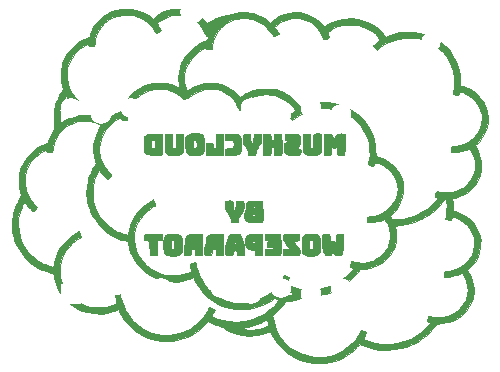
<source format=gbr>
G04 #@! TF.GenerationSoftware,KiCad,Pcbnew,5.1.9-1*
G04 #@! TF.CreationDate,2021-04-14T11:21:22-04:00*
G04 #@! TF.ProjectId,MushyCloud,4d757368-7943-46c6-9f75-642e6b696361,rev?*
G04 #@! TF.SameCoordinates,Original*
G04 #@! TF.FileFunction,Legend,Bot*
G04 #@! TF.FilePolarity,Positive*
%FSLAX46Y46*%
G04 Gerber Fmt 4.6, Leading zero omitted, Abs format (unit mm)*
G04 Created by KiCad (PCBNEW 5.1.9-1) date 2021-04-14 11:21:22*
%MOMM*%
%LPD*%
G01*
G04 APERTURE LIST*
%ADD10C,0.010000*%
%ADD11C,0.100000*%
%ADD12O,1.700000X1.700000*%
%ADD13R,1.700000X1.700000*%
%ADD14R,1.752600X1.752600*%
%ADD15C,1.752600*%
%ADD16C,1.651000*%
%ADD17R,1.651000X1.651000*%
%ADD18C,1.700000*%
%ADD19C,2.000000*%
%ADD20C,3.400000*%
G04 APERTURE END LIST*
D10*
G36*
X65305085Y-102244480D02*
G01*
X65066138Y-102263695D01*
X64889330Y-102304405D01*
X64764167Y-102369325D01*
X64680154Y-102461171D01*
X64663266Y-102490743D01*
X64632974Y-102596552D01*
X64611883Y-102764184D01*
X64600005Y-102971342D01*
X64597353Y-103195732D01*
X64603939Y-103415058D01*
X64619775Y-103607023D01*
X64644873Y-103749334D01*
X64662541Y-103798188D01*
X64735426Y-103895691D01*
X64845944Y-103967143D01*
X65004894Y-104015513D01*
X65223076Y-104043770D01*
X65511289Y-104054885D01*
X65597686Y-104055333D01*
X65837258Y-104052746D01*
X66001951Y-104044355D01*
X66101414Y-104029209D01*
X66145296Y-104006361D01*
X66148089Y-104001222D01*
X66153891Y-103943877D01*
X66157914Y-103815664D01*
X66160016Y-103630367D01*
X66160037Y-103505000D01*
X65532000Y-103505000D01*
X65232243Y-103505000D01*
X65244538Y-103155750D01*
X65256834Y-102806500D01*
X65532000Y-102779968D01*
X65532000Y-103505000D01*
X66160037Y-103505000D01*
X66160055Y-103401768D01*
X66157889Y-103143650D01*
X66157343Y-103101639D01*
X66145834Y-102256166D01*
X65616667Y-102244045D01*
X65305085Y-102244480D01*
G37*
X65305085Y-102244480D02*
X65066138Y-102263695D01*
X64889330Y-102304405D01*
X64764167Y-102369325D01*
X64680154Y-102461171D01*
X64663266Y-102490743D01*
X64632974Y-102596552D01*
X64611883Y-102764184D01*
X64600005Y-102971342D01*
X64597353Y-103195732D01*
X64603939Y-103415058D01*
X64619775Y-103607023D01*
X64644873Y-103749334D01*
X64662541Y-103798188D01*
X64735426Y-103895691D01*
X64845944Y-103967143D01*
X65004894Y-104015513D01*
X65223076Y-104043770D01*
X65511289Y-104054885D01*
X65597686Y-104055333D01*
X65837258Y-104052746D01*
X66001951Y-104044355D01*
X66101414Y-104029209D01*
X66145296Y-104006361D01*
X66148089Y-104001222D01*
X66153891Y-103943877D01*
X66157914Y-103815664D01*
X66160016Y-103630367D01*
X66160037Y-103505000D01*
X65532000Y-103505000D01*
X65232243Y-103505000D01*
X65244538Y-103155750D01*
X65256834Y-102806500D01*
X65532000Y-102779968D01*
X65532000Y-103505000D01*
X66160037Y-103505000D01*
X66160055Y-103401768D01*
X66157889Y-103143650D01*
X66157343Y-103101639D01*
X66145834Y-102256166D01*
X65616667Y-102244045D01*
X65305085Y-102244480D01*
G36*
X70694404Y-103505000D02*
G01*
X70589702Y-103505000D01*
X70523651Y-103496240D01*
X70493154Y-103454496D01*
X70484629Y-103356572D01*
X70484352Y-103325083D01*
X70476686Y-103180032D01*
X70443783Y-103094010D01*
X70368848Y-103053393D01*
X70235087Y-103044555D01*
X70142479Y-103047721D01*
X69871167Y-103060500D01*
X69859079Y-103522738D01*
X69856320Y-103746412D01*
X69862474Y-103896786D01*
X69878478Y-103984851D01*
X69901412Y-104019506D01*
X69960733Y-104031381D01*
X70088859Y-104041577D01*
X70269934Y-104049322D01*
X70488102Y-104053844D01*
X70623912Y-104054685D01*
X70893531Y-104053139D01*
X71087936Y-104047414D01*
X71216508Y-104036782D01*
X71288631Y-104020514D01*
X71312755Y-104001222D01*
X71318558Y-103943877D01*
X71322581Y-103815664D01*
X71324683Y-103630367D01*
X71324722Y-103401768D01*
X71322556Y-103143650D01*
X71322010Y-103101639D01*
X71310500Y-102256166D01*
X70717834Y-102256166D01*
X70694404Y-103505000D01*
G37*
X70694404Y-103505000D02*
X70589702Y-103505000D01*
X70523651Y-103496240D01*
X70493154Y-103454496D01*
X70484629Y-103356572D01*
X70484352Y-103325083D01*
X70476686Y-103180032D01*
X70443783Y-103094010D01*
X70368848Y-103053393D01*
X70235087Y-103044555D01*
X70142479Y-103047721D01*
X69871167Y-103060500D01*
X69859079Y-103522738D01*
X69856320Y-103746412D01*
X69862474Y-103896786D01*
X69878478Y-103984851D01*
X69901412Y-104019506D01*
X69960733Y-104031381D01*
X70088859Y-104041577D01*
X70269934Y-104049322D01*
X70488102Y-104053844D01*
X70623912Y-104054685D01*
X70893531Y-104053139D01*
X71087936Y-104047414D01*
X71216508Y-104036782D01*
X71288631Y-104020514D01*
X71312755Y-104001222D01*
X71318558Y-103943877D01*
X71322581Y-103815664D01*
X71324683Y-103630367D01*
X71324722Y-103401768D01*
X71322556Y-103143650D01*
X71322010Y-103101639D01*
X71310500Y-102256166D01*
X70717834Y-102256166D01*
X70694404Y-103505000D01*
G36*
X71522167Y-102764166D02*
G01*
X71816736Y-102776885D01*
X71972886Y-102789711D01*
X72098994Y-102811107D01*
X72167707Y-102836413D01*
X72200297Y-102900464D01*
X72213800Y-103028878D01*
X72211805Y-103183528D01*
X72199500Y-103483833D01*
X71860834Y-103505000D01*
X71522167Y-103526166D01*
X71522167Y-104034166D01*
X71966667Y-104043809D01*
X72240356Y-104042533D01*
X72433966Y-104024884D01*
X72538167Y-103996676D01*
X72650075Y-103939989D01*
X72730051Y-103876031D01*
X72783808Y-103789907D01*
X72817062Y-103666718D01*
X72835528Y-103491569D01*
X72844920Y-103249561D01*
X72846171Y-103193775D01*
X72848907Y-102933169D01*
X72841874Y-102741381D01*
X72821095Y-102602763D01*
X72782593Y-102501665D01*
X72722391Y-102422437D01*
X72636513Y-102349430D01*
X72630468Y-102344914D01*
X72569010Y-102306112D01*
X72496948Y-102280464D01*
X72396110Y-102265343D01*
X72248326Y-102258122D01*
X72035423Y-102256173D01*
X72016634Y-102256166D01*
X71522167Y-102256166D01*
X71522167Y-102764166D01*
G37*
X71522167Y-102764166D02*
X71816736Y-102776885D01*
X71972886Y-102789711D01*
X72098994Y-102811107D01*
X72167707Y-102836413D01*
X72200297Y-102900464D01*
X72213800Y-103028878D01*
X72211805Y-103183528D01*
X72199500Y-103483833D01*
X71860834Y-103505000D01*
X71522167Y-103526166D01*
X71522167Y-104034166D01*
X71966667Y-104043809D01*
X72240356Y-104042533D01*
X72433966Y-104024884D01*
X72538167Y-103996676D01*
X72650075Y-103939989D01*
X72730051Y-103876031D01*
X72783808Y-103789907D01*
X72817062Y-103666718D01*
X72835528Y-103491569D01*
X72844920Y-103249561D01*
X72846171Y-103193775D01*
X72848907Y-102933169D01*
X72841874Y-102741381D01*
X72821095Y-102602763D01*
X72782593Y-102501665D01*
X72722391Y-102422437D01*
X72636513Y-102349430D01*
X72630468Y-102344914D01*
X72569010Y-102306112D01*
X72496948Y-102280464D01*
X72396110Y-102265343D01*
X72248326Y-102258122D01*
X72035423Y-102256173D01*
X72016634Y-102256166D01*
X71522167Y-102256166D01*
X71522167Y-102764166D01*
G36*
X73075250Y-102266493D02*
G01*
X73015027Y-102332671D01*
X72988548Y-102454456D01*
X72982667Y-102645133D01*
X72986095Y-102815061D01*
X73002673Y-102944005D01*
X73041840Y-103057516D01*
X73113035Y-103181143D01*
X73225699Y-103340437D01*
X73253427Y-103378000D01*
X73364421Y-103547223D01*
X73425274Y-103696755D01*
X73447662Y-103822500D01*
X73469500Y-104034166D01*
X73746461Y-104046483D01*
X73892756Y-104048532D01*
X74003806Y-104041824D01*
X74053378Y-104028844D01*
X74072142Y-103971020D01*
X74082573Y-103863018D01*
X74083334Y-103822884D01*
X74091650Y-103724496D01*
X74123373Y-103628776D01*
X74188669Y-103514503D01*
X74297701Y-103360456D01*
X74317631Y-103333709D01*
X74551929Y-103020539D01*
X74539881Y-102638353D01*
X74527834Y-102256166D01*
X73935167Y-102256166D01*
X73914000Y-102552500D01*
X73891636Y-102733513D01*
X73855891Y-102878042D01*
X73824455Y-102945358D01*
X73756076Y-103041883D01*
X73688911Y-102939376D01*
X73647072Y-102830661D01*
X73618115Y-102664034D01*
X73609123Y-102546518D01*
X73596500Y-102256166D01*
X73349512Y-102243364D01*
X73182363Y-102241523D01*
X73075250Y-102266493D01*
G37*
X73075250Y-102266493D02*
X73015027Y-102332671D01*
X72988548Y-102454456D01*
X72982667Y-102645133D01*
X72986095Y-102815061D01*
X73002673Y-102944005D01*
X73041840Y-103057516D01*
X73113035Y-103181143D01*
X73225699Y-103340437D01*
X73253427Y-103378000D01*
X73364421Y-103547223D01*
X73425274Y-103696755D01*
X73447662Y-103822500D01*
X73469500Y-104034166D01*
X73746461Y-104046483D01*
X73892756Y-104048532D01*
X74003806Y-104041824D01*
X74053378Y-104028844D01*
X74072142Y-103971020D01*
X74082573Y-103863018D01*
X74083334Y-103822884D01*
X74091650Y-103724496D01*
X74123373Y-103628776D01*
X74188669Y-103514503D01*
X74297701Y-103360456D01*
X74317631Y-103333709D01*
X74551929Y-103020539D01*
X74539881Y-102638353D01*
X74527834Y-102256166D01*
X73935167Y-102256166D01*
X73914000Y-102552500D01*
X73891636Y-102733513D01*
X73855891Y-102878042D01*
X73824455Y-102945358D01*
X73756076Y-103041883D01*
X73688911Y-102939376D01*
X73647072Y-102830661D01*
X73618115Y-102664034D01*
X73609123Y-102546518D01*
X73596500Y-102256166D01*
X73349512Y-102243364D01*
X73182363Y-102241523D01*
X73075250Y-102266493D01*
G36*
X75658316Y-102541916D02*
G01*
X75645799Y-102827666D01*
X75357202Y-102827666D01*
X75344685Y-102541916D01*
X75332167Y-102256166D01*
X74739500Y-102256166D01*
X74739500Y-104034166D01*
X75332167Y-104034166D01*
X75344605Y-103727250D01*
X75357043Y-103420333D01*
X75645958Y-103420333D01*
X75658396Y-103727250D01*
X75670834Y-104034166D01*
X75957165Y-104046697D01*
X76126830Y-104048452D01*
X76225424Y-104034226D01*
X76265008Y-104003169D01*
X76271041Y-103945204D01*
X76275265Y-103816411D01*
X76277527Y-103630615D01*
X76277673Y-103401639D01*
X76275550Y-103143306D01*
X76275010Y-103101639D01*
X76263500Y-102256166D01*
X75670834Y-102256166D01*
X75658316Y-102541916D01*
G37*
X75658316Y-102541916D02*
X75645799Y-102827666D01*
X75357202Y-102827666D01*
X75344685Y-102541916D01*
X75332167Y-102256166D01*
X74739500Y-102256166D01*
X74739500Y-104034166D01*
X75332167Y-104034166D01*
X75344605Y-103727250D01*
X75357043Y-103420333D01*
X75645958Y-103420333D01*
X75658396Y-103727250D01*
X75670834Y-104034166D01*
X75957165Y-104046697D01*
X76126830Y-104048452D01*
X76225424Y-104034226D01*
X76265008Y-104003169D01*
X76271041Y-103945204D01*
X76275265Y-103816411D01*
X76277527Y-103630615D01*
X76277673Y-103401639D01*
X76275550Y-103143306D01*
X76275010Y-103101639D01*
X76263500Y-102256166D01*
X75670834Y-102256166D01*
X75658316Y-102541916D01*
G36*
X77012898Y-102244171D02*
G01*
X76559834Y-102256166D01*
X76559834Y-102764166D01*
X76898500Y-102785333D01*
X77060125Y-102799284D01*
X77152111Y-102815952D01*
X77167735Y-102833975D01*
X77159621Y-102838250D01*
X77054297Y-102863885D01*
X76978345Y-102870000D01*
X76843581Y-102892167D01*
X76693909Y-102947936D01*
X76566533Y-103021208D01*
X76512602Y-103071532D01*
X76480375Y-103159048D01*
X76460343Y-103309178D01*
X76455347Y-103442663D01*
X76466726Y-103650549D01*
X76509344Y-103807145D01*
X76592726Y-103919098D01*
X76726395Y-103993054D01*
X76919873Y-104035660D01*
X77182683Y-104053562D01*
X77333174Y-104055333D01*
X77578364Y-104050214D01*
X77746811Y-104035082D01*
X77835128Y-104010276D01*
X77842534Y-104004533D01*
X77875752Y-103927906D01*
X77891872Y-103804532D01*
X77888771Y-103670997D01*
X77867638Y-103571962D01*
X77838988Y-103538997D01*
X77773310Y-103518166D01*
X77655073Y-103506847D01*
X77468743Y-103502421D01*
X77454888Y-103502316D01*
X77271715Y-103496863D01*
X77172559Y-103484190D01*
X77157554Y-103465140D01*
X77226834Y-103440558D01*
X77380532Y-103411288D01*
X77439044Y-103402319D01*
X77638738Y-103350633D01*
X77771410Y-103257027D01*
X77848955Y-103108844D01*
X77880198Y-102932882D01*
X77883522Y-102715732D01*
X77845992Y-102543726D01*
X77836290Y-102519088D01*
X77772104Y-102405396D01*
X77681084Y-102325206D01*
X77550216Y-102274173D01*
X77366482Y-102247950D01*
X77116868Y-102242192D01*
X77012898Y-102244171D01*
G37*
X77012898Y-102244171D02*
X76559834Y-102256166D01*
X76559834Y-102764166D01*
X76898500Y-102785333D01*
X77060125Y-102799284D01*
X77152111Y-102815952D01*
X77167735Y-102833975D01*
X77159621Y-102838250D01*
X77054297Y-102863885D01*
X76978345Y-102870000D01*
X76843581Y-102892167D01*
X76693909Y-102947936D01*
X76566533Y-103021208D01*
X76512602Y-103071532D01*
X76480375Y-103159048D01*
X76460343Y-103309178D01*
X76455347Y-103442663D01*
X76466726Y-103650549D01*
X76509344Y-103807145D01*
X76592726Y-103919098D01*
X76726395Y-103993054D01*
X76919873Y-104035660D01*
X77182683Y-104053562D01*
X77333174Y-104055333D01*
X77578364Y-104050214D01*
X77746811Y-104035082D01*
X77835128Y-104010276D01*
X77842534Y-104004533D01*
X77875752Y-103927906D01*
X77891872Y-103804532D01*
X77888771Y-103670997D01*
X77867638Y-103571962D01*
X77838988Y-103538997D01*
X77773310Y-103518166D01*
X77655073Y-103506847D01*
X77468743Y-103502421D01*
X77454888Y-103502316D01*
X77271715Y-103496863D01*
X77172559Y-103484190D01*
X77157554Y-103465140D01*
X77226834Y-103440558D01*
X77380532Y-103411288D01*
X77439044Y-103402319D01*
X77638738Y-103350633D01*
X77771410Y-103257027D01*
X77848955Y-103108844D01*
X77880198Y-102932882D01*
X77883522Y-102715732D01*
X77845992Y-102543726D01*
X77836290Y-102519088D01*
X77772104Y-102405396D01*
X77681084Y-102325206D01*
X77550216Y-102274173D01*
X77366482Y-102247950D01*
X77116868Y-102242192D01*
X77012898Y-102244171D01*
G36*
X81215100Y-102242946D02*
G01*
X81082535Y-102258501D01*
X81000005Y-102295912D01*
X80932946Y-102373629D01*
X80912743Y-102404333D01*
X80814171Y-102557912D01*
X80749263Y-102645494D01*
X80703428Y-102670653D01*
X80662075Y-102636962D01*
X80610616Y-102547996D01*
X80577856Y-102486362D01*
X80454500Y-102256166D01*
X79861834Y-102256166D01*
X79861834Y-104034166D01*
X80108822Y-104046969D01*
X80274580Y-104048945D01*
X80381393Y-104024643D01*
X80442133Y-103959740D01*
X80469674Y-103839914D01*
X80476889Y-103650844D01*
X80476954Y-103637399D01*
X80480503Y-103474746D01*
X80490451Y-103388845D01*
X80508184Y-103371930D01*
X80521391Y-103388583D01*
X80597664Y-103445261D01*
X80713846Y-103461117D01*
X80835474Y-103435793D01*
X80906250Y-103392605D01*
X80944457Y-103362635D01*
X80967445Y-103366958D01*
X80979071Y-103419048D01*
X80983188Y-103532378D01*
X80983667Y-103663243D01*
X80987073Y-103841391D01*
X80999289Y-103951482D01*
X81023315Y-104009925D01*
X81050630Y-104029637D01*
X81154270Y-104050340D01*
X81291169Y-104055090D01*
X81428646Y-104045472D01*
X81534018Y-104023073D01*
X81567867Y-104004533D01*
X81587369Y-103953712D01*
X81601857Y-103841520D01*
X81611672Y-103661995D01*
X81617155Y-103409174D01*
X81618667Y-103116339D01*
X81618667Y-102278946D01*
X81520612Y-102254336D01*
X81419534Y-102242204D01*
X81278411Y-102240200D01*
X81215100Y-102242946D01*
G37*
X81215100Y-102242946D02*
X81082535Y-102258501D01*
X81000005Y-102295912D01*
X80932946Y-102373629D01*
X80912743Y-102404333D01*
X80814171Y-102557912D01*
X80749263Y-102645494D01*
X80703428Y-102670653D01*
X80662075Y-102636962D01*
X80610616Y-102547996D01*
X80577856Y-102486362D01*
X80454500Y-102256166D01*
X79861834Y-102256166D01*
X79861834Y-104034166D01*
X80108822Y-104046969D01*
X80274580Y-104048945D01*
X80381393Y-104024643D01*
X80442133Y-103959740D01*
X80469674Y-103839914D01*
X80476889Y-103650844D01*
X80476954Y-103637399D01*
X80480503Y-103474746D01*
X80490451Y-103388845D01*
X80508184Y-103371930D01*
X80521391Y-103388583D01*
X80597664Y-103445261D01*
X80713846Y-103461117D01*
X80835474Y-103435793D01*
X80906250Y-103392605D01*
X80944457Y-103362635D01*
X80967445Y-103366958D01*
X80979071Y-103419048D01*
X80983188Y-103532378D01*
X80983667Y-103663243D01*
X80987073Y-103841391D01*
X80999289Y-103951482D01*
X81023315Y-104009925D01*
X81050630Y-104029637D01*
X81154270Y-104050340D01*
X81291169Y-104055090D01*
X81428646Y-104045472D01*
X81534018Y-104023073D01*
X81567867Y-104004533D01*
X81587369Y-103953712D01*
X81601857Y-103841520D01*
X81611672Y-103661995D01*
X81617155Y-103409174D01*
X81618667Y-103116339D01*
X81618667Y-102278946D01*
X81520612Y-102254336D01*
X81419534Y-102242204D01*
X81278411Y-102240200D01*
X81215100Y-102242946D01*
G36*
X67307737Y-103505000D02*
G01*
X67015931Y-103505000D01*
X67004216Y-102880583D01*
X66992500Y-102256166D01*
X66399834Y-102256166D01*
X66389345Y-102975833D01*
X66386736Y-103270712D01*
X66390584Y-103493682D01*
X66403746Y-103657425D01*
X66429081Y-103774622D01*
X66469449Y-103857956D01*
X66527707Y-103920107D01*
X66606714Y-103973757D01*
X66615458Y-103978904D01*
X66736843Y-104023649D01*
X66912734Y-104057688D01*
X67113342Y-104078255D01*
X67308882Y-104082587D01*
X67469564Y-104067920D01*
X67500500Y-104061039D01*
X67713306Y-103979506D01*
X67856273Y-103862726D01*
X67882525Y-103826877D01*
X67906620Y-103775362D01*
X67923410Y-103697927D01*
X67933693Y-103581967D01*
X67938269Y-103414878D01*
X67937936Y-103184057D01*
X67935442Y-102992283D01*
X67923834Y-102256166D01*
X67331167Y-102256166D01*
X67307737Y-103505000D01*
G37*
X67307737Y-103505000D02*
X67015931Y-103505000D01*
X67004216Y-102880583D01*
X66992500Y-102256166D01*
X66399834Y-102256166D01*
X66389345Y-102975833D01*
X66386736Y-103270712D01*
X66390584Y-103493682D01*
X66403746Y-103657425D01*
X66429081Y-103774622D01*
X66469449Y-103857956D01*
X66527707Y-103920107D01*
X66606714Y-103973757D01*
X66615458Y-103978904D01*
X66736843Y-104023649D01*
X66912734Y-104057688D01*
X67113342Y-104078255D01*
X67308882Y-104082587D01*
X67469564Y-104067920D01*
X67500500Y-104061039D01*
X67713306Y-103979506D01*
X67856273Y-103862726D01*
X67882525Y-103826877D01*
X67906620Y-103775362D01*
X67923410Y-103697927D01*
X67933693Y-103581967D01*
X67938269Y-103414878D01*
X67937936Y-103184057D01*
X67935442Y-102992283D01*
X67923834Y-102256166D01*
X67331167Y-102256166D01*
X67307737Y-103505000D01*
G36*
X68711058Y-102216984D02*
G01*
X68486362Y-102271766D01*
X68308970Y-102364038D01*
X68258214Y-102408777D01*
X68135500Y-102536833D01*
X68135500Y-103120222D01*
X68138615Y-103395451D01*
X68150673Y-103599736D01*
X68175744Y-103746664D01*
X68217897Y-103849815D01*
X68281204Y-103922776D01*
X68369733Y-103979129D01*
X68396849Y-103992483D01*
X68545349Y-104038583D01*
X68744289Y-104068815D01*
X68960530Y-104080849D01*
X69160937Y-104072356D01*
X69270446Y-104053874D01*
X69431817Y-104003653D01*
X69550315Y-103937613D01*
X69632277Y-103843028D01*
X69684041Y-103707171D01*
X69711946Y-103517316D01*
X69721261Y-103287138D01*
X69084219Y-103287138D01*
X69074607Y-103406698D01*
X69044650Y-103472623D01*
X68988339Y-103500224D01*
X68919996Y-103505000D01*
X68791667Y-103505000D01*
X68791667Y-102779968D01*
X68929250Y-102793234D01*
X69066834Y-102806500D01*
X69079497Y-103098633D01*
X69084219Y-103287138D01*
X69721261Y-103287138D01*
X69722330Y-103260736D01*
X69723000Y-103145166D01*
X69716953Y-102862778D01*
X69696154Y-102651884D01*
X69656618Y-102500001D01*
X69594360Y-102394645D01*
X69505395Y-102323331D01*
X69452481Y-102297713D01*
X69215766Y-102227944D01*
X68961409Y-102201706D01*
X68711058Y-102216984D01*
G37*
X68711058Y-102216984D02*
X68486362Y-102271766D01*
X68308970Y-102364038D01*
X68258214Y-102408777D01*
X68135500Y-102536833D01*
X68135500Y-103120222D01*
X68138615Y-103395451D01*
X68150673Y-103599736D01*
X68175744Y-103746664D01*
X68217897Y-103849815D01*
X68281204Y-103922776D01*
X68369733Y-103979129D01*
X68396849Y-103992483D01*
X68545349Y-104038583D01*
X68744289Y-104068815D01*
X68960530Y-104080849D01*
X69160937Y-104072356D01*
X69270446Y-104053874D01*
X69431817Y-104003653D01*
X69550315Y-103937613D01*
X69632277Y-103843028D01*
X69684041Y-103707171D01*
X69711946Y-103517316D01*
X69721261Y-103287138D01*
X69084219Y-103287138D01*
X69074607Y-103406698D01*
X69044650Y-103472623D01*
X68988339Y-103500224D01*
X68919996Y-103505000D01*
X68791667Y-103505000D01*
X68791667Y-102779968D01*
X68929250Y-102793234D01*
X69066834Y-102806500D01*
X69079497Y-103098633D01*
X69084219Y-103287138D01*
X69721261Y-103287138D01*
X69722330Y-103260736D01*
X69723000Y-103145166D01*
X69716953Y-102862778D01*
X69696154Y-102651884D01*
X69656618Y-102500001D01*
X69594360Y-102394645D01*
X69505395Y-102323331D01*
X69452481Y-102297713D01*
X69215766Y-102227944D01*
X68961409Y-102201706D01*
X68711058Y-102216984D01*
G36*
X79150206Y-102243594D02*
G01*
X79042014Y-102265703D01*
X79002467Y-102285799D01*
X78978553Y-102350406D01*
X78962328Y-102490669D01*
X78953538Y-102709785D01*
X78951667Y-102920799D01*
X78951667Y-103505000D01*
X78697667Y-103505000D01*
X78697667Y-102917516D01*
X78695644Y-102667342D01*
X78688828Y-102489836D01*
X78676098Y-102373079D01*
X78656334Y-102305152D01*
X78637739Y-102280297D01*
X78558585Y-102252833D01*
X78421438Y-102241558D01*
X78330822Y-102243364D01*
X78083834Y-102256166D01*
X78072292Y-103003195D01*
X78068442Y-103271161D01*
X78067413Y-103468104D01*
X78070703Y-103607656D01*
X78079811Y-103703450D01*
X78096237Y-103769119D01*
X78121479Y-103818296D01*
X78157037Y-103864615D01*
X78168532Y-103878316D01*
X78309627Y-103986434D01*
X78509690Y-104058419D01*
X78749654Y-104090986D01*
X79010452Y-104080852D01*
X79174620Y-104051596D01*
X79380487Y-103977477D01*
X79515920Y-103865593D01*
X79585643Y-103722897D01*
X79604325Y-103613071D01*
X79617773Y-103449069D01*
X79626081Y-103248735D01*
X79629341Y-103029914D01*
X79627645Y-102810450D01*
X79621085Y-102608188D01*
X79609754Y-102440973D01*
X79593745Y-102326647D01*
X79578200Y-102285799D01*
X79509907Y-102257614D01*
X79388284Y-102239168D01*
X79290334Y-102235000D01*
X79150206Y-102243594D01*
G37*
X79150206Y-102243594D02*
X79042014Y-102265703D01*
X79002467Y-102285799D01*
X78978553Y-102350406D01*
X78962328Y-102490669D01*
X78953538Y-102709785D01*
X78951667Y-102920799D01*
X78951667Y-103505000D01*
X78697667Y-103505000D01*
X78697667Y-102917516D01*
X78695644Y-102667342D01*
X78688828Y-102489836D01*
X78676098Y-102373079D01*
X78656334Y-102305152D01*
X78637739Y-102280297D01*
X78558585Y-102252833D01*
X78421438Y-102241558D01*
X78330822Y-102243364D01*
X78083834Y-102256166D01*
X78072292Y-103003195D01*
X78068442Y-103271161D01*
X78067413Y-103468104D01*
X78070703Y-103607656D01*
X78079811Y-103703450D01*
X78096237Y-103769119D01*
X78121479Y-103818296D01*
X78157037Y-103864615D01*
X78168532Y-103878316D01*
X78309627Y-103986434D01*
X78509690Y-104058419D01*
X78749654Y-104090986D01*
X79010452Y-104080852D01*
X79174620Y-104051596D01*
X79380487Y-103977477D01*
X79515920Y-103865593D01*
X79585643Y-103722897D01*
X79604325Y-103613071D01*
X79617773Y-103449069D01*
X79626081Y-103248735D01*
X79629341Y-103029914D01*
X79627645Y-102810450D01*
X79621085Y-102608188D01*
X79609754Y-102440973D01*
X79593745Y-102326647D01*
X79578200Y-102285799D01*
X79509907Y-102257614D01*
X79388284Y-102239168D01*
X79290334Y-102235000D01*
X79150206Y-102243594D01*
G36*
X71769156Y-107916030D02*
G01*
X71522167Y-107928833D01*
X71509526Y-108245834D01*
X71504587Y-108447278D01*
X71514669Y-108593188D01*
X71548550Y-108712470D01*
X71615006Y-108834026D01*
X71722811Y-108986760D01*
X71742621Y-109013512D01*
X71857343Y-109180422D01*
X71925232Y-109316069D01*
X71959461Y-109448925D01*
X71965421Y-109495166D01*
X71987834Y-109706833D01*
X72264794Y-109719150D01*
X72411089Y-109721199D01*
X72522140Y-109714491D01*
X72571711Y-109701511D01*
X72590578Y-109643598D01*
X72600966Y-109535819D01*
X72601667Y-109497787D01*
X72611615Y-109393427D01*
X72648433Y-109289474D01*
X72722586Y-109163025D01*
X72814207Y-109032486D01*
X72932131Y-108866180D01*
X73007106Y-108738987D01*
X73047829Y-108622935D01*
X73062998Y-108490048D01*
X73061312Y-108312352D01*
X73058809Y-108245834D01*
X73046167Y-107928833D01*
X72453500Y-107928833D01*
X72432334Y-108225166D01*
X72409969Y-108406179D01*
X72374224Y-108550709D01*
X72342788Y-108618025D01*
X72274409Y-108714550D01*
X72205205Y-108608931D01*
X72155989Y-108475712D01*
X72136230Y-108279453D01*
X72136000Y-108253006D01*
X72126902Y-108081946D01*
X72089231Y-107977766D01*
X72007423Y-107926170D01*
X71865914Y-107912860D01*
X71769156Y-107916030D01*
G37*
X71769156Y-107916030D02*
X71522167Y-107928833D01*
X71509526Y-108245834D01*
X71504587Y-108447278D01*
X71514669Y-108593188D01*
X71548550Y-108712470D01*
X71615006Y-108834026D01*
X71722811Y-108986760D01*
X71742621Y-109013512D01*
X71857343Y-109180422D01*
X71925232Y-109316069D01*
X71959461Y-109448925D01*
X71965421Y-109495166D01*
X71987834Y-109706833D01*
X72264794Y-109719150D01*
X72411089Y-109721199D01*
X72522140Y-109714491D01*
X72571711Y-109701511D01*
X72590578Y-109643598D01*
X72600966Y-109535819D01*
X72601667Y-109497787D01*
X72611615Y-109393427D01*
X72648433Y-109289474D01*
X72722586Y-109163025D01*
X72814207Y-109032486D01*
X72932131Y-108866180D01*
X73007106Y-108738987D01*
X73047829Y-108622935D01*
X73062998Y-108490048D01*
X73061312Y-108312352D01*
X73058809Y-108245834D01*
X73046167Y-107928833D01*
X72453500Y-107928833D01*
X72432334Y-108225166D01*
X72409969Y-108406179D01*
X72374224Y-108550709D01*
X72342788Y-108618025D01*
X72274409Y-108714550D01*
X72205205Y-108608931D01*
X72155989Y-108475712D01*
X72136230Y-108279453D01*
X72136000Y-108253006D01*
X72126902Y-108081946D01*
X72089231Y-107977766D01*
X72007423Y-107926170D01*
X71865914Y-107912860D01*
X71769156Y-107916030D01*
G36*
X73644242Y-107937035D02*
G01*
X73475317Y-107985475D01*
X73364332Y-108065438D01*
X73302974Y-108181663D01*
X73282930Y-108338891D01*
X73285586Y-108431011D01*
X73287212Y-108584009D01*
X73263938Y-108683983D01*
X73218929Y-108750496D01*
X73160254Y-108862911D01*
X73124442Y-109026945D01*
X73114580Y-109211893D01*
X73133758Y-109387049D01*
X73149157Y-109444217D01*
X73194985Y-109545343D01*
X73264076Y-109620002D01*
X73368290Y-109671891D01*
X73519484Y-109704708D01*
X73729519Y-109722149D01*
X74010252Y-109727913D01*
X74059310Y-109728000D01*
X74309495Y-109725736D01*
X74484713Y-109718368D01*
X74594556Y-109705026D01*
X74648620Y-109684842D01*
X74657089Y-109673889D01*
X74662891Y-109616544D01*
X74666914Y-109488331D01*
X74669016Y-109303034D01*
X74669044Y-109135333D01*
X74041000Y-109135333D01*
X74024426Y-109193687D01*
X73959723Y-109217232D01*
X73892834Y-109220000D01*
X73790714Y-109210529D01*
X73749510Y-109173555D01*
X73744667Y-109135333D01*
X73761241Y-109076979D01*
X73825945Y-109053434D01*
X73892834Y-109050666D01*
X73994953Y-109060137D01*
X74036157Y-109097111D01*
X74041000Y-109135333D01*
X74669044Y-109135333D01*
X74669055Y-109074434D01*
X74666889Y-108816316D01*
X74666343Y-108774305D01*
X74662614Y-108500333D01*
X74041000Y-108500333D01*
X74011066Y-108571085D01*
X73956334Y-108585000D01*
X73885582Y-108555065D01*
X73871667Y-108500333D01*
X73901601Y-108429581D01*
X73956334Y-108415666D01*
X74027086Y-108445600D01*
X74041000Y-108500333D01*
X74662614Y-108500333D01*
X74654834Y-107928833D01*
X74189167Y-107915757D01*
X73879421Y-107915376D01*
X73644242Y-107937035D01*
G37*
X73644242Y-107937035D02*
X73475317Y-107985475D01*
X73364332Y-108065438D01*
X73302974Y-108181663D01*
X73282930Y-108338891D01*
X73285586Y-108431011D01*
X73287212Y-108584009D01*
X73263938Y-108683983D01*
X73218929Y-108750496D01*
X73160254Y-108862911D01*
X73124442Y-109026945D01*
X73114580Y-109211893D01*
X73133758Y-109387049D01*
X73149157Y-109444217D01*
X73194985Y-109545343D01*
X73264076Y-109620002D01*
X73368290Y-109671891D01*
X73519484Y-109704708D01*
X73729519Y-109722149D01*
X74010252Y-109727913D01*
X74059310Y-109728000D01*
X74309495Y-109725736D01*
X74484713Y-109718368D01*
X74594556Y-109705026D01*
X74648620Y-109684842D01*
X74657089Y-109673889D01*
X74662891Y-109616544D01*
X74666914Y-109488331D01*
X74669016Y-109303034D01*
X74669044Y-109135333D01*
X74041000Y-109135333D01*
X74024426Y-109193687D01*
X73959723Y-109217232D01*
X73892834Y-109220000D01*
X73790714Y-109210529D01*
X73749510Y-109173555D01*
X73744667Y-109135333D01*
X73761241Y-109076979D01*
X73825945Y-109053434D01*
X73892834Y-109050666D01*
X73994953Y-109060137D01*
X74036157Y-109097111D01*
X74041000Y-109135333D01*
X74669044Y-109135333D01*
X74669055Y-109074434D01*
X74666889Y-108816316D01*
X74666343Y-108774305D01*
X74662614Y-108500333D01*
X74041000Y-108500333D01*
X74011066Y-108571085D01*
X73956334Y-108585000D01*
X73885582Y-108555065D01*
X73871667Y-108500333D01*
X73901601Y-108429581D01*
X73956334Y-108415666D01*
X74027086Y-108445600D01*
X74041000Y-108500333D01*
X74662614Y-108500333D01*
X74654834Y-107928833D01*
X74189167Y-107915757D01*
X73879421Y-107915376D01*
X73644242Y-107937035D01*
G36*
X64938744Y-110755108D02*
G01*
X64792818Y-110766094D01*
X64712765Y-110784294D01*
X64699571Y-110792084D01*
X64659135Y-110870711D01*
X64649831Y-111018488D01*
X64651608Y-111057739D01*
X64664167Y-111273166D01*
X64875834Y-111294333D01*
X65087500Y-111315500D01*
X65129834Y-112543166D01*
X65406794Y-112555483D01*
X65553089Y-112557532D01*
X65664140Y-112550824D01*
X65713711Y-112537844D01*
X65724415Y-112486877D01*
X65733428Y-112367218D01*
X65739999Y-112194838D01*
X65743377Y-111985705D01*
X65743667Y-111901111D01*
X65743667Y-111294333D01*
X66171041Y-111294333D01*
X66158437Y-111029750D01*
X66145834Y-110765166D01*
X65452964Y-110753510D01*
X65156730Y-110751019D01*
X64938744Y-110755108D01*
G37*
X64938744Y-110755108D02*
X64792818Y-110766094D01*
X64712765Y-110784294D01*
X64699571Y-110792084D01*
X64659135Y-110870711D01*
X64649831Y-111018488D01*
X64651608Y-111057739D01*
X64664167Y-111273166D01*
X64875834Y-111294333D01*
X65087500Y-111315500D01*
X65129834Y-112543166D01*
X65406794Y-112555483D01*
X65553089Y-112557532D01*
X65664140Y-112550824D01*
X65713711Y-112537844D01*
X65724415Y-112486877D01*
X65733428Y-112367218D01*
X65739999Y-112194838D01*
X65743377Y-111985705D01*
X65743667Y-111901111D01*
X65743667Y-111294333D01*
X66171041Y-111294333D01*
X66158437Y-111029750D01*
X66145834Y-110765166D01*
X65452964Y-110753510D01*
X65156730Y-110751019D01*
X64938744Y-110755108D01*
G36*
X68719163Y-110765645D02*
G01*
X68555843Y-110768862D01*
X68445444Y-110777486D01*
X68372092Y-110794186D01*
X68319914Y-110821632D01*
X68273039Y-110862493D01*
X68252777Y-110882631D01*
X68189396Y-110955076D01*
X68154017Y-111030521D01*
X68138700Y-111136612D01*
X68135500Y-111290917D01*
X68128767Y-111469985D01*
X68105653Y-111586866D01*
X68061784Y-111663182D01*
X68059757Y-111665453D01*
X68023424Y-111719215D01*
X68002146Y-111794509D01*
X67993378Y-111910580D01*
X67994579Y-112086675D01*
X67996257Y-112146167D01*
X68008500Y-112543166D01*
X68255489Y-112555969D01*
X68432636Y-112555940D01*
X68542376Y-112524722D01*
X68600016Y-112449198D01*
X68620865Y-112316252D01*
X68622334Y-112241649D01*
X68622334Y-112014000D01*
X68918667Y-112014000D01*
X68918667Y-112238366D01*
X68927744Y-112375047D01*
X68950968Y-112479546D01*
X68969467Y-112513533D01*
X69039773Y-112543919D01*
X69157342Y-112560713D01*
X69293862Y-112564079D01*
X69421025Y-112554183D01*
X69510519Y-112531192D01*
X69534755Y-112510222D01*
X69540558Y-112452877D01*
X69544581Y-112324664D01*
X69546683Y-112139367D01*
X69546722Y-111910768D01*
X69544556Y-111652650D01*
X69544010Y-111610639D01*
X69540857Y-111379000D01*
X68918667Y-111379000D01*
X68888733Y-111449752D01*
X68834000Y-111463666D01*
X68763248Y-111433732D01*
X68749334Y-111379000D01*
X68779268Y-111308247D01*
X68834000Y-111294333D01*
X68904753Y-111324267D01*
X68918667Y-111379000D01*
X69540857Y-111379000D01*
X69532500Y-110765166D01*
X68951277Y-110765166D01*
X68719163Y-110765645D01*
G37*
X68719163Y-110765645D02*
X68555843Y-110768862D01*
X68445444Y-110777486D01*
X68372092Y-110794186D01*
X68319914Y-110821632D01*
X68273039Y-110862493D01*
X68252777Y-110882631D01*
X68189396Y-110955076D01*
X68154017Y-111030521D01*
X68138700Y-111136612D01*
X68135500Y-111290917D01*
X68128767Y-111469985D01*
X68105653Y-111586866D01*
X68061784Y-111663182D01*
X68059757Y-111665453D01*
X68023424Y-111719215D01*
X68002146Y-111794509D01*
X67993378Y-111910580D01*
X67994579Y-112086675D01*
X67996257Y-112146167D01*
X68008500Y-112543166D01*
X68255489Y-112555969D01*
X68432636Y-112555940D01*
X68542376Y-112524722D01*
X68600016Y-112449198D01*
X68620865Y-112316252D01*
X68622334Y-112241649D01*
X68622334Y-112014000D01*
X68918667Y-112014000D01*
X68918667Y-112238366D01*
X68927744Y-112375047D01*
X68950968Y-112479546D01*
X68969467Y-112513533D01*
X69039773Y-112543919D01*
X69157342Y-112560713D01*
X69293862Y-112564079D01*
X69421025Y-112554183D01*
X69510519Y-112531192D01*
X69534755Y-112510222D01*
X69540558Y-112452877D01*
X69544581Y-112324664D01*
X69546683Y-112139367D01*
X69546722Y-111910768D01*
X69544556Y-111652650D01*
X69544010Y-111610639D01*
X69540857Y-111379000D01*
X68918667Y-111379000D01*
X68888733Y-111449752D01*
X68834000Y-111463666D01*
X68763248Y-111433732D01*
X68749334Y-111379000D01*
X68779268Y-111308247D01*
X68834000Y-111294333D01*
X68904753Y-111324267D01*
X68918667Y-111379000D01*
X69540857Y-111379000D01*
X69532500Y-110765166D01*
X68951277Y-110765166D01*
X68719163Y-110765645D01*
G36*
X70273149Y-110770370D02*
G01*
X70101431Y-110815055D01*
X69987326Y-110890280D01*
X69922270Y-111001169D01*
X69897704Y-111152848D01*
X69901248Y-111304251D01*
X69908232Y-111455211D01*
X69898408Y-111547614D01*
X69866554Y-111606773D01*
X69832231Y-111638849D01*
X69788384Y-111686167D01*
X69759994Y-111755202D01*
X69742600Y-111865437D01*
X69731737Y-112036353D01*
X69729686Y-112086481D01*
X69725895Y-112295495D01*
X69740601Y-112433769D01*
X69784187Y-112514839D01*
X69867038Y-112552242D01*
X69999538Y-112559514D01*
X70089845Y-112555969D01*
X70336834Y-112543166D01*
X70349437Y-112278583D01*
X70362041Y-112014000D01*
X70692627Y-112014000D01*
X70705230Y-112278583D01*
X70717834Y-112543166D01*
X70971834Y-112554113D01*
X71116999Y-112554442D01*
X71231240Y-112544018D01*
X71279651Y-112529892D01*
X71298626Y-112497078D01*
X71312159Y-112421239D01*
X71320671Y-112293474D01*
X71324580Y-112104882D01*
X71324303Y-111846562D01*
X71321984Y-111629945D01*
X71318652Y-111379000D01*
X70696667Y-111379000D01*
X70666733Y-111449752D01*
X70612000Y-111463666D01*
X70541248Y-111433732D01*
X70527334Y-111379000D01*
X70557268Y-111308247D01*
X70612000Y-111294333D01*
X70682753Y-111324267D01*
X70696667Y-111379000D01*
X71318652Y-111379000D01*
X71310500Y-110765166D01*
X70823667Y-110752119D01*
X70511040Y-110751099D01*
X70273149Y-110770370D01*
G37*
X70273149Y-110770370D02*
X70101431Y-110815055D01*
X69987326Y-110890280D01*
X69922270Y-111001169D01*
X69897704Y-111152848D01*
X69901248Y-111304251D01*
X69908232Y-111455211D01*
X69898408Y-111547614D01*
X69866554Y-111606773D01*
X69832231Y-111638849D01*
X69788384Y-111686167D01*
X69759994Y-111755202D01*
X69742600Y-111865437D01*
X69731737Y-112036353D01*
X69729686Y-112086481D01*
X69725895Y-112295495D01*
X69740601Y-112433769D01*
X69784187Y-112514839D01*
X69867038Y-112552242D01*
X69999538Y-112559514D01*
X70089845Y-112555969D01*
X70336834Y-112543166D01*
X70349437Y-112278583D01*
X70362041Y-112014000D01*
X70692627Y-112014000D01*
X70705230Y-112278583D01*
X70717834Y-112543166D01*
X70971834Y-112554113D01*
X71116999Y-112554442D01*
X71231240Y-112544018D01*
X71279651Y-112529892D01*
X71298626Y-112497078D01*
X71312159Y-112421239D01*
X71320671Y-112293474D01*
X71324580Y-112104882D01*
X71324303Y-111846562D01*
X71321984Y-111629945D01*
X71318652Y-111379000D01*
X70696667Y-111379000D01*
X70666733Y-111449752D01*
X70612000Y-111463666D01*
X70541248Y-111433732D01*
X70527334Y-111379000D01*
X70557268Y-111308247D01*
X70612000Y-111294333D01*
X70682753Y-111324267D01*
X70696667Y-111379000D01*
X71318652Y-111379000D01*
X71310500Y-110765166D01*
X70823667Y-110752119D01*
X70511040Y-110751099D01*
X70273149Y-110770370D01*
G36*
X71825343Y-110858956D02*
G01*
X71785051Y-110950918D01*
X71727876Y-111098094D01*
X71663434Y-111275288D01*
X71633001Y-111362857D01*
X71562596Y-111587098D01*
X71521829Y-111773805D01*
X71503798Y-111961819D01*
X71501000Y-112105807D01*
X71507312Y-112304723D01*
X71525148Y-112445374D01*
X71551800Y-112513533D01*
X71619738Y-112541352D01*
X71741678Y-112559804D01*
X71846644Y-112564333D01*
X72015339Y-112551804D01*
X72116875Y-112505394D01*
X72166204Y-112411872D01*
X72178334Y-112270783D01*
X72186526Y-112183152D01*
X72228364Y-112147572D01*
X72324181Y-112141000D01*
X72412333Y-112145290D01*
X72456902Y-112173076D01*
X72475551Y-112246731D01*
X72482931Y-112342083D01*
X72495834Y-112543166D01*
X72753702Y-112555595D01*
X72917806Y-112556365D01*
X73017643Y-112537060D01*
X73065436Y-112503119D01*
X73091486Y-112439740D01*
X73104248Y-112321427D01*
X73104503Y-112136801D01*
X73099640Y-112003857D01*
X73086046Y-111784078D01*
X73063174Y-111613091D01*
X73044504Y-111539445D01*
X72404612Y-111539445D01*
X72393794Y-111581163D01*
X72336424Y-111590558D01*
X72317949Y-111590666D01*
X72244252Y-111580823D01*
X72228435Y-111533954D01*
X72240240Y-111474250D01*
X72278796Y-111359307D01*
X72317531Y-111328767D01*
X72357540Y-111382369D01*
X72378615Y-111441456D01*
X72404612Y-111539445D01*
X73044504Y-111539445D01*
X73023103Y-111455029D01*
X72957912Y-111274029D01*
X72914906Y-111167333D01*
X72749834Y-110765166D01*
X72317760Y-110753122D01*
X71885685Y-110741078D01*
X71825343Y-110858956D01*
G37*
X71825343Y-110858956D02*
X71785051Y-110950918D01*
X71727876Y-111098094D01*
X71663434Y-111275288D01*
X71633001Y-111362857D01*
X71562596Y-111587098D01*
X71521829Y-111773805D01*
X71503798Y-111961819D01*
X71501000Y-112105807D01*
X71507312Y-112304723D01*
X71525148Y-112445374D01*
X71551800Y-112513533D01*
X71619738Y-112541352D01*
X71741678Y-112559804D01*
X71846644Y-112564333D01*
X72015339Y-112551804D01*
X72116875Y-112505394D01*
X72166204Y-112411872D01*
X72178334Y-112270783D01*
X72186526Y-112183152D01*
X72228364Y-112147572D01*
X72324181Y-112141000D01*
X72412333Y-112145290D01*
X72456902Y-112173076D01*
X72475551Y-112246731D01*
X72482931Y-112342083D01*
X72495834Y-112543166D01*
X72753702Y-112555595D01*
X72917806Y-112556365D01*
X73017643Y-112537060D01*
X73065436Y-112503119D01*
X73091486Y-112439740D01*
X73104248Y-112321427D01*
X73104503Y-112136801D01*
X73099640Y-112003857D01*
X73086046Y-111784078D01*
X73063174Y-111613091D01*
X73044504Y-111539445D01*
X72404612Y-111539445D01*
X72393794Y-111581163D01*
X72336424Y-111590558D01*
X72317949Y-111590666D01*
X72244252Y-111580823D01*
X72228435Y-111533954D01*
X72240240Y-111474250D01*
X72278796Y-111359307D01*
X72317531Y-111328767D01*
X72357540Y-111382369D01*
X72378615Y-111441456D01*
X72404612Y-111539445D01*
X73044504Y-111539445D01*
X73023103Y-111455029D01*
X72957912Y-111274029D01*
X72914906Y-111167333D01*
X72749834Y-110765166D01*
X72317760Y-110753122D01*
X71885685Y-110741078D01*
X71825343Y-110858956D01*
G36*
X73599111Y-110771902D02*
G01*
X73426679Y-110820931D01*
X73309381Y-110904476D01*
X73237852Y-111028860D01*
X73202726Y-111200410D01*
X73194492Y-111395292D01*
X73205439Y-111638681D01*
X73243209Y-111813033D01*
X73315583Y-111931810D01*
X73430345Y-112008471D01*
X73574249Y-112052145D01*
X73720990Y-112079377D01*
X73849313Y-112096124D01*
X73894918Y-112098666D01*
X73960064Y-112107382D01*
X73990203Y-112148904D01*
X73998475Y-112246290D01*
X73998667Y-112280700D01*
X74009840Y-112405443D01*
X74037779Y-112496950D01*
X74049467Y-112513533D01*
X74119773Y-112543919D01*
X74237342Y-112560713D01*
X74373862Y-112564079D01*
X74501025Y-112554183D01*
X74590519Y-112531192D01*
X74614755Y-112510222D01*
X74620558Y-112452877D01*
X74624581Y-112324664D01*
X74626683Y-112139367D01*
X74626722Y-111910768D01*
X74624556Y-111652650D01*
X74624010Y-111610639D01*
X74621393Y-111418389D01*
X73998667Y-111418389D01*
X73988034Y-111510351D01*
X73941729Y-111544664D01*
X73890022Y-111548333D01*
X73812614Y-111536132D01*
X73791265Y-111481983D01*
X73794772Y-111431916D01*
X73829849Y-111336191D01*
X73903417Y-111301972D01*
X73970517Y-111305314D01*
X73995879Y-111356954D01*
X73998667Y-111418389D01*
X74621393Y-111418389D01*
X74612500Y-110765166D01*
X74146834Y-110752091D01*
X73836041Y-110751064D01*
X73599111Y-110771902D01*
G37*
X73599111Y-110771902D02*
X73426679Y-110820931D01*
X73309381Y-110904476D01*
X73237852Y-111028860D01*
X73202726Y-111200410D01*
X73194492Y-111395292D01*
X73205439Y-111638681D01*
X73243209Y-111813033D01*
X73315583Y-111931810D01*
X73430345Y-112008471D01*
X73574249Y-112052145D01*
X73720990Y-112079377D01*
X73849313Y-112096124D01*
X73894918Y-112098666D01*
X73960064Y-112107382D01*
X73990203Y-112148904D01*
X73998475Y-112246290D01*
X73998667Y-112280700D01*
X74009840Y-112405443D01*
X74037779Y-112496950D01*
X74049467Y-112513533D01*
X74119773Y-112543919D01*
X74237342Y-112560713D01*
X74373862Y-112564079D01*
X74501025Y-112554183D01*
X74590519Y-112531192D01*
X74614755Y-112510222D01*
X74620558Y-112452877D01*
X74624581Y-112324664D01*
X74626683Y-112139367D01*
X74626722Y-111910768D01*
X74624556Y-111652650D01*
X74624010Y-111610639D01*
X74621393Y-111418389D01*
X73998667Y-111418389D01*
X73988034Y-111510351D01*
X73941729Y-111544664D01*
X73890022Y-111548333D01*
X73812614Y-111536132D01*
X73791265Y-111481983D01*
X73794772Y-111431916D01*
X73829849Y-111336191D01*
X73903417Y-111301972D01*
X73970517Y-111305314D01*
X73995879Y-111356954D01*
X73998667Y-111418389D01*
X74621393Y-111418389D01*
X74612500Y-110765166D01*
X74146834Y-110752091D01*
X73836041Y-110751064D01*
X73599111Y-110771902D01*
G36*
X74866500Y-111273166D02*
G01*
X75215750Y-111285462D01*
X75393252Y-111297853D01*
X75509353Y-111317484D01*
X75559446Y-111339868D01*
X75538921Y-111360519D01*
X75443173Y-111374949D01*
X75311807Y-111379000D01*
X75169394Y-111382125D01*
X75089637Y-111396756D01*
X75050605Y-111430770D01*
X75033521Y-111478975D01*
X75019759Y-111593159D01*
X75022131Y-111722392D01*
X75035834Y-111865833D01*
X75300417Y-111878436D01*
X75456891Y-111891849D01*
X75541049Y-111915553D01*
X75565000Y-111950807D01*
X75543897Y-111982565D01*
X75471975Y-112003847D01*
X75336315Y-112017316D01*
X75215750Y-112022871D01*
X74866500Y-112035166D01*
X74866500Y-112543166D01*
X75512987Y-112554857D01*
X75773717Y-112557918D01*
X75960381Y-112555751D01*
X76083458Y-112547672D01*
X76153428Y-112532998D01*
X76180664Y-112511329D01*
X76186597Y-112453631D01*
X76190734Y-112325089D01*
X76192927Y-112139508D01*
X76193027Y-111910694D01*
X76190886Y-111652454D01*
X76190343Y-111610639D01*
X76178834Y-110765166D01*
X74866500Y-110765166D01*
X74866500Y-111273166D01*
G37*
X74866500Y-111273166D02*
X75215750Y-111285462D01*
X75393252Y-111297853D01*
X75509353Y-111317484D01*
X75559446Y-111339868D01*
X75538921Y-111360519D01*
X75443173Y-111374949D01*
X75311807Y-111379000D01*
X75169394Y-111382125D01*
X75089637Y-111396756D01*
X75050605Y-111430770D01*
X75033521Y-111478975D01*
X75019759Y-111593159D01*
X75022131Y-111722392D01*
X75035834Y-111865833D01*
X75300417Y-111878436D01*
X75456891Y-111891849D01*
X75541049Y-111915553D01*
X75565000Y-111950807D01*
X75543897Y-111982565D01*
X75471975Y-112003847D01*
X75336315Y-112017316D01*
X75215750Y-112022871D01*
X74866500Y-112035166D01*
X74866500Y-112543166D01*
X75512987Y-112554857D01*
X75773717Y-112557918D01*
X75960381Y-112555751D01*
X76083458Y-112547672D01*
X76153428Y-112532998D01*
X76180664Y-112511329D01*
X76186597Y-112453631D01*
X76190734Y-112325089D01*
X76192927Y-112139508D01*
X76193027Y-111910694D01*
X76190886Y-111652454D01*
X76190343Y-111610639D01*
X76178834Y-110765166D01*
X74866500Y-110765166D01*
X74866500Y-111273166D01*
G36*
X76642830Y-110757753D02*
G01*
X76515565Y-110772997D01*
X76470357Y-110790325D01*
X76431268Y-110870158D01*
X76412834Y-111021381D01*
X76411667Y-111082173D01*
X76414122Y-111195337D01*
X76428070Y-111282980D01*
X76463384Y-111365975D01*
X76529940Y-111465198D01*
X76637612Y-111601524D01*
X76684553Y-111659072D01*
X76957440Y-111992833D01*
X76673970Y-112014000D01*
X76390500Y-112035166D01*
X76377477Y-112263993D01*
X76379139Y-112429153D01*
X76407797Y-112517207D01*
X76419810Y-112527928D01*
X76479463Y-112540181D01*
X76603940Y-112549950D01*
X76775186Y-112557125D01*
X76975143Y-112561598D01*
X77185757Y-112563260D01*
X77388970Y-112562004D01*
X77566727Y-112557719D01*
X77700971Y-112550299D01*
X77773647Y-112539633D01*
X77780445Y-112536111D01*
X77795365Y-112481781D01*
X77805594Y-112369162D01*
X77808667Y-112248922D01*
X77806843Y-112130734D01*
X77794862Y-112041477D01*
X77762966Y-111960415D01*
X77701393Y-111866813D01*
X77600384Y-111739936D01*
X77528037Y-111652728D01*
X77247407Y-111315500D01*
X77508837Y-111302845D01*
X77770266Y-111290191D01*
X77757717Y-111027678D01*
X77745167Y-110765166D01*
X77137107Y-110753391D01*
X76849145Y-110751266D01*
X76642830Y-110757753D01*
G37*
X76642830Y-110757753D02*
X76515565Y-110772997D01*
X76470357Y-110790325D01*
X76431268Y-110870158D01*
X76412834Y-111021381D01*
X76411667Y-111082173D01*
X76414122Y-111195337D01*
X76428070Y-111282980D01*
X76463384Y-111365975D01*
X76529940Y-111465198D01*
X76637612Y-111601524D01*
X76684553Y-111659072D01*
X76957440Y-111992833D01*
X76673970Y-112014000D01*
X76390500Y-112035166D01*
X76377477Y-112263993D01*
X76379139Y-112429153D01*
X76407797Y-112517207D01*
X76419810Y-112527928D01*
X76479463Y-112540181D01*
X76603940Y-112549950D01*
X76775186Y-112557125D01*
X76975143Y-112561598D01*
X77185757Y-112563260D01*
X77388970Y-112562004D01*
X77566727Y-112557719D01*
X77700971Y-112550299D01*
X77773647Y-112539633D01*
X77780445Y-112536111D01*
X77795365Y-112481781D01*
X77805594Y-112369162D01*
X77808667Y-112248922D01*
X77806843Y-112130734D01*
X77794862Y-112041477D01*
X77762966Y-111960415D01*
X77701393Y-111866813D01*
X77600384Y-111739936D01*
X77528037Y-111652728D01*
X77247407Y-111315500D01*
X77508837Y-111302845D01*
X77770266Y-111290191D01*
X77757717Y-111027678D01*
X77745167Y-110765166D01*
X77137107Y-110753391D01*
X76849145Y-110751266D01*
X76642830Y-110757753D01*
G36*
X80950941Y-110774689D02*
G01*
X80890201Y-110839592D01*
X80862660Y-110959418D01*
X80855446Y-111148489D01*
X80855380Y-111161933D01*
X80851831Y-111324586D01*
X80841883Y-111410487D01*
X80824150Y-111427403D01*
X80810943Y-111410750D01*
X80735885Y-111354081D01*
X80599235Y-111336666D01*
X80471185Y-111350882D01*
X80406685Y-111397730D01*
X80400255Y-111410750D01*
X80384130Y-111407716D01*
X80367816Y-111332193D01*
X80353505Y-111196325D01*
X80348667Y-111125000D01*
X80327500Y-110765166D01*
X80080512Y-110752364D01*
X79922447Y-110753446D01*
X79808301Y-110772411D01*
X79773595Y-110789297D01*
X79741927Y-110858936D01*
X79720568Y-110994533D01*
X79709205Y-111178050D01*
X79707526Y-111391446D01*
X79715219Y-111616683D01*
X79731969Y-111835721D01*
X79757466Y-112030522D01*
X79791396Y-112183044D01*
X79798110Y-112203848D01*
X79861862Y-112376150D01*
X79919993Y-112482670D01*
X79989991Y-112539076D01*
X80089347Y-112561036D01*
X80200500Y-112564333D01*
X80343581Y-112557544D01*
X80434531Y-112525406D01*
X80494756Y-112450258D01*
X80545664Y-112314442D01*
X80559723Y-112268000D01*
X80616270Y-112077500D01*
X80671618Y-112262035D01*
X80726996Y-112419158D01*
X80790300Y-112510260D01*
X80883599Y-112552797D01*
X81028966Y-112564222D01*
X81053855Y-112564333D01*
X81283009Y-112564333D01*
X81376275Y-112363250D01*
X81411418Y-112280097D01*
X81436525Y-112195546D01*
X81453263Y-112093587D01*
X81463301Y-111958212D01*
X81468307Y-111773412D01*
X81469949Y-111523177D01*
X81470020Y-111463666D01*
X81470500Y-110765166D01*
X81223512Y-110752364D01*
X81057754Y-110750387D01*
X80950941Y-110774689D01*
G37*
X80950941Y-110774689D02*
X80890201Y-110839592D01*
X80862660Y-110959418D01*
X80855446Y-111148489D01*
X80855380Y-111161933D01*
X80851831Y-111324586D01*
X80841883Y-111410487D01*
X80824150Y-111427403D01*
X80810943Y-111410750D01*
X80735885Y-111354081D01*
X80599235Y-111336666D01*
X80471185Y-111350882D01*
X80406685Y-111397730D01*
X80400255Y-111410750D01*
X80384130Y-111407716D01*
X80367816Y-111332193D01*
X80353505Y-111196325D01*
X80348667Y-111125000D01*
X80327500Y-110765166D01*
X80080512Y-110752364D01*
X79922447Y-110753446D01*
X79808301Y-110772411D01*
X79773595Y-110789297D01*
X79741927Y-110858936D01*
X79720568Y-110994533D01*
X79709205Y-111178050D01*
X79707526Y-111391446D01*
X79715219Y-111616683D01*
X79731969Y-111835721D01*
X79757466Y-112030522D01*
X79791396Y-112183044D01*
X79798110Y-112203848D01*
X79861862Y-112376150D01*
X79919993Y-112482670D01*
X79989991Y-112539076D01*
X80089347Y-112561036D01*
X80200500Y-112564333D01*
X80343581Y-112557544D01*
X80434531Y-112525406D01*
X80494756Y-112450258D01*
X80545664Y-112314442D01*
X80559723Y-112268000D01*
X80616270Y-112077500D01*
X80671618Y-112262035D01*
X80726996Y-112419158D01*
X80790300Y-112510260D01*
X80883599Y-112552797D01*
X81028966Y-112564222D01*
X81053855Y-112564333D01*
X81283009Y-112564333D01*
X81376275Y-112363250D01*
X81411418Y-112280097D01*
X81436525Y-112195546D01*
X81453263Y-112093587D01*
X81463301Y-111958212D01*
X81468307Y-111773412D01*
X81469949Y-111523177D01*
X81470020Y-111463666D01*
X81470500Y-110765166D01*
X81223512Y-110752364D01*
X81057754Y-110750387D01*
X80950941Y-110774689D01*
G36*
X66756093Y-110742060D02*
G01*
X66579622Y-110784734D01*
X66543546Y-110800161D01*
X66442891Y-110858267D01*
X66370418Y-110928254D01*
X66321653Y-111024230D01*
X66292125Y-111160302D01*
X66277363Y-111350577D01*
X66272893Y-111609163D01*
X66272834Y-111654166D01*
X66276259Y-111924958D01*
X66289385Y-112125122D01*
X66316490Y-112268523D01*
X66361848Y-112369026D01*
X66429738Y-112440496D01*
X66524435Y-112496798D01*
X66534183Y-112501483D01*
X66682210Y-112547445D01*
X66880662Y-112577703D01*
X67096356Y-112589906D01*
X67296109Y-112581701D01*
X67405953Y-112563253D01*
X67567917Y-112511857D01*
X67687060Y-112442860D01*
X67769605Y-112343707D01*
X67821774Y-112201844D01*
X67849790Y-112004717D01*
X67859875Y-111739770D01*
X67860334Y-111646489D01*
X67854901Y-111373312D01*
X67847351Y-111294333D01*
X67183000Y-111294333D01*
X67183000Y-112014000D01*
X66929000Y-112014000D01*
X66929000Y-111294333D01*
X67183000Y-111294333D01*
X67847351Y-111294333D01*
X67835493Y-111170313D01*
X67797449Y-111023518D01*
X67736107Y-110918952D01*
X67646804Y-110842640D01*
X67579792Y-110805540D01*
X67417479Y-110754862D01*
X67205664Y-110727283D01*
X66974988Y-110722963D01*
X66756093Y-110742060D01*
G37*
X66756093Y-110742060D02*
X66579622Y-110784734D01*
X66543546Y-110800161D01*
X66442891Y-110858267D01*
X66370418Y-110928254D01*
X66321653Y-111024230D01*
X66292125Y-111160302D01*
X66277363Y-111350577D01*
X66272893Y-111609163D01*
X66272834Y-111654166D01*
X66276259Y-111924958D01*
X66289385Y-112125122D01*
X66316490Y-112268523D01*
X66361848Y-112369026D01*
X66429738Y-112440496D01*
X66524435Y-112496798D01*
X66534183Y-112501483D01*
X66682210Y-112547445D01*
X66880662Y-112577703D01*
X67096356Y-112589906D01*
X67296109Y-112581701D01*
X67405953Y-112563253D01*
X67567917Y-112511857D01*
X67687060Y-112442860D01*
X67769605Y-112343707D01*
X67821774Y-112201844D01*
X67849790Y-112004717D01*
X67859875Y-111739770D01*
X67860334Y-111646489D01*
X67854901Y-111373312D01*
X67847351Y-111294333D01*
X67183000Y-111294333D01*
X67183000Y-112014000D01*
X66929000Y-112014000D01*
X66929000Y-111294333D01*
X67183000Y-111294333D01*
X67847351Y-111294333D01*
X67835493Y-111170313D01*
X67797449Y-111023518D01*
X67736107Y-110918952D01*
X67646804Y-110842640D01*
X67579792Y-110805540D01*
X67417479Y-110754862D01*
X67205664Y-110727283D01*
X66974988Y-110722963D01*
X66756093Y-110742060D01*
G36*
X78761167Y-110724069D02*
G01*
X78534198Y-110731251D01*
X78372534Y-110752841D01*
X78257630Y-110791492D01*
X78245154Y-110797911D01*
X78146331Y-110857074D01*
X78075300Y-110921396D01*
X78027527Y-111005411D01*
X77998476Y-111123654D01*
X77983614Y-111290659D01*
X77978404Y-111520961D01*
X77978000Y-111654166D01*
X77980357Y-111919883D01*
X77990344Y-112115307D01*
X78012337Y-112254749D01*
X78050710Y-112352523D01*
X78109840Y-112422938D01*
X78194100Y-112480307D01*
X78237746Y-112503804D01*
X78366625Y-112545841D01*
X78548850Y-112575248D01*
X78753725Y-112589650D01*
X78950554Y-112586676D01*
X79085607Y-112569355D01*
X79283252Y-112500711D01*
X79430979Y-112394715D01*
X79503890Y-112284196D01*
X79523432Y-112186818D01*
X79536388Y-112029194D01*
X79542976Y-111832345D01*
X79543410Y-111617293D01*
X79537907Y-111405058D01*
X79531311Y-111294333D01*
X78909334Y-111294333D01*
X78909334Y-112014000D01*
X78613000Y-112014000D01*
X78613000Y-111294333D01*
X78909334Y-111294333D01*
X79531311Y-111294333D01*
X79526683Y-111216663D01*
X79509954Y-111073128D01*
X79490698Y-111000317D01*
X79394029Y-110873529D01*
X79247783Y-110787707D01*
X79042121Y-110739124D01*
X78767206Y-110724055D01*
X78761167Y-110724069D01*
G37*
X78761167Y-110724069D02*
X78534198Y-110731251D01*
X78372534Y-110752841D01*
X78257630Y-110791492D01*
X78245154Y-110797911D01*
X78146331Y-110857074D01*
X78075300Y-110921396D01*
X78027527Y-111005411D01*
X77998476Y-111123654D01*
X77983614Y-111290659D01*
X77978404Y-111520961D01*
X77978000Y-111654166D01*
X77980357Y-111919883D01*
X77990344Y-112115307D01*
X78012337Y-112254749D01*
X78050710Y-112352523D01*
X78109840Y-112422938D01*
X78194100Y-112480307D01*
X78237746Y-112503804D01*
X78366625Y-112545841D01*
X78548850Y-112575248D01*
X78753725Y-112589650D01*
X78950554Y-112586676D01*
X79085607Y-112569355D01*
X79283252Y-112500711D01*
X79430979Y-112394715D01*
X79503890Y-112284196D01*
X79523432Y-112186818D01*
X79536388Y-112029194D01*
X79542976Y-111832345D01*
X79543410Y-111617293D01*
X79537907Y-111405058D01*
X79531311Y-111294333D01*
X78909334Y-111294333D01*
X78909334Y-112014000D01*
X78613000Y-112014000D01*
X78613000Y-111294333D01*
X78909334Y-111294333D01*
X79531311Y-111294333D01*
X79526683Y-111216663D01*
X79509954Y-111073128D01*
X79490698Y-111000317D01*
X79394029Y-110873529D01*
X79247783Y-110787707D01*
X79042121Y-110739124D01*
X78767206Y-110724055D01*
X78761167Y-110724069D01*
G36*
X62745233Y-91688523D02*
G01*
X62217721Y-91795158D01*
X61731321Y-91973167D01*
X61290187Y-92220035D01*
X60898478Y-92533243D01*
X60560350Y-92910278D01*
X60435484Y-93086801D01*
X60337054Y-93250626D01*
X60238534Y-93438674D01*
X60149343Y-93629964D01*
X60078896Y-93803513D01*
X60036611Y-93938339D01*
X60028667Y-93993214D01*
X59992308Y-94047334D01*
X59912250Y-94084342D01*
X59770406Y-94134104D01*
X59582655Y-94219971D01*
X59372398Y-94329415D01*
X59163034Y-94449908D01*
X58977964Y-94568924D01*
X58896173Y-94628315D01*
X58502350Y-94977361D01*
X58179982Y-95365097D01*
X57924268Y-95798954D01*
X57730407Y-96286363D01*
X57656521Y-96547070D01*
X57603837Y-96843190D01*
X57578839Y-97180306D01*
X57580985Y-97530400D01*
X57609727Y-97865453D01*
X57664523Y-98157448D01*
X57689508Y-98243530D01*
X57775156Y-98506561D01*
X57669181Y-98645697D01*
X57559873Y-98814925D01*
X57439908Y-99043075D01*
X57319485Y-99307011D01*
X57208799Y-99583596D01*
X57118050Y-99849695D01*
X57081258Y-99979592D01*
X57033908Y-100178502D01*
X57002815Y-100356229D01*
X56984986Y-100540988D01*
X56977425Y-100760991D01*
X56976689Y-100965000D01*
X56980090Y-101190656D01*
X56987797Y-101398408D01*
X56998717Y-101567026D01*
X57011757Y-101675277D01*
X57013751Y-101684666D01*
X57027544Y-101779136D01*
X57010725Y-101861959D01*
X56953841Y-101963268D01*
X56903710Y-102035470D01*
X56822196Y-102164191D01*
X56731602Y-102330137D01*
X56641733Y-102512235D01*
X56562395Y-102689412D01*
X56503395Y-102840596D01*
X56474538Y-102944713D01*
X56473184Y-102960660D01*
X56435061Y-103022638D01*
X56356250Y-103059008D01*
X56213787Y-103108992D01*
X56025405Y-103195227D01*
X55814414Y-103305218D01*
X55604123Y-103426472D01*
X55417840Y-103546494D01*
X55336285Y-103605741D01*
X54942961Y-103959108D01*
X54616291Y-104358680D01*
X54358910Y-104796535D01*
X54173449Y-105264750D01*
X54062543Y-105755404D01*
X54028825Y-106260574D01*
X54074929Y-106772340D01*
X54160058Y-107144010D01*
X54258790Y-107484887D01*
X54154165Y-107622193D01*
X54045639Y-107790286D01*
X53926362Y-108017315D01*
X53806502Y-108280173D01*
X53696228Y-108555753D01*
X53605708Y-108820951D01*
X53567962Y-108954258D01*
X53507973Y-109260861D01*
X53469859Y-109611795D01*
X53454683Y-109977219D01*
X53463512Y-110327291D01*
X53497410Y-110632170D01*
X53506366Y-110680500D01*
X53664476Y-111261732D01*
X53897340Y-111806959D01*
X54200695Y-112310585D01*
X54570281Y-112767015D01*
X55001834Y-113170655D01*
X55491092Y-113515911D01*
X55795334Y-113685034D01*
X55960380Y-113760855D01*
X56158009Y-113840089D01*
X56366817Y-113915459D01*
X56565406Y-113979692D01*
X56732373Y-114025512D01*
X56846317Y-114045645D01*
X56857181Y-114046000D01*
X56901062Y-114048414D01*
X56931771Y-114065976D01*
X56955744Y-114114161D01*
X56979418Y-114208444D01*
X57009231Y-114364300D01*
X57024465Y-114448166D01*
X57162558Y-114978772D01*
X57375664Y-115476767D01*
X57658180Y-115935413D01*
X58004504Y-116347971D01*
X58409031Y-116707704D01*
X58866159Y-117007872D01*
X59336785Y-117228912D01*
X59858409Y-117388041D01*
X60403047Y-117473093D01*
X60955489Y-117483896D01*
X61500529Y-117420280D01*
X62022956Y-117282074D01*
X62085235Y-117259795D01*
X62225967Y-117204431D01*
X62338139Y-117154036D01*
X62389774Y-117124670D01*
X62429218Y-117097744D01*
X62457235Y-117106700D01*
X62489005Y-117166777D01*
X62527894Y-117263333D01*
X62708069Y-117631998D01*
X62954846Y-118006740D01*
X63253643Y-118369613D01*
X63589875Y-118702666D01*
X63902167Y-118954681D01*
X64424997Y-119286265D01*
X64965079Y-119535687D01*
X65527244Y-119704537D01*
X66116325Y-119794404D01*
X66506246Y-119811193D01*
X67126494Y-119773548D01*
X67720030Y-119657606D01*
X68282299Y-119465283D01*
X68808745Y-119198498D01*
X69294815Y-118859166D01*
X69731824Y-118453600D01*
X70044683Y-118121028D01*
X70243650Y-118222145D01*
X70377016Y-118282613D01*
X70558621Y-118355438D01*
X70755880Y-118427755D01*
X70820128Y-118449741D01*
X71033598Y-118532476D01*
X71258586Y-118637568D01*
X71452996Y-118745014D01*
X71486903Y-118766600D01*
X71961707Y-119029406D01*
X72470051Y-119218657D01*
X73002265Y-119333608D01*
X73548676Y-119373511D01*
X74099612Y-119337621D01*
X74645400Y-119225190D01*
X75145358Y-119048939D01*
X75339550Y-118965584D01*
X75392956Y-119113276D01*
X75539031Y-119430817D01*
X75748767Y-119765600D01*
X76008398Y-120100608D01*
X76304160Y-120418826D01*
X76622287Y-120703236D01*
X76771500Y-120817415D01*
X77299944Y-121149053D01*
X77858400Y-121402136D01*
X78442470Y-121575471D01*
X79047759Y-121667862D01*
X79669869Y-121678115D01*
X79883000Y-121662813D01*
X80464143Y-121567770D01*
X81025609Y-121396294D01*
X81556983Y-121153403D01*
X82047848Y-120844114D01*
X82487788Y-120473445D01*
X82609775Y-120349439D01*
X82914017Y-120026028D01*
X83110894Y-120126084D01*
X83577778Y-120320288D01*
X84094824Y-120457898D01*
X84648541Y-120538151D01*
X85225438Y-120560281D01*
X85812024Y-120523525D01*
X86394809Y-120427118D01*
X86762167Y-120332994D01*
X87040355Y-120235212D01*
X87354992Y-120098721D01*
X87676557Y-119937878D01*
X87975525Y-119767040D01*
X88125827Y-119669794D01*
X88350148Y-119500654D01*
X88592884Y-119291373D01*
X88833699Y-119061708D01*
X89052253Y-118831418D01*
X89228207Y-118620262D01*
X89280231Y-118548328D01*
X89427629Y-118332857D01*
X89772866Y-118308493D01*
X90281708Y-118233757D01*
X90754509Y-118086691D01*
X91185628Y-117871864D01*
X91569423Y-117593844D01*
X91900253Y-117257200D01*
X92172476Y-116866500D01*
X92380451Y-116426313D01*
X92477973Y-116117884D01*
X92515007Y-115935343D01*
X92533137Y-115732652D01*
X92534301Y-115482873D01*
X92531065Y-115379500D01*
X92501739Y-115018566D01*
X92437687Y-114705454D01*
X92329539Y-114407205D01*
X92167925Y-114090860D01*
X92161558Y-114079706D01*
X91999087Y-113795913D01*
X92329709Y-113460368D01*
X92638226Y-113090543D01*
X92872214Y-112688207D01*
X93031360Y-112261589D01*
X93115355Y-111818920D01*
X93123255Y-111401892D01*
X92610329Y-111401892D01*
X92600103Y-111791010D01*
X92519582Y-112176253D01*
X92367117Y-112548644D01*
X92141060Y-112899206D01*
X91952993Y-113112005D01*
X91615033Y-113398016D01*
X91235892Y-113615515D01*
X90809501Y-113767259D01*
X90329792Y-113856008D01*
X90312322Y-113857968D01*
X90169670Y-113875617D01*
X90089710Y-113897896D01*
X90050959Y-113938539D01*
X90031935Y-114011278D01*
X90027038Y-114040348D01*
X90002425Y-114208957D01*
X90002307Y-114311130D01*
X90034395Y-114363418D01*
X90106399Y-114382370D01*
X90187443Y-114384666D01*
X90410804Y-114368600D01*
X90677087Y-114325184D01*
X90951905Y-114261594D01*
X91200873Y-114185004D01*
X91269594Y-114158870D01*
X91525879Y-114055352D01*
X91609092Y-114161141D01*
X91779888Y-114434284D01*
X91912708Y-114760988D01*
X91999352Y-115115557D01*
X92031618Y-115472294D01*
X92031662Y-115485333D01*
X91991326Y-115914784D01*
X91873670Y-116317839D01*
X91683721Y-116687778D01*
X91426507Y-117017884D01*
X91107055Y-117301438D01*
X90730394Y-117531722D01*
X90395545Y-117671613D01*
X90214919Y-117727929D01*
X90052502Y-117762568D01*
X89875370Y-117780400D01*
X89650596Y-117786300D01*
X89619667Y-117786435D01*
X89297260Y-117776076D01*
X89047121Y-117742296D01*
X88945718Y-117716159D01*
X88820420Y-117679119D01*
X88734167Y-117657464D01*
X88709185Y-117655060D01*
X88679212Y-117719069D01*
X88638138Y-117828098D01*
X88597406Y-117948770D01*
X88568458Y-118047706D01*
X88561334Y-118086326D01*
X88597977Y-118135995D01*
X88686268Y-118173041D01*
X88687848Y-118173393D01*
X88783434Y-118202519D01*
X88833938Y-118232853D01*
X88819689Y-118282310D01*
X88757983Y-118376141D01*
X88661584Y-118499207D01*
X88543255Y-118636370D01*
X88415760Y-118772489D01*
X88291862Y-118892426D01*
X88239098Y-118938406D01*
X87729088Y-119315346D01*
X87199178Y-119611641D01*
X86642327Y-119830037D01*
X86051496Y-119973283D01*
X85419646Y-120044127D01*
X85404186Y-120044946D01*
X84809973Y-120037910D01*
X84231014Y-119956659D01*
X83681228Y-119803626D01*
X83411182Y-119696354D01*
X83189128Y-119598150D01*
X83314064Y-119340234D01*
X83377164Y-119205662D01*
X83422050Y-119101711D01*
X83438917Y-119051242D01*
X83402765Y-119020401D01*
X83309197Y-118972406D01*
X83208954Y-118929932D01*
X82979075Y-118839699D01*
X82812393Y-119183932D01*
X82560183Y-119609799D01*
X82237550Y-119998462D01*
X81852926Y-120343543D01*
X81414747Y-120638659D01*
X80931445Y-120877430D01*
X80411455Y-121053475D01*
X80306334Y-121079991D01*
X79946411Y-121139431D01*
X79539591Y-121162414D01*
X79115074Y-121149601D01*
X78702061Y-121101652D01*
X78392932Y-121036704D01*
X77857550Y-120853350D01*
X77360871Y-120597814D01*
X76909586Y-120275558D01*
X76510386Y-119892043D01*
X76169963Y-119452731D01*
X75922294Y-119020166D01*
X75824821Y-118800438D01*
X75733735Y-118558946D01*
X75687158Y-118414602D01*
X75132795Y-118414602D01*
X75121190Y-118462012D01*
X75072514Y-118503388D01*
X74972172Y-118552150D01*
X74838906Y-118607965D01*
X74611503Y-118693383D01*
X74378732Y-118761237D01*
X74108657Y-118820209D01*
X73956334Y-118847921D01*
X73827140Y-118858245D01*
X73640376Y-118858407D01*
X73421688Y-118849991D01*
X73196718Y-118834584D01*
X72991113Y-118813771D01*
X72830514Y-118789137D01*
X72771000Y-118774640D01*
X72580500Y-118715615D01*
X72834500Y-118685229D01*
X73416526Y-118590297D01*
X73947467Y-118448213D01*
X74450653Y-118252202D01*
X74643685Y-118160043D01*
X75048570Y-117956981D01*
X75071222Y-118086407D01*
X75097934Y-118229268D01*
X75121926Y-118347736D01*
X75132795Y-118414602D01*
X75687158Y-118414602D01*
X75655956Y-118317910D01*
X75598407Y-118099549D01*
X75568009Y-117926081D01*
X75565000Y-117873206D01*
X75541366Y-117795679D01*
X75457271Y-117763897D01*
X75454574Y-117763561D01*
X75406588Y-117753334D01*
X75396433Y-117731182D01*
X75431747Y-117686484D01*
X75520170Y-117608619D01*
X75631477Y-117517577D01*
X75793017Y-117375159D01*
X75974210Y-117196856D01*
X76157416Y-117001949D01*
X76324993Y-116809717D01*
X76459299Y-116639443D01*
X76526828Y-116539023D01*
X76565744Y-116484687D01*
X76617581Y-116449451D01*
X76702200Y-116426970D01*
X76839466Y-116410895D01*
X76957036Y-116401561D01*
X77299992Y-116362866D01*
X77452982Y-116328816D01*
X76007533Y-116328816D01*
X75993923Y-116380312D01*
X75930260Y-116475944D01*
X75828517Y-116602219D01*
X75700668Y-116745643D01*
X75558685Y-116892723D01*
X75414543Y-117029965D01*
X75293737Y-117133227D01*
X74763994Y-117504464D01*
X74209914Y-117795909D01*
X73635199Y-118006756D01*
X73043550Y-118136198D01*
X72438670Y-118183429D01*
X71824261Y-118147642D01*
X71204025Y-118028031D01*
X71195867Y-118025901D01*
X71014319Y-117973027D01*
X70826361Y-117909471D01*
X70649374Y-117842243D01*
X70500737Y-117778356D01*
X70397831Y-117724820D01*
X70358038Y-117688646D01*
X70358000Y-117687896D01*
X70377004Y-117637620D01*
X70426423Y-117537084D01*
X70484234Y-117428846D01*
X70551018Y-117301442D01*
X70597037Y-117201731D01*
X70611150Y-117157500D01*
X70575299Y-117120647D01*
X70481668Y-117068435D01*
X70379702Y-117024046D01*
X70147570Y-116932926D01*
X70016032Y-117193379D01*
X69736572Y-117655151D01*
X69388083Y-118077345D01*
X68980965Y-118449700D01*
X68525616Y-118761956D01*
X68304834Y-118881586D01*
X67925564Y-119052699D01*
X67566268Y-119172475D01*
X67198811Y-119247464D01*
X66795056Y-119284213D01*
X66548000Y-119290494D01*
X66277416Y-119288314D01*
X66058806Y-119275073D01*
X65859828Y-119247404D01*
X65648139Y-119201943D01*
X65612214Y-119193113D01*
X65056026Y-119013868D01*
X64546246Y-118766023D01*
X64086811Y-118452711D01*
X63681657Y-118077067D01*
X63334720Y-117642224D01*
X63051287Y-117154086D01*
X62913669Y-116831313D01*
X62811480Y-116506456D01*
X62751664Y-116204602D01*
X62738736Y-116025083D01*
X62732066Y-115934412D01*
X62702286Y-115883153D01*
X62633179Y-115865350D01*
X62508531Y-115875047D01*
X62383003Y-115894437D01*
X62218505Y-115921610D01*
X62245153Y-116268297D01*
X62271802Y-116614985D01*
X62155651Y-116668236D01*
X61727560Y-116834050D01*
X61302907Y-116932243D01*
X60849865Y-116969688D01*
X60755949Y-116970499D01*
X60368318Y-116955446D01*
X60028724Y-116906963D01*
X59704615Y-116817569D01*
X59363436Y-116679784D01*
X59241906Y-116622591D01*
X58810132Y-116369330D01*
X58433779Y-116058946D01*
X58115911Y-115699861D01*
X57859588Y-115300502D01*
X57667873Y-114869291D01*
X57543829Y-114414654D01*
X57490517Y-113945014D01*
X57511000Y-113468796D01*
X57608339Y-112994423D01*
X57768003Y-112567740D01*
X57977564Y-112190873D01*
X58242791Y-111835484D01*
X58547955Y-111518467D01*
X58877322Y-111256715D01*
X59126399Y-111109029D01*
X59223779Y-111052484D01*
X59283514Y-111004261D01*
X59286667Y-110999888D01*
X59282791Y-110942512D01*
X59246259Y-110837327D01*
X59203438Y-110744533D01*
X59094840Y-110530225D01*
X58895003Y-110644372D01*
X58408161Y-110967140D01*
X57987683Y-111340278D01*
X57635600Y-111760986D01*
X57353942Y-112226465D01*
X57144740Y-112733915D01*
X57018810Y-113231083D01*
X56983040Y-113389901D01*
X56945435Y-113497678D01*
X56911746Y-113537992D01*
X56911354Y-113538000D01*
X56845272Y-113523724D01*
X56721606Y-113485911D01*
X56561538Y-113432077D01*
X56386249Y-113369742D01*
X56216920Y-113306423D01*
X56074733Y-113249638D01*
X55985834Y-113209493D01*
X55684544Y-113030172D01*
X55373944Y-112801833D01*
X55076227Y-112543738D01*
X54813590Y-112275151D01*
X54608226Y-112015335D01*
X54605767Y-112011709D01*
X54327249Y-111532030D01*
X54130165Y-111034248D01*
X54012357Y-110511307D01*
X53971667Y-109956149D01*
X53971614Y-109938307D01*
X53978053Y-109641343D01*
X54001918Y-109390694D01*
X54049130Y-109148822D01*
X54125605Y-108878190D01*
X54151601Y-108796666D01*
X54202200Y-108655477D01*
X54267071Y-108494770D01*
X54337550Y-108333509D01*
X54404975Y-108190661D01*
X54460680Y-108085191D01*
X54496002Y-108036065D01*
X54499690Y-108034666D01*
X54530838Y-108065816D01*
X54598252Y-108147786D01*
X54687812Y-108263356D01*
X54694845Y-108272655D01*
X54817475Y-108425677D01*
X54951509Y-108578834D01*
X55044737Y-108675826D01*
X55143194Y-108768155D01*
X55203907Y-108808380D01*
X55248924Y-108804343D01*
X55298043Y-108765921D01*
X55383292Y-108676101D01*
X55464971Y-108573220D01*
X55548803Y-108455607D01*
X55292022Y-108181107D01*
X55017649Y-107828324D01*
X54800932Y-107425420D01*
X54647000Y-106988675D01*
X54560978Y-106534371D01*
X54547994Y-106078787D01*
X54567120Y-105879341D01*
X54673704Y-105398030D01*
X54854186Y-104954362D01*
X55104488Y-104554088D01*
X55420532Y-104202960D01*
X55798242Y-103906730D01*
X56081430Y-103743020D01*
X56230707Y-103670858D01*
X56320167Y-103639383D01*
X56363279Y-103646889D01*
X56373515Y-103691665D01*
X56372713Y-103706083D01*
X56381499Y-103747758D01*
X56428357Y-103770319D01*
X56531406Y-103779176D01*
X56620834Y-103780166D01*
X56874834Y-103780166D01*
X56903664Y-103488447D01*
X56988471Y-103047274D01*
X57149465Y-102634115D01*
X57380727Y-102256310D01*
X57676340Y-101921200D01*
X58030384Y-101636126D01*
X58436943Y-101408428D01*
X58651132Y-101320895D01*
X59083045Y-101205744D01*
X59536790Y-101160745D01*
X59993717Y-101184911D01*
X60435177Y-101277255D01*
X60842520Y-101436789D01*
X60842772Y-101436916D01*
X61000711Y-101516226D01*
X60851438Y-101749577D01*
X60614948Y-102193608D01*
X60449006Y-102669058D01*
X60355268Y-103162890D01*
X60335391Y-103662062D01*
X60391029Y-104153536D01*
X60496160Y-104547473D01*
X60572031Y-104767997D01*
X60464619Y-104909082D01*
X60354388Y-105079658D01*
X60233640Y-105309134D01*
X60112607Y-105574323D01*
X60001523Y-105852042D01*
X59910620Y-106119104D01*
X59875019Y-106244925D01*
X59782211Y-106758882D01*
X59758540Y-107299644D01*
X59803280Y-107846186D01*
X59915709Y-108377479D01*
X59952667Y-108500333D01*
X60163448Y-109023645D01*
X60448420Y-109516150D01*
X60800141Y-109969511D01*
X61211170Y-110375389D01*
X61674066Y-110725446D01*
X62181388Y-111011343D01*
X62202235Y-111021202D01*
X62356670Y-111089353D01*
X62522623Y-111152482D01*
X62718360Y-111216619D01*
X62962147Y-111287793D01*
X63235417Y-111362231D01*
X63274931Y-111410033D01*
X63288334Y-111487034D01*
X63302955Y-111618865D01*
X63342293Y-111804944D01*
X63399564Y-112020930D01*
X63467981Y-112242484D01*
X63540758Y-112445267D01*
X63584682Y-112549983D01*
X63842905Y-113019413D01*
X64171142Y-113451402D01*
X64559599Y-113836772D01*
X64998478Y-114166345D01*
X65477985Y-114430943D01*
X65686785Y-114519579D01*
X66209852Y-114679070D01*
X66755908Y-114764042D01*
X67309892Y-114774322D01*
X67856744Y-114709739D01*
X68381401Y-114570121D01*
X68435235Y-114550865D01*
X68573089Y-114496900D01*
X68679602Y-114449058D01*
X68726050Y-114421772D01*
X68787490Y-114387512D01*
X68829913Y-114426817D01*
X68853399Y-114498528D01*
X68888051Y-114588992D01*
X68953859Y-114725193D01*
X69037843Y-114880616D01*
X69055449Y-114911278D01*
X69401207Y-115427597D01*
X69799823Y-115879531D01*
X70246890Y-116264541D01*
X70738000Y-116580083D01*
X71268746Y-116823617D01*
X71834719Y-116992600D01*
X72431514Y-117084491D01*
X72853815Y-117101641D01*
X73482879Y-117060368D01*
X74079476Y-116941105D01*
X74645325Y-116743321D01*
X75182146Y-116466486D01*
X75429445Y-116305765D01*
X75575096Y-116205358D01*
X75664945Y-116148108D01*
X75712458Y-116128480D01*
X75731100Y-116140942D01*
X75734334Y-116179960D01*
X75734334Y-116180469D01*
X75770983Y-116230744D01*
X75859286Y-116268045D01*
X75860848Y-116268393D01*
X75956664Y-116297827D01*
X76007533Y-116328816D01*
X77452982Y-116328816D01*
X77602410Y-116295559D01*
X77906472Y-116189079D01*
X78049498Y-116128055D01*
X78177013Y-116074492D01*
X78291614Y-116036872D01*
X78414863Y-116011362D01*
X78568320Y-115994123D01*
X78773547Y-115981320D01*
X78909334Y-115975080D01*
X79419712Y-115935432D01*
X79876743Y-115859696D01*
X79953885Y-115838558D01*
X77285665Y-115838558D01*
X77212017Y-115864042D01*
X77110167Y-115882038D01*
X76981466Y-115891161D01*
X76805739Y-115890342D01*
X76609963Y-115881259D01*
X76421114Y-115865588D01*
X76266167Y-115845009D01*
X76179210Y-115824143D01*
X76068474Y-115782041D01*
X76225692Y-115593956D01*
X76382911Y-115405872D01*
X76556039Y-115494509D01*
X76683143Y-115553590D01*
X76854581Y-115625592D01*
X77034728Y-115695595D01*
X77046667Y-115700006D01*
X77204979Y-115762240D01*
X77283982Y-115806523D01*
X77285665Y-115838558D01*
X79953885Y-115838558D01*
X80306159Y-115742030D01*
X80733694Y-115576592D01*
X80805071Y-115544648D01*
X81244488Y-115311095D01*
X81678879Y-115017837D01*
X82087455Y-114681696D01*
X82449426Y-114319489D01*
X82698167Y-114013058D01*
X82909834Y-113720801D01*
X83269667Y-113693022D01*
X83771837Y-113618058D01*
X84228146Y-113473081D01*
X84643301Y-113255986D01*
X85022006Y-112964669D01*
X85131257Y-112860444D01*
X85447911Y-112501154D01*
X85685131Y-112131790D01*
X85848133Y-111740760D01*
X85942136Y-111316469D01*
X85969507Y-110998000D01*
X85969421Y-110644250D01*
X85939731Y-110360104D01*
X85926269Y-110294466D01*
X85865899Y-110035432D01*
X86247679Y-110006611D01*
X86894791Y-109918029D01*
X87512753Y-109751271D01*
X88106612Y-109504586D01*
X88681416Y-109176224D01*
X88725829Y-109146972D01*
X88958361Y-108976210D01*
X89208868Y-108765108D01*
X89457908Y-108532369D01*
X89686040Y-108296696D01*
X89873822Y-108076795D01*
X89958334Y-107961250D01*
X90042735Y-107845811D01*
X90114636Y-107765514D01*
X90153878Y-107739424D01*
X90192955Y-107778058D01*
X90222568Y-107886176D01*
X90242325Y-108049080D01*
X90251836Y-108252075D01*
X90250708Y-108480465D01*
X90238550Y-108719555D01*
X90214970Y-108954647D01*
X90190523Y-109114166D01*
X90162159Y-109271380D01*
X90140554Y-109391559D01*
X90129314Y-109454631D01*
X90128500Y-109459437D01*
X90163572Y-109477371D01*
X90252063Y-109509174D01*
X90365849Y-109545927D01*
X90476806Y-109578715D01*
X90556810Y-109598620D01*
X90574997Y-109601000D01*
X90615325Y-109563853D01*
X90649780Y-109472083D01*
X90654993Y-109447760D01*
X90679404Y-109347708D01*
X90720356Y-109310345D01*
X90807313Y-109314686D01*
X90835558Y-109319156D01*
X90948634Y-109349880D01*
X91104800Y-109407824D01*
X91272095Y-109481017D01*
X91287771Y-109488505D01*
X91664709Y-109712361D01*
X91981240Y-109986203D01*
X92235715Y-110301054D01*
X92426487Y-110647937D01*
X92551908Y-111017875D01*
X92610329Y-111401892D01*
X93123255Y-111401892D01*
X93123889Y-111368428D01*
X93056652Y-110918343D01*
X92913333Y-110476896D01*
X92693621Y-110052315D01*
X92470015Y-109739377D01*
X92251012Y-109515165D01*
X91971744Y-109298008D01*
X91656266Y-109102646D01*
X91328629Y-108943817D01*
X91012886Y-108836259D01*
X90984917Y-108829370D01*
X90762667Y-108776630D01*
X90762667Y-108368606D01*
X90760133Y-108176175D01*
X90753345Y-108002898D01*
X90743527Y-107875141D01*
X90738046Y-107837475D01*
X90728449Y-107770445D01*
X90744643Y-107728899D01*
X90803753Y-107700397D01*
X90922903Y-107672504D01*
X90981462Y-107660682D01*
X91140400Y-107617044D01*
X91340703Y-107545316D01*
X91549337Y-107457824D01*
X91641939Y-107414242D01*
X92052907Y-107166393D01*
X92409778Y-106854615D01*
X92709094Y-106482833D01*
X92947398Y-106054972D01*
X93040741Y-105826331D01*
X93088835Y-105685382D01*
X93121133Y-105560100D01*
X93140707Y-105427160D01*
X93150632Y-105263238D01*
X93153980Y-105045008D01*
X93154161Y-104965500D01*
X93142575Y-104603474D01*
X93103022Y-104297605D01*
X93029043Y-104022159D01*
X92914182Y-103751405D01*
X92794019Y-103530274D01*
X92633472Y-103255537D01*
X92964401Y-102919680D01*
X93277935Y-102544661D01*
X93514652Y-102135613D01*
X93673056Y-101696524D01*
X93751652Y-101231381D01*
X93753043Y-101011927D01*
X93249209Y-101011927D01*
X93207469Y-101404646D01*
X93099139Y-101781768D01*
X92928229Y-102134772D01*
X92698747Y-102455140D01*
X92414703Y-102734350D01*
X92080105Y-102963884D01*
X91698961Y-103135221D01*
X91332659Y-103230309D01*
X91150245Y-103259563D01*
X90979677Y-103281384D01*
X90854254Y-103291592D01*
X90842289Y-103291856D01*
X90740748Y-103299928D01*
X90691448Y-103338266D01*
X90666231Y-103432011D01*
X90662839Y-103452083D01*
X90644894Y-103587059D01*
X90636254Y-103703701D01*
X90636133Y-103712331D01*
X90635667Y-103813830D01*
X91046312Y-103784964D01*
X91532935Y-103714815D01*
X91810881Y-103637720D01*
X92164803Y-103519342D01*
X92246054Y-103622635D01*
X92414704Y-103892529D01*
X92546478Y-104216274D01*
X92633160Y-104568054D01*
X92666534Y-104922053D01*
X92666662Y-104944333D01*
X92626682Y-105370864D01*
X92511059Y-105769919D01*
X92326272Y-106134631D01*
X92078797Y-106458135D01*
X91775113Y-106733564D01*
X91421696Y-106954053D01*
X91025025Y-107112735D01*
X90591576Y-107202745D01*
X90529834Y-107209333D01*
X90333929Y-107216217D01*
X90095008Y-107207711D01*
X89846131Y-107186518D01*
X89620355Y-107155341D01*
X89470184Y-107122692D01*
X89413964Y-107120711D01*
X89369887Y-107163975D01*
X89323203Y-107269115D01*
X89311225Y-107301902D01*
X89260699Y-107452947D01*
X89246215Y-107544679D01*
X89272207Y-107596335D01*
X89343111Y-107627147D01*
X89388927Y-107638877D01*
X89539187Y-107674833D01*
X89310300Y-107952132D01*
X88971477Y-108305094D01*
X88567221Y-108629473D01*
X88114703Y-108915264D01*
X87631095Y-109152462D01*
X87133569Y-109331060D01*
X86804500Y-109412257D01*
X86571004Y-109455920D01*
X86376073Y-109483701D01*
X86180332Y-109499878D01*
X85944403Y-109508730D01*
X85909099Y-109509558D01*
X85751352Y-109511548D01*
X85654866Y-109503273D01*
X85596260Y-109476538D01*
X85552153Y-109423148D01*
X85522391Y-109374010D01*
X85438418Y-109231686D01*
X85784087Y-108875758D01*
X86106329Y-108489780D01*
X86349886Y-108077793D01*
X86513491Y-107643081D01*
X86595878Y-107188925D01*
X86597865Y-106950976D01*
X86096841Y-106950976D01*
X86051065Y-107347562D01*
X86025103Y-107456929D01*
X85873274Y-107877055D01*
X85653546Y-108251288D01*
X85372280Y-108574407D01*
X85035834Y-108841190D01*
X84650567Y-109046416D01*
X84222840Y-109184866D01*
X83847605Y-109244657D01*
X83532987Y-109273166D01*
X83507626Y-109426500D01*
X83481274Y-109595236D01*
X83479378Y-109699466D01*
X83515660Y-109753019D01*
X83603844Y-109769727D01*
X83757653Y-109763421D01*
X83836385Y-109757852D01*
X84113802Y-109727399D01*
X84387149Y-109678066D01*
X84630901Y-109615529D01*
X84819538Y-109545462D01*
X84842567Y-109534104D01*
X84920447Y-109500644D01*
X84974387Y-109511231D01*
X85035472Y-109576849D01*
X85061859Y-109611602D01*
X85254419Y-109934578D01*
X85388432Y-110301316D01*
X85459877Y-110690805D01*
X85464735Y-111082036D01*
X85408122Y-111421013D01*
X85256241Y-111831824D01*
X85032882Y-112202292D01*
X84744082Y-112526125D01*
X84395881Y-112797033D01*
X83994316Y-113008726D01*
X83820000Y-113075449D01*
X83576395Y-113134856D01*
X83285495Y-113168235D01*
X82978510Y-113174995D01*
X82686653Y-113154544D01*
X82441133Y-113106292D01*
X82426384Y-113101825D01*
X82301087Y-113064785D01*
X82214833Y-113043131D01*
X82189852Y-113040727D01*
X82159879Y-113104736D01*
X82118805Y-113213765D01*
X82078073Y-113334436D01*
X82049125Y-113433373D01*
X82042000Y-113471993D01*
X82078644Y-113521662D01*
X82166935Y-113558708D01*
X82168515Y-113559060D01*
X82264954Y-113589328D01*
X82316803Y-113622076D01*
X82303178Y-113673719D01*
X82239115Y-113769995D01*
X82136107Y-113897810D01*
X82005649Y-114044066D01*
X81859233Y-114195666D01*
X81708354Y-114339515D01*
X81616618Y-114419899D01*
X81131738Y-114775182D01*
X80608216Y-115061149D01*
X80055553Y-115274838D01*
X79483254Y-115413288D01*
X78900819Y-115473539D01*
X78317753Y-115452630D01*
X78306084Y-115451356D01*
X77801211Y-115372966D01*
X77338005Y-115255905D01*
X76937515Y-115105904D01*
X76669517Y-114984389D01*
X76794592Y-114726186D01*
X76857731Y-114591540D01*
X76902661Y-114487508D01*
X76919583Y-114436908D01*
X76883432Y-114406068D01*
X76789864Y-114358073D01*
X76689621Y-114315599D01*
X76459742Y-114225365D01*
X76293060Y-114569599D01*
X76039898Y-114997616D01*
X75716297Y-115389171D01*
X75331046Y-115737658D01*
X74892935Y-116036468D01*
X74410752Y-116278993D01*
X73893289Y-116458627D01*
X73723500Y-116501332D01*
X73397721Y-116554913D01*
X73028399Y-116581273D01*
X72647155Y-116580386D01*
X72285613Y-116552225D01*
X72000057Y-116502794D01*
X71434186Y-116329553D01*
X70922248Y-116091114D01*
X70464579Y-115787747D01*
X70061511Y-115419723D01*
X69713380Y-114987315D01*
X69420519Y-114490793D01*
X69356997Y-114358881D01*
X69268154Y-114145011D01*
X69185723Y-113907908D01*
X69116629Y-113671627D01*
X69067795Y-113460223D01*
X69046146Y-113297753D01*
X69045667Y-113277228D01*
X69036121Y-113204828D01*
X68997015Y-113166097D01*
X68912646Y-113156849D01*
X68767312Y-113172901D01*
X68696417Y-113184171D01*
X68591397Y-113209598D01*
X68546607Y-113253411D01*
X68537667Y-113329788D01*
X68546668Y-113441825D01*
X68569529Y-113591364D01*
X68584629Y-113668140D01*
X68607380Y-113780561D01*
X68609378Y-113857247D01*
X68578145Y-113912568D01*
X68501204Y-113960891D01*
X68366077Y-114016585D01*
X68241334Y-114063469D01*
X67916480Y-114169065D01*
X67605271Y-114231978D01*
X67269018Y-114258946D01*
X67105949Y-114261166D01*
X66719925Y-114246280D01*
X66381799Y-114198273D01*
X66058999Y-114109638D01*
X65718957Y-113972869D01*
X65587800Y-113911251D01*
X65150615Y-113656161D01*
X64769096Y-113345511D01*
X64446280Y-112987447D01*
X64185206Y-112590110D01*
X63988911Y-112161644D01*
X63860435Y-111710192D01*
X63802815Y-111243898D01*
X63819089Y-110770905D01*
X63912297Y-110299355D01*
X64075669Y-109858407D01*
X64285230Y-109481539D01*
X64550458Y-109126151D01*
X64855621Y-108809134D01*
X65184989Y-108547381D01*
X65434066Y-108399695D01*
X65531445Y-108343151D01*
X65591181Y-108294928D01*
X65594333Y-108290554D01*
X65590458Y-108233179D01*
X65553926Y-108127994D01*
X65511104Y-108035200D01*
X65402506Y-107820892D01*
X65202670Y-107935038D01*
X64715828Y-108257807D01*
X64295350Y-108630945D01*
X63943267Y-109051653D01*
X63661609Y-109517132D01*
X63452406Y-110024582D01*
X63326477Y-110521750D01*
X63290707Y-110680567D01*
X63253102Y-110788345D01*
X63219412Y-110828659D01*
X63219020Y-110828666D01*
X63152938Y-110814391D01*
X63029273Y-110776578D01*
X62869204Y-110722744D01*
X62693915Y-110660409D01*
X62524587Y-110597090D01*
X62382400Y-110540305D01*
X62293500Y-110500160D01*
X61992211Y-110320839D01*
X61681610Y-110092499D01*
X61383894Y-109834405D01*
X61121257Y-109565818D01*
X60915893Y-109306002D01*
X60913434Y-109302376D01*
X60673770Y-108889489D01*
X60477643Y-108432840D01*
X60340198Y-107968434D01*
X60327400Y-107909223D01*
X60301871Y-107725766D01*
X60286338Y-107489501D01*
X60280859Y-107227968D01*
X60285497Y-106968701D01*
X60300312Y-106739239D01*
X60324449Y-106571249D01*
X60374962Y-106371558D01*
X60441177Y-106155016D01*
X60517131Y-105936495D01*
X60596864Y-105730869D01*
X60674414Y-105553011D01*
X60743821Y-105417795D01*
X60799122Y-105340093D01*
X60823027Y-105327265D01*
X60861267Y-105359721D01*
X60935308Y-105444248D01*
X61031078Y-105564500D01*
X61060221Y-105602812D01*
X61181784Y-105753270D01*
X61309148Y-105893528D01*
X61416409Y-105995208D01*
X61424197Y-106001502D01*
X61582119Y-106126578D01*
X61685927Y-106011705D01*
X61786261Y-105900052D01*
X61844080Y-105819463D01*
X61856653Y-105750852D01*
X61821253Y-105675131D01*
X61735151Y-105573216D01*
X61603375Y-105434189D01*
X61307713Y-105062943D01*
X61082508Y-104650462D01*
X60931098Y-104207121D01*
X60856821Y-103743293D01*
X60863017Y-103269355D01*
X60874787Y-103170007D01*
X60981371Y-102688697D01*
X61161853Y-102245029D01*
X61412155Y-101844755D01*
X61728199Y-101493626D01*
X62105909Y-101197397D01*
X62389097Y-101033687D01*
X62538374Y-100961525D01*
X62627834Y-100930050D01*
X62670946Y-100937555D01*
X62681182Y-100982332D01*
X62680380Y-100996750D01*
X62689166Y-101038425D01*
X62736023Y-101060986D01*
X62839073Y-101069842D01*
X62928500Y-101070833D01*
X63182500Y-101070833D01*
X63211330Y-100779114D01*
X63295722Y-100337286D01*
X63454624Y-99926565D01*
X63681611Y-99553198D01*
X63970258Y-99223430D01*
X64314142Y-98943507D01*
X64706836Y-98719674D01*
X65141918Y-98558178D01*
X65588392Y-98468216D01*
X66047637Y-98451145D01*
X66498362Y-98510857D01*
X66930115Y-98642245D01*
X67332445Y-98840201D01*
X67694899Y-99099620D01*
X68007025Y-99415395D01*
X68250896Y-99769083D01*
X68320013Y-99886479D01*
X68372820Y-99967027D01*
X68394949Y-99991333D01*
X68439811Y-99973746D01*
X68536058Y-99928385D01*
X68624310Y-99884498D01*
X68835139Y-99777663D01*
X68764705Y-99641081D01*
X68695840Y-99516041D01*
X68611459Y-99373561D01*
X68588704Y-99336930D01*
X68483137Y-99169360D01*
X68655559Y-99016349D01*
X68984637Y-98779415D01*
X69363764Y-98603696D01*
X69780027Y-98493797D01*
X70220514Y-98454326D01*
X70231000Y-98454283D01*
X70691616Y-98490869D01*
X71122218Y-98599488D01*
X71515546Y-98775377D01*
X71864341Y-99013773D01*
X72161342Y-99309910D01*
X72399290Y-99659025D01*
X72541114Y-99970166D01*
X72594494Y-100100662D01*
X72641922Y-100191568D01*
X72671050Y-100222071D01*
X72731479Y-100214162D01*
X72843358Y-100196480D01*
X72908584Y-100185514D01*
X73030756Y-100156946D01*
X73094416Y-100112097D01*
X73106441Y-100033217D01*
X73073711Y-99902558D01*
X73047737Y-99826450D01*
X72985808Y-99650922D01*
X73164154Y-99520814D01*
X73568680Y-99273685D01*
X74008405Y-99091747D01*
X74468657Y-98978060D01*
X74934762Y-98935686D01*
X75392047Y-98967686D01*
X75607334Y-99011164D01*
X76093577Y-99171621D01*
X76528992Y-99398832D01*
X76917428Y-99694908D01*
X77005760Y-99778083D01*
X77182297Y-99952156D01*
X77301523Y-100079792D01*
X77365787Y-100174630D01*
X77377437Y-100250310D01*
X77338823Y-100320471D01*
X77252293Y-100398751D01*
X77128772Y-100492368D01*
X76996435Y-100595082D01*
X76895049Y-100680779D01*
X76840315Y-100735886D01*
X76835000Y-100746319D01*
X76860497Y-100795038D01*
X76926082Y-100884044D01*
X76985564Y-100956326D01*
X77136127Y-101132225D01*
X77439395Y-100901171D01*
X77918337Y-100588129D01*
X78431363Y-100349100D01*
X78969530Y-100185295D01*
X79523895Y-100097930D01*
X80085515Y-100088217D01*
X80645447Y-100157371D01*
X81194747Y-100306605D01*
X81360665Y-100368992D01*
X81847369Y-100606113D01*
X82287176Y-100903374D01*
X82676195Y-101253105D01*
X83010536Y-101647634D01*
X83286309Y-102079290D01*
X83499624Y-102540400D01*
X83646589Y-103023294D01*
X83723315Y-103520299D01*
X83725910Y-104023744D01*
X83650486Y-104525958D01*
X83587031Y-104759218D01*
X83580705Y-104816730D01*
X83617034Y-104858936D01*
X83712941Y-104901327D01*
X83760464Y-104917968D01*
X83914089Y-104966356D01*
X84007591Y-104979901D01*
X84059446Y-104955233D01*
X84088131Y-104888981D01*
X84095795Y-104856806D01*
X84132097Y-104757359D01*
X84195346Y-104708754D01*
X84299992Y-104707995D01*
X84460485Y-104752088D01*
X84512785Y-104770400D01*
X84924538Y-104960576D01*
X85281581Y-105214265D01*
X85581092Y-105529171D01*
X85749577Y-105775624D01*
X85947259Y-106172098D01*
X86062627Y-106561519D01*
X86096841Y-106950976D01*
X86597865Y-106950976D01*
X86599422Y-106764666D01*
X86551770Y-106426778D01*
X86461352Y-106075827D01*
X86339576Y-105753183D01*
X86295254Y-105661522D01*
X86083065Y-105328018D01*
X85807333Y-105012748D01*
X85484947Y-104729097D01*
X85132794Y-104490448D01*
X84767763Y-104310185D01*
X84470312Y-104215241D01*
X84252791Y-104164543D01*
X84232191Y-103633688D01*
X84199034Y-103200229D01*
X84131356Y-102816903D01*
X84022310Y-102453827D01*
X83887414Y-102128899D01*
X83594244Y-101591381D01*
X83239523Y-101109323D01*
X82828600Y-100686295D01*
X82366823Y-100325864D01*
X81859542Y-100031598D01*
X81312105Y-99807065D01*
X80729860Y-99655834D01*
X80118156Y-99581471D01*
X80064633Y-99578794D01*
X79510627Y-99582411D01*
X78992419Y-99647932D01*
X78483484Y-99779956D01*
X78111414Y-99917326D01*
X77884994Y-100010369D01*
X77798401Y-99884434D01*
X77734114Y-99805190D01*
X77624366Y-99684312D01*
X77484902Y-99538668D01*
X77341542Y-99395000D01*
X77151569Y-99215406D01*
X76986913Y-99079569D01*
X76818381Y-98966462D01*
X76616780Y-98855060D01*
X76532722Y-98812439D01*
X76253390Y-98679012D01*
X76013367Y-98581811D01*
X75788711Y-98515459D01*
X75555484Y-98474582D01*
X75289748Y-98453802D01*
X74967562Y-98447745D01*
X74908834Y-98447784D01*
X74658152Y-98449415D01*
X74470637Y-98454751D01*
X74324790Y-98466674D01*
X74199117Y-98488064D01*
X74072119Y-98521801D01*
X73922301Y-98570767D01*
X73878356Y-98585865D01*
X73564917Y-98704526D01*
X73293164Y-98834145D01*
X73020727Y-98995839D01*
X72912165Y-99067420D01*
X72735830Y-99186139D01*
X72557658Y-98973331D01*
X72242183Y-98659005D01*
X71863364Y-98388876D01*
X71434523Y-98171217D01*
X71047999Y-98035728D01*
X70748327Y-97974961D01*
X70404479Y-97944427D01*
X70049514Y-97944530D01*
X69716492Y-97975676D01*
X69511334Y-98016898D01*
X69166209Y-98131492D01*
X68821420Y-98288547D01*
X68516582Y-98469707D01*
X68482730Y-98493513D01*
X68368748Y-98571807D01*
X68292517Y-98603762D01*
X68240636Y-98580959D01*
X68199704Y-98494980D01*
X68156323Y-98337405D01*
X68141937Y-98279406D01*
X68059201Y-97789937D01*
X68058468Y-97320020D01*
X68140328Y-96865951D01*
X68305376Y-96424023D01*
X68492981Y-96084196D01*
X68682267Y-95829511D01*
X68923673Y-95571260D01*
X69190905Y-95334430D01*
X69457671Y-95144004D01*
X69522540Y-95105831D01*
X69689359Y-95015902D01*
X69796277Y-94968810D01*
X69854868Y-94962005D01*
X69876706Y-94992938D01*
X69877047Y-95027750D01*
X69885833Y-95069425D01*
X69932690Y-95091986D01*
X70035740Y-95100842D01*
X70125167Y-95101833D01*
X70379167Y-95101833D01*
X70407997Y-94810114D01*
X70492716Y-94367813D01*
X70642293Y-93982388D01*
X70055873Y-93982388D01*
X70045067Y-94030438D01*
X70013967Y-94149922D01*
X69991856Y-94244583D01*
X69957841Y-94328932D01*
X69916553Y-94361000D01*
X69849301Y-94380489D01*
X69727805Y-94432503D01*
X69571219Y-94507361D01*
X69398696Y-94595379D01*
X69229389Y-94686877D01*
X69082450Y-94772172D01*
X69004789Y-94821891D01*
X68702496Y-95063793D01*
X68406851Y-95365636D01*
X68137486Y-95703699D01*
X67914039Y-96054258D01*
X67805926Y-96270296D01*
X67667779Y-96667127D01*
X67578426Y-97108206D01*
X67541121Y-97566410D01*
X67559116Y-98014611D01*
X67578959Y-98163347D01*
X67615085Y-98388527D01*
X67409626Y-98285633D01*
X66932519Y-98091012D01*
X66443206Y-97974333D01*
X65950030Y-97932913D01*
X65461333Y-97964067D01*
X64985458Y-98065111D01*
X64530747Y-98233361D01*
X64105543Y-98466132D01*
X63718188Y-98760740D01*
X63377024Y-99114501D01*
X63090394Y-99524730D01*
X62991242Y-99707293D01*
X62911273Y-99877080D01*
X62845200Y-100036250D01*
X62804428Y-100156753D01*
X62799057Y-100179968D01*
X62758211Y-100292357D01*
X62679670Y-100345750D01*
X62667059Y-100349251D01*
X62487996Y-100411669D01*
X62267162Y-100514507D01*
X62028118Y-100644328D01*
X61794422Y-100787698D01*
X61589635Y-100931179D01*
X61464603Y-101035014D01*
X61355372Y-101136405D01*
X61162654Y-101028693D01*
X60764060Y-100848094D01*
X60321489Y-100721061D01*
X59860157Y-100652367D01*
X59405277Y-100646784D01*
X59231566Y-100663190D01*
X58769135Y-100753517D01*
X58325119Y-100899850D01*
X57921588Y-101093839D01*
X57679167Y-101250472D01*
X57509834Y-101374521D01*
X57488667Y-101159177D01*
X57482013Y-101007634D01*
X57484525Y-100812771D01*
X57495630Y-100615374D01*
X57496486Y-100605166D01*
X57525107Y-100394194D01*
X57573644Y-100152562D01*
X57632181Y-99928851D01*
X57639043Y-99906666D01*
X57705841Y-99712170D01*
X57781883Y-99517697D01*
X57859738Y-99339347D01*
X57931974Y-99193219D01*
X57991158Y-99095411D01*
X58029027Y-99061932D01*
X58067267Y-99094388D01*
X58141308Y-99178915D01*
X58237078Y-99299166D01*
X58266221Y-99337478D01*
X58387784Y-99487937D01*
X58515148Y-99628194D01*
X58622409Y-99729874D01*
X58630197Y-99736169D01*
X58788119Y-99861245D01*
X58891927Y-99746372D01*
X58992261Y-99634719D01*
X59050080Y-99554130D01*
X59062653Y-99485518D01*
X59027253Y-99409798D01*
X58941151Y-99307883D01*
X58809375Y-99168856D01*
X58515242Y-98807030D01*
X58299594Y-98420893D01*
X58160153Y-98004179D01*
X58094637Y-97550621D01*
X58091977Y-97197333D01*
X58152952Y-96703758D01*
X58289709Y-96241718D01*
X58498267Y-95817471D01*
X58774647Y-95437271D01*
X59114868Y-95107375D01*
X59514949Y-94834039D01*
X59637430Y-94768354D01*
X59786707Y-94696191D01*
X59876167Y-94664717D01*
X59919279Y-94672222D01*
X59929515Y-94716998D01*
X59928713Y-94731416D01*
X59937499Y-94773092D01*
X59984357Y-94795652D01*
X60087406Y-94804509D01*
X60176834Y-94805500D01*
X60430834Y-94805500D01*
X60458081Y-94530333D01*
X60501176Y-94225322D01*
X60571535Y-93961645D01*
X60681677Y-93697259D01*
X60741671Y-93578074D01*
X60984409Y-93199738D01*
X61281153Y-92879108D01*
X61622820Y-92617428D01*
X62000329Y-92415939D01*
X62404597Y-92275885D01*
X62826540Y-92198507D01*
X63257076Y-92185049D01*
X63687123Y-92236752D01*
X64107598Y-92354860D01*
X64509418Y-92540614D01*
X64883500Y-92795257D01*
X65092175Y-92982939D01*
X65235259Y-93138978D01*
X65373075Y-93311839D01*
X65478369Y-93467048D01*
X65487799Y-93483338D01*
X65559980Y-93606648D01*
X65616058Y-93694007D01*
X65643282Y-93726000D01*
X65688144Y-93708413D01*
X65784392Y-93663051D01*
X65872644Y-93619165D01*
X66083472Y-93512330D01*
X66013038Y-93375748D01*
X65944174Y-93250708D01*
X65859792Y-93108227D01*
X65837037Y-93071597D01*
X65731470Y-92904027D01*
X65903893Y-92751015D01*
X66232971Y-92514082D01*
X66612097Y-92338363D01*
X67028360Y-92228464D01*
X67468847Y-92188993D01*
X67479334Y-92188950D01*
X67837088Y-92206890D01*
X68155012Y-92267991D01*
X68470474Y-92380651D01*
X68603377Y-92441567D01*
X68976808Y-92667322D01*
X69295694Y-92955243D01*
X69553445Y-93298066D01*
X69743471Y-93688529D01*
X69749343Y-93704414D01*
X69803161Y-93842663D01*
X69846079Y-93917475D01*
X69892950Y-93946066D01*
X69957585Y-93945772D01*
X70038018Y-93944997D01*
X70055873Y-93982388D01*
X70642293Y-93982388D01*
X70652926Y-93954990D01*
X70882536Y-93578482D01*
X71175454Y-93245124D01*
X71323681Y-93125161D01*
X70575397Y-93125161D01*
X70416324Y-93346580D01*
X70328923Y-93463029D01*
X70275361Y-93516959D01*
X70243895Y-93517204D01*
X70228016Y-93488249D01*
X70229394Y-93388969D01*
X70254384Y-93345000D01*
X70328483Y-93280329D01*
X70433700Y-93208696D01*
X70442692Y-93203330D01*
X70575397Y-93125161D01*
X71323681Y-93125161D01*
X71525589Y-92961754D01*
X71926849Y-92735206D01*
X72373142Y-92572318D01*
X72411167Y-92562095D01*
X72620862Y-92523851D01*
X72879141Y-92501151D01*
X73155112Y-92494509D01*
X73417882Y-92504436D01*
X73636560Y-92531445D01*
X73681167Y-92541034D01*
X73812600Y-92582126D01*
X73990753Y-92650255D01*
X74186888Y-92734055D01*
X74291251Y-92782342D01*
X74508912Y-92893674D01*
X74683486Y-93004405D01*
X74847710Y-93137836D01*
X75013558Y-93296426D01*
X75163148Y-93454025D01*
X75302490Y-93614917D01*
X75411834Y-93755629D01*
X75455247Y-93821324D01*
X75523085Y-93931834D01*
X75573800Y-94004843D01*
X75591597Y-94022333D01*
X75636470Y-94004746D01*
X75732725Y-93959384D01*
X75820977Y-93915498D01*
X76031806Y-93808663D01*
X75962739Y-93672081D01*
X75889589Y-93545043D01*
X75799493Y-93410169D01*
X75785100Y-93390599D01*
X75676529Y-93245698D01*
X75879754Y-93061707D01*
X76086625Y-92905963D01*
X76346263Y-92757123D01*
X76627238Y-92631006D01*
X76898121Y-92543431D01*
X76919667Y-92538273D01*
X77156859Y-92502642D01*
X77437737Y-92489650D01*
X77724441Y-92499155D01*
X77979113Y-92531018D01*
X78033123Y-92542410D01*
X78300297Y-92628165D01*
X78586891Y-92758473D01*
X78857619Y-92915291D01*
X79065674Y-93070371D01*
X79315022Y-93333533D01*
X79530473Y-93648427D01*
X79690278Y-93982995D01*
X79696810Y-94000748D01*
X79749491Y-94131466D01*
X79796429Y-94222524D01*
X79825383Y-94253071D01*
X79885812Y-94245162D01*
X79997691Y-94227480D01*
X80062917Y-94216514D01*
X80185106Y-94187939D01*
X80248763Y-94143076D01*
X80260774Y-94064174D01*
X80228021Y-93933479D01*
X80202111Y-93857564D01*
X80140222Y-93682151D01*
X80339694Y-93535637D01*
X80677123Y-93333982D01*
X81069235Y-93177675D01*
X81497016Y-93070380D01*
X81941454Y-93015766D01*
X82383535Y-93017497D01*
X82758684Y-93069205D01*
X83171642Y-93188595D01*
X83572282Y-93365685D01*
X83939724Y-93588958D01*
X84253087Y-93846895D01*
X84349055Y-93946484D01*
X84481360Y-94095457D01*
X84557818Y-94199393D01*
X84577639Y-94277574D01*
X84540035Y-94349285D01*
X84444216Y-94433809D01*
X84325439Y-94523368D01*
X84193102Y-94626082D01*
X84091716Y-94711779D01*
X84036982Y-94766886D01*
X84031667Y-94777319D01*
X84057164Y-94826038D01*
X84122749Y-94915044D01*
X84182230Y-94987326D01*
X84332794Y-95163225D01*
X84636061Y-94932171D01*
X85114633Y-94618782D01*
X85624453Y-94380086D01*
X86157047Y-94216610D01*
X86703938Y-94128883D01*
X87256652Y-94117432D01*
X87806712Y-94182786D01*
X88345643Y-94325473D01*
X88864969Y-94546021D01*
X89065332Y-94656172D01*
X89533476Y-94977172D01*
X89935517Y-95350958D01*
X90272575Y-95778838D01*
X90545768Y-96262121D01*
X90655772Y-96517289D01*
X90790499Y-96960022D01*
X90868783Y-97442811D01*
X90889241Y-97941395D01*
X90850487Y-98431511D01*
X90784233Y-98769143D01*
X90774514Y-98837626D01*
X90800865Y-98882445D01*
X90880907Y-98921911D01*
X90957401Y-98949060D01*
X91110038Y-98997251D01*
X91202384Y-99010090D01*
X91252973Y-98983131D01*
X91280340Y-98911928D01*
X91289041Y-98869500D01*
X91319122Y-98776064D01*
X91374603Y-98729070D01*
X91469357Y-98726568D01*
X91617260Y-98766606D01*
X91730095Y-98807499D01*
X92078554Y-98979528D01*
X92409059Y-99217144D01*
X92699784Y-99501907D01*
X92928904Y-99815374D01*
X92934805Y-99825382D01*
X93116886Y-100213775D01*
X93220351Y-100612130D01*
X93249209Y-101011927D01*
X93753043Y-101011927D01*
X93754299Y-100813953D01*
X93701231Y-100435675D01*
X93596557Y-100052453D01*
X93450886Y-99699521D01*
X93378515Y-99566233D01*
X93114284Y-99195193D01*
X92791044Y-98865165D01*
X92423343Y-98587284D01*
X92025735Y-98372688D01*
X91646934Y-98240957D01*
X91418834Y-98182656D01*
X91408454Y-97764078D01*
X91353636Y-97167509D01*
X91222632Y-96600392D01*
X91020267Y-96067558D01*
X90751361Y-95573838D01*
X90420738Y-95124063D01*
X90033221Y-94723064D01*
X89593632Y-94375671D01*
X89106794Y-94086717D01*
X88577529Y-93861031D01*
X88010660Y-93703444D01*
X87411009Y-93618788D01*
X87261299Y-93609794D01*
X86706259Y-93613500D01*
X86186989Y-93679340D01*
X85677191Y-93811870D01*
X85309674Y-93947666D01*
X85084847Y-94040049D01*
X84974415Y-93893607D01*
X84890879Y-93793238D01*
X84769604Y-93659968D01*
X84634045Y-93519410D01*
X84606575Y-93491975D01*
X84201649Y-93149070D01*
X83751351Y-92875597D01*
X83262429Y-92674266D01*
X82741628Y-92547786D01*
X82195697Y-92498864D01*
X82131674Y-92498333D01*
X81571893Y-92533797D01*
X81053074Y-92641265D01*
X80569127Y-92822352D01*
X80235541Y-93001245D01*
X79904167Y-93203062D01*
X79586667Y-92878161D01*
X79209723Y-92544369D01*
X78804757Y-92288688D01*
X78363348Y-92106861D01*
X77877072Y-91994632D01*
X77822493Y-91986633D01*
X77387046Y-91965161D01*
X76940136Y-92014913D01*
X76499308Y-92130279D01*
X76082109Y-92305650D01*
X75706086Y-92535416D01*
X75459519Y-92742117D01*
X75332870Y-92864679D01*
X75075679Y-92662561D01*
X74675962Y-92396170D01*
X74229337Y-92183038D01*
X73892834Y-92070009D01*
X73628084Y-92016323D01*
X73321216Y-91985310D01*
X73000416Y-91977294D01*
X72693872Y-91992600D01*
X72429771Y-92031552D01*
X72347667Y-92052251D01*
X72206376Y-92089896D01*
X72011753Y-92137014D01*
X71793508Y-92186572D01*
X71649167Y-92217576D01*
X71279806Y-92301758D01*
X70974175Y-92388579D01*
X70711475Y-92485481D01*
X70470904Y-92599906D01*
X70287296Y-92704858D01*
X69955834Y-92906728D01*
X69638334Y-92581827D01*
X69264212Y-92249956D01*
X68863078Y-91995683D01*
X68425468Y-91814270D01*
X67941914Y-91700979D01*
X67852797Y-91687929D01*
X67420834Y-91666744D01*
X66978350Y-91712860D01*
X66543513Y-91820958D01*
X66134492Y-91985720D01*
X65769455Y-92201823D01*
X65579501Y-92353560D01*
X65382735Y-92530469D01*
X65235118Y-92405569D01*
X64868622Y-92146640D01*
X64448667Y-91938038D01*
X63993459Y-91785006D01*
X63521205Y-91692786D01*
X63050110Y-91666622D01*
X62745233Y-91688523D01*
G37*
X62745233Y-91688523D02*
X62217721Y-91795158D01*
X61731321Y-91973167D01*
X61290187Y-92220035D01*
X60898478Y-92533243D01*
X60560350Y-92910278D01*
X60435484Y-93086801D01*
X60337054Y-93250626D01*
X60238534Y-93438674D01*
X60149343Y-93629964D01*
X60078896Y-93803513D01*
X60036611Y-93938339D01*
X60028667Y-93993214D01*
X59992308Y-94047334D01*
X59912250Y-94084342D01*
X59770406Y-94134104D01*
X59582655Y-94219971D01*
X59372398Y-94329415D01*
X59163034Y-94449908D01*
X58977964Y-94568924D01*
X58896173Y-94628315D01*
X58502350Y-94977361D01*
X58179982Y-95365097D01*
X57924268Y-95798954D01*
X57730407Y-96286363D01*
X57656521Y-96547070D01*
X57603837Y-96843190D01*
X57578839Y-97180306D01*
X57580985Y-97530400D01*
X57609727Y-97865453D01*
X57664523Y-98157448D01*
X57689508Y-98243530D01*
X57775156Y-98506561D01*
X57669181Y-98645697D01*
X57559873Y-98814925D01*
X57439908Y-99043075D01*
X57319485Y-99307011D01*
X57208799Y-99583596D01*
X57118050Y-99849695D01*
X57081258Y-99979592D01*
X57033908Y-100178502D01*
X57002815Y-100356229D01*
X56984986Y-100540988D01*
X56977425Y-100760991D01*
X56976689Y-100965000D01*
X56980090Y-101190656D01*
X56987797Y-101398408D01*
X56998717Y-101567026D01*
X57011757Y-101675277D01*
X57013751Y-101684666D01*
X57027544Y-101779136D01*
X57010725Y-101861959D01*
X56953841Y-101963268D01*
X56903710Y-102035470D01*
X56822196Y-102164191D01*
X56731602Y-102330137D01*
X56641733Y-102512235D01*
X56562395Y-102689412D01*
X56503395Y-102840596D01*
X56474538Y-102944713D01*
X56473184Y-102960660D01*
X56435061Y-103022638D01*
X56356250Y-103059008D01*
X56213787Y-103108992D01*
X56025405Y-103195227D01*
X55814414Y-103305218D01*
X55604123Y-103426472D01*
X55417840Y-103546494D01*
X55336285Y-103605741D01*
X54942961Y-103959108D01*
X54616291Y-104358680D01*
X54358910Y-104796535D01*
X54173449Y-105264750D01*
X54062543Y-105755404D01*
X54028825Y-106260574D01*
X54074929Y-106772340D01*
X54160058Y-107144010D01*
X54258790Y-107484887D01*
X54154165Y-107622193D01*
X54045639Y-107790286D01*
X53926362Y-108017315D01*
X53806502Y-108280173D01*
X53696228Y-108555753D01*
X53605708Y-108820951D01*
X53567962Y-108954258D01*
X53507973Y-109260861D01*
X53469859Y-109611795D01*
X53454683Y-109977219D01*
X53463512Y-110327291D01*
X53497410Y-110632170D01*
X53506366Y-110680500D01*
X53664476Y-111261732D01*
X53897340Y-111806959D01*
X54200695Y-112310585D01*
X54570281Y-112767015D01*
X55001834Y-113170655D01*
X55491092Y-113515911D01*
X55795334Y-113685034D01*
X55960380Y-113760855D01*
X56158009Y-113840089D01*
X56366817Y-113915459D01*
X56565406Y-113979692D01*
X56732373Y-114025512D01*
X56846317Y-114045645D01*
X56857181Y-114046000D01*
X56901062Y-114048414D01*
X56931771Y-114065976D01*
X56955744Y-114114161D01*
X56979418Y-114208444D01*
X57009231Y-114364300D01*
X57024465Y-114448166D01*
X57162558Y-114978772D01*
X57375664Y-115476767D01*
X57658180Y-115935413D01*
X58004504Y-116347971D01*
X58409031Y-116707704D01*
X58866159Y-117007872D01*
X59336785Y-117228912D01*
X59858409Y-117388041D01*
X60403047Y-117473093D01*
X60955489Y-117483896D01*
X61500529Y-117420280D01*
X62022956Y-117282074D01*
X62085235Y-117259795D01*
X62225967Y-117204431D01*
X62338139Y-117154036D01*
X62389774Y-117124670D01*
X62429218Y-117097744D01*
X62457235Y-117106700D01*
X62489005Y-117166777D01*
X62527894Y-117263333D01*
X62708069Y-117631998D01*
X62954846Y-118006740D01*
X63253643Y-118369613D01*
X63589875Y-118702666D01*
X63902167Y-118954681D01*
X64424997Y-119286265D01*
X64965079Y-119535687D01*
X65527244Y-119704537D01*
X66116325Y-119794404D01*
X66506246Y-119811193D01*
X67126494Y-119773548D01*
X67720030Y-119657606D01*
X68282299Y-119465283D01*
X68808745Y-119198498D01*
X69294815Y-118859166D01*
X69731824Y-118453600D01*
X70044683Y-118121028D01*
X70243650Y-118222145D01*
X70377016Y-118282613D01*
X70558621Y-118355438D01*
X70755880Y-118427755D01*
X70820128Y-118449741D01*
X71033598Y-118532476D01*
X71258586Y-118637568D01*
X71452996Y-118745014D01*
X71486903Y-118766600D01*
X71961707Y-119029406D01*
X72470051Y-119218657D01*
X73002265Y-119333608D01*
X73548676Y-119373511D01*
X74099612Y-119337621D01*
X74645400Y-119225190D01*
X75145358Y-119048939D01*
X75339550Y-118965584D01*
X75392956Y-119113276D01*
X75539031Y-119430817D01*
X75748767Y-119765600D01*
X76008398Y-120100608D01*
X76304160Y-120418826D01*
X76622287Y-120703236D01*
X76771500Y-120817415D01*
X77299944Y-121149053D01*
X77858400Y-121402136D01*
X78442470Y-121575471D01*
X79047759Y-121667862D01*
X79669869Y-121678115D01*
X79883000Y-121662813D01*
X80464143Y-121567770D01*
X81025609Y-121396294D01*
X81556983Y-121153403D01*
X82047848Y-120844114D01*
X82487788Y-120473445D01*
X82609775Y-120349439D01*
X82914017Y-120026028D01*
X83110894Y-120126084D01*
X83577778Y-120320288D01*
X84094824Y-120457898D01*
X84648541Y-120538151D01*
X85225438Y-120560281D01*
X85812024Y-120523525D01*
X86394809Y-120427118D01*
X86762167Y-120332994D01*
X87040355Y-120235212D01*
X87354992Y-120098721D01*
X87676557Y-119937878D01*
X87975525Y-119767040D01*
X88125827Y-119669794D01*
X88350148Y-119500654D01*
X88592884Y-119291373D01*
X88833699Y-119061708D01*
X89052253Y-118831418D01*
X89228207Y-118620262D01*
X89280231Y-118548328D01*
X89427629Y-118332857D01*
X89772866Y-118308493D01*
X90281708Y-118233757D01*
X90754509Y-118086691D01*
X91185628Y-117871864D01*
X91569423Y-117593844D01*
X91900253Y-117257200D01*
X92172476Y-116866500D01*
X92380451Y-116426313D01*
X92477973Y-116117884D01*
X92515007Y-115935343D01*
X92533137Y-115732652D01*
X92534301Y-115482873D01*
X92531065Y-115379500D01*
X92501739Y-115018566D01*
X92437687Y-114705454D01*
X92329539Y-114407205D01*
X92167925Y-114090860D01*
X92161558Y-114079706D01*
X91999087Y-113795913D01*
X92329709Y-113460368D01*
X92638226Y-113090543D01*
X92872214Y-112688207D01*
X93031360Y-112261589D01*
X93115355Y-111818920D01*
X93123255Y-111401892D01*
X92610329Y-111401892D01*
X92600103Y-111791010D01*
X92519582Y-112176253D01*
X92367117Y-112548644D01*
X92141060Y-112899206D01*
X91952993Y-113112005D01*
X91615033Y-113398016D01*
X91235892Y-113615515D01*
X90809501Y-113767259D01*
X90329792Y-113856008D01*
X90312322Y-113857968D01*
X90169670Y-113875617D01*
X90089710Y-113897896D01*
X90050959Y-113938539D01*
X90031935Y-114011278D01*
X90027038Y-114040348D01*
X90002425Y-114208957D01*
X90002307Y-114311130D01*
X90034395Y-114363418D01*
X90106399Y-114382370D01*
X90187443Y-114384666D01*
X90410804Y-114368600D01*
X90677087Y-114325184D01*
X90951905Y-114261594D01*
X91200873Y-114185004D01*
X91269594Y-114158870D01*
X91525879Y-114055352D01*
X91609092Y-114161141D01*
X91779888Y-114434284D01*
X91912708Y-114760988D01*
X91999352Y-115115557D01*
X92031618Y-115472294D01*
X92031662Y-115485333D01*
X91991326Y-115914784D01*
X91873670Y-116317839D01*
X91683721Y-116687778D01*
X91426507Y-117017884D01*
X91107055Y-117301438D01*
X90730394Y-117531722D01*
X90395545Y-117671613D01*
X90214919Y-117727929D01*
X90052502Y-117762568D01*
X89875370Y-117780400D01*
X89650596Y-117786300D01*
X89619667Y-117786435D01*
X89297260Y-117776076D01*
X89047121Y-117742296D01*
X88945718Y-117716159D01*
X88820420Y-117679119D01*
X88734167Y-117657464D01*
X88709185Y-117655060D01*
X88679212Y-117719069D01*
X88638138Y-117828098D01*
X88597406Y-117948770D01*
X88568458Y-118047706D01*
X88561334Y-118086326D01*
X88597977Y-118135995D01*
X88686268Y-118173041D01*
X88687848Y-118173393D01*
X88783434Y-118202519D01*
X88833938Y-118232853D01*
X88819689Y-118282310D01*
X88757983Y-118376141D01*
X88661584Y-118499207D01*
X88543255Y-118636370D01*
X88415760Y-118772489D01*
X88291862Y-118892426D01*
X88239098Y-118938406D01*
X87729088Y-119315346D01*
X87199178Y-119611641D01*
X86642327Y-119830037D01*
X86051496Y-119973283D01*
X85419646Y-120044127D01*
X85404186Y-120044946D01*
X84809973Y-120037910D01*
X84231014Y-119956659D01*
X83681228Y-119803626D01*
X83411182Y-119696354D01*
X83189128Y-119598150D01*
X83314064Y-119340234D01*
X83377164Y-119205662D01*
X83422050Y-119101711D01*
X83438917Y-119051242D01*
X83402765Y-119020401D01*
X83309197Y-118972406D01*
X83208954Y-118929932D01*
X82979075Y-118839699D01*
X82812393Y-119183932D01*
X82560183Y-119609799D01*
X82237550Y-119998462D01*
X81852926Y-120343543D01*
X81414747Y-120638659D01*
X80931445Y-120877430D01*
X80411455Y-121053475D01*
X80306334Y-121079991D01*
X79946411Y-121139431D01*
X79539591Y-121162414D01*
X79115074Y-121149601D01*
X78702061Y-121101652D01*
X78392932Y-121036704D01*
X77857550Y-120853350D01*
X77360871Y-120597814D01*
X76909586Y-120275558D01*
X76510386Y-119892043D01*
X76169963Y-119452731D01*
X75922294Y-119020166D01*
X75824821Y-118800438D01*
X75733735Y-118558946D01*
X75687158Y-118414602D01*
X75132795Y-118414602D01*
X75121190Y-118462012D01*
X75072514Y-118503388D01*
X74972172Y-118552150D01*
X74838906Y-118607965D01*
X74611503Y-118693383D01*
X74378732Y-118761237D01*
X74108657Y-118820209D01*
X73956334Y-118847921D01*
X73827140Y-118858245D01*
X73640376Y-118858407D01*
X73421688Y-118849991D01*
X73196718Y-118834584D01*
X72991113Y-118813771D01*
X72830514Y-118789137D01*
X72771000Y-118774640D01*
X72580500Y-118715615D01*
X72834500Y-118685229D01*
X73416526Y-118590297D01*
X73947467Y-118448213D01*
X74450653Y-118252202D01*
X74643685Y-118160043D01*
X75048570Y-117956981D01*
X75071222Y-118086407D01*
X75097934Y-118229268D01*
X75121926Y-118347736D01*
X75132795Y-118414602D01*
X75687158Y-118414602D01*
X75655956Y-118317910D01*
X75598407Y-118099549D01*
X75568009Y-117926081D01*
X75565000Y-117873206D01*
X75541366Y-117795679D01*
X75457271Y-117763897D01*
X75454574Y-117763561D01*
X75406588Y-117753334D01*
X75396433Y-117731182D01*
X75431747Y-117686484D01*
X75520170Y-117608619D01*
X75631477Y-117517577D01*
X75793017Y-117375159D01*
X75974210Y-117196856D01*
X76157416Y-117001949D01*
X76324993Y-116809717D01*
X76459299Y-116639443D01*
X76526828Y-116539023D01*
X76565744Y-116484687D01*
X76617581Y-116449451D01*
X76702200Y-116426970D01*
X76839466Y-116410895D01*
X76957036Y-116401561D01*
X77299992Y-116362866D01*
X77452982Y-116328816D01*
X76007533Y-116328816D01*
X75993923Y-116380312D01*
X75930260Y-116475944D01*
X75828517Y-116602219D01*
X75700668Y-116745643D01*
X75558685Y-116892723D01*
X75414543Y-117029965D01*
X75293737Y-117133227D01*
X74763994Y-117504464D01*
X74209914Y-117795909D01*
X73635199Y-118006756D01*
X73043550Y-118136198D01*
X72438670Y-118183429D01*
X71824261Y-118147642D01*
X71204025Y-118028031D01*
X71195867Y-118025901D01*
X71014319Y-117973027D01*
X70826361Y-117909471D01*
X70649374Y-117842243D01*
X70500737Y-117778356D01*
X70397831Y-117724820D01*
X70358038Y-117688646D01*
X70358000Y-117687896D01*
X70377004Y-117637620D01*
X70426423Y-117537084D01*
X70484234Y-117428846D01*
X70551018Y-117301442D01*
X70597037Y-117201731D01*
X70611150Y-117157500D01*
X70575299Y-117120647D01*
X70481668Y-117068435D01*
X70379702Y-117024046D01*
X70147570Y-116932926D01*
X70016032Y-117193379D01*
X69736572Y-117655151D01*
X69388083Y-118077345D01*
X68980965Y-118449700D01*
X68525616Y-118761956D01*
X68304834Y-118881586D01*
X67925564Y-119052699D01*
X67566268Y-119172475D01*
X67198811Y-119247464D01*
X66795056Y-119284213D01*
X66548000Y-119290494D01*
X66277416Y-119288314D01*
X66058806Y-119275073D01*
X65859828Y-119247404D01*
X65648139Y-119201943D01*
X65612214Y-119193113D01*
X65056026Y-119013868D01*
X64546246Y-118766023D01*
X64086811Y-118452711D01*
X63681657Y-118077067D01*
X63334720Y-117642224D01*
X63051287Y-117154086D01*
X62913669Y-116831313D01*
X62811480Y-116506456D01*
X62751664Y-116204602D01*
X62738736Y-116025083D01*
X62732066Y-115934412D01*
X62702286Y-115883153D01*
X62633179Y-115865350D01*
X62508531Y-115875047D01*
X62383003Y-115894437D01*
X62218505Y-115921610D01*
X62245153Y-116268297D01*
X62271802Y-116614985D01*
X62155651Y-116668236D01*
X61727560Y-116834050D01*
X61302907Y-116932243D01*
X60849865Y-116969688D01*
X60755949Y-116970499D01*
X60368318Y-116955446D01*
X60028724Y-116906963D01*
X59704615Y-116817569D01*
X59363436Y-116679784D01*
X59241906Y-116622591D01*
X58810132Y-116369330D01*
X58433779Y-116058946D01*
X58115911Y-115699861D01*
X57859588Y-115300502D01*
X57667873Y-114869291D01*
X57543829Y-114414654D01*
X57490517Y-113945014D01*
X57511000Y-113468796D01*
X57608339Y-112994423D01*
X57768003Y-112567740D01*
X57977564Y-112190873D01*
X58242791Y-111835484D01*
X58547955Y-111518467D01*
X58877322Y-111256715D01*
X59126399Y-111109029D01*
X59223779Y-111052484D01*
X59283514Y-111004261D01*
X59286667Y-110999888D01*
X59282791Y-110942512D01*
X59246259Y-110837327D01*
X59203438Y-110744533D01*
X59094840Y-110530225D01*
X58895003Y-110644372D01*
X58408161Y-110967140D01*
X57987683Y-111340278D01*
X57635600Y-111760986D01*
X57353942Y-112226465D01*
X57144740Y-112733915D01*
X57018810Y-113231083D01*
X56983040Y-113389901D01*
X56945435Y-113497678D01*
X56911746Y-113537992D01*
X56911354Y-113538000D01*
X56845272Y-113523724D01*
X56721606Y-113485911D01*
X56561538Y-113432077D01*
X56386249Y-113369742D01*
X56216920Y-113306423D01*
X56074733Y-113249638D01*
X55985834Y-113209493D01*
X55684544Y-113030172D01*
X55373944Y-112801833D01*
X55076227Y-112543738D01*
X54813590Y-112275151D01*
X54608226Y-112015335D01*
X54605767Y-112011709D01*
X54327249Y-111532030D01*
X54130165Y-111034248D01*
X54012357Y-110511307D01*
X53971667Y-109956149D01*
X53971614Y-109938307D01*
X53978053Y-109641343D01*
X54001918Y-109390694D01*
X54049130Y-109148822D01*
X54125605Y-108878190D01*
X54151601Y-108796666D01*
X54202200Y-108655477D01*
X54267071Y-108494770D01*
X54337550Y-108333509D01*
X54404975Y-108190661D01*
X54460680Y-108085191D01*
X54496002Y-108036065D01*
X54499690Y-108034666D01*
X54530838Y-108065816D01*
X54598252Y-108147786D01*
X54687812Y-108263356D01*
X54694845Y-108272655D01*
X54817475Y-108425677D01*
X54951509Y-108578834D01*
X55044737Y-108675826D01*
X55143194Y-108768155D01*
X55203907Y-108808380D01*
X55248924Y-108804343D01*
X55298043Y-108765921D01*
X55383292Y-108676101D01*
X55464971Y-108573220D01*
X55548803Y-108455607D01*
X55292022Y-108181107D01*
X55017649Y-107828324D01*
X54800932Y-107425420D01*
X54647000Y-106988675D01*
X54560978Y-106534371D01*
X54547994Y-106078787D01*
X54567120Y-105879341D01*
X54673704Y-105398030D01*
X54854186Y-104954362D01*
X55104488Y-104554088D01*
X55420532Y-104202960D01*
X55798242Y-103906730D01*
X56081430Y-103743020D01*
X56230707Y-103670858D01*
X56320167Y-103639383D01*
X56363279Y-103646889D01*
X56373515Y-103691665D01*
X56372713Y-103706083D01*
X56381499Y-103747758D01*
X56428357Y-103770319D01*
X56531406Y-103779176D01*
X56620834Y-103780166D01*
X56874834Y-103780166D01*
X56903664Y-103488447D01*
X56988471Y-103047274D01*
X57149465Y-102634115D01*
X57380727Y-102256310D01*
X57676340Y-101921200D01*
X58030384Y-101636126D01*
X58436943Y-101408428D01*
X58651132Y-101320895D01*
X59083045Y-101205744D01*
X59536790Y-101160745D01*
X59993717Y-101184911D01*
X60435177Y-101277255D01*
X60842520Y-101436789D01*
X60842772Y-101436916D01*
X61000711Y-101516226D01*
X60851438Y-101749577D01*
X60614948Y-102193608D01*
X60449006Y-102669058D01*
X60355268Y-103162890D01*
X60335391Y-103662062D01*
X60391029Y-104153536D01*
X60496160Y-104547473D01*
X60572031Y-104767997D01*
X60464619Y-104909082D01*
X60354388Y-105079658D01*
X60233640Y-105309134D01*
X60112607Y-105574323D01*
X60001523Y-105852042D01*
X59910620Y-106119104D01*
X59875019Y-106244925D01*
X59782211Y-106758882D01*
X59758540Y-107299644D01*
X59803280Y-107846186D01*
X59915709Y-108377479D01*
X59952667Y-108500333D01*
X60163448Y-109023645D01*
X60448420Y-109516150D01*
X60800141Y-109969511D01*
X61211170Y-110375389D01*
X61674066Y-110725446D01*
X62181388Y-111011343D01*
X62202235Y-111021202D01*
X62356670Y-111089353D01*
X62522623Y-111152482D01*
X62718360Y-111216619D01*
X62962147Y-111287793D01*
X63235417Y-111362231D01*
X63274931Y-111410033D01*
X63288334Y-111487034D01*
X63302955Y-111618865D01*
X63342293Y-111804944D01*
X63399564Y-112020930D01*
X63467981Y-112242484D01*
X63540758Y-112445267D01*
X63584682Y-112549983D01*
X63842905Y-113019413D01*
X64171142Y-113451402D01*
X64559599Y-113836772D01*
X64998478Y-114166345D01*
X65477985Y-114430943D01*
X65686785Y-114519579D01*
X66209852Y-114679070D01*
X66755908Y-114764042D01*
X67309892Y-114774322D01*
X67856744Y-114709739D01*
X68381401Y-114570121D01*
X68435235Y-114550865D01*
X68573089Y-114496900D01*
X68679602Y-114449058D01*
X68726050Y-114421772D01*
X68787490Y-114387512D01*
X68829913Y-114426817D01*
X68853399Y-114498528D01*
X68888051Y-114588992D01*
X68953859Y-114725193D01*
X69037843Y-114880616D01*
X69055449Y-114911278D01*
X69401207Y-115427597D01*
X69799823Y-115879531D01*
X70246890Y-116264541D01*
X70738000Y-116580083D01*
X71268746Y-116823617D01*
X71834719Y-116992600D01*
X72431514Y-117084491D01*
X72853815Y-117101641D01*
X73482879Y-117060368D01*
X74079476Y-116941105D01*
X74645325Y-116743321D01*
X75182146Y-116466486D01*
X75429445Y-116305765D01*
X75575096Y-116205358D01*
X75664945Y-116148108D01*
X75712458Y-116128480D01*
X75731100Y-116140942D01*
X75734334Y-116179960D01*
X75734334Y-116180469D01*
X75770983Y-116230744D01*
X75859286Y-116268045D01*
X75860848Y-116268393D01*
X75956664Y-116297827D01*
X76007533Y-116328816D01*
X77452982Y-116328816D01*
X77602410Y-116295559D01*
X77906472Y-116189079D01*
X78049498Y-116128055D01*
X78177013Y-116074492D01*
X78291614Y-116036872D01*
X78414863Y-116011362D01*
X78568320Y-115994123D01*
X78773547Y-115981320D01*
X78909334Y-115975080D01*
X79419712Y-115935432D01*
X79876743Y-115859696D01*
X79953885Y-115838558D01*
X77285665Y-115838558D01*
X77212017Y-115864042D01*
X77110167Y-115882038D01*
X76981466Y-115891161D01*
X76805739Y-115890342D01*
X76609963Y-115881259D01*
X76421114Y-115865588D01*
X76266167Y-115845009D01*
X76179210Y-115824143D01*
X76068474Y-115782041D01*
X76225692Y-115593956D01*
X76382911Y-115405872D01*
X76556039Y-115494509D01*
X76683143Y-115553590D01*
X76854581Y-115625592D01*
X77034728Y-115695595D01*
X77046667Y-115700006D01*
X77204979Y-115762240D01*
X77283982Y-115806523D01*
X77285665Y-115838558D01*
X79953885Y-115838558D01*
X80306159Y-115742030D01*
X80733694Y-115576592D01*
X80805071Y-115544648D01*
X81244488Y-115311095D01*
X81678879Y-115017837D01*
X82087455Y-114681696D01*
X82449426Y-114319489D01*
X82698167Y-114013058D01*
X82909834Y-113720801D01*
X83269667Y-113693022D01*
X83771837Y-113618058D01*
X84228146Y-113473081D01*
X84643301Y-113255986D01*
X85022006Y-112964669D01*
X85131257Y-112860444D01*
X85447911Y-112501154D01*
X85685131Y-112131790D01*
X85848133Y-111740760D01*
X85942136Y-111316469D01*
X85969507Y-110998000D01*
X85969421Y-110644250D01*
X85939731Y-110360104D01*
X85926269Y-110294466D01*
X85865899Y-110035432D01*
X86247679Y-110006611D01*
X86894791Y-109918029D01*
X87512753Y-109751271D01*
X88106612Y-109504586D01*
X88681416Y-109176224D01*
X88725829Y-109146972D01*
X88958361Y-108976210D01*
X89208868Y-108765108D01*
X89457908Y-108532369D01*
X89686040Y-108296696D01*
X89873822Y-108076795D01*
X89958334Y-107961250D01*
X90042735Y-107845811D01*
X90114636Y-107765514D01*
X90153878Y-107739424D01*
X90192955Y-107778058D01*
X90222568Y-107886176D01*
X90242325Y-108049080D01*
X90251836Y-108252075D01*
X90250708Y-108480465D01*
X90238550Y-108719555D01*
X90214970Y-108954647D01*
X90190523Y-109114166D01*
X90162159Y-109271380D01*
X90140554Y-109391559D01*
X90129314Y-109454631D01*
X90128500Y-109459437D01*
X90163572Y-109477371D01*
X90252063Y-109509174D01*
X90365849Y-109545927D01*
X90476806Y-109578715D01*
X90556810Y-109598620D01*
X90574997Y-109601000D01*
X90615325Y-109563853D01*
X90649780Y-109472083D01*
X90654993Y-109447760D01*
X90679404Y-109347708D01*
X90720356Y-109310345D01*
X90807313Y-109314686D01*
X90835558Y-109319156D01*
X90948634Y-109349880D01*
X91104800Y-109407824D01*
X91272095Y-109481017D01*
X91287771Y-109488505D01*
X91664709Y-109712361D01*
X91981240Y-109986203D01*
X92235715Y-110301054D01*
X92426487Y-110647937D01*
X92551908Y-111017875D01*
X92610329Y-111401892D01*
X93123255Y-111401892D01*
X93123889Y-111368428D01*
X93056652Y-110918343D01*
X92913333Y-110476896D01*
X92693621Y-110052315D01*
X92470015Y-109739377D01*
X92251012Y-109515165D01*
X91971744Y-109298008D01*
X91656266Y-109102646D01*
X91328629Y-108943817D01*
X91012886Y-108836259D01*
X90984917Y-108829370D01*
X90762667Y-108776630D01*
X90762667Y-108368606D01*
X90760133Y-108176175D01*
X90753345Y-108002898D01*
X90743527Y-107875141D01*
X90738046Y-107837475D01*
X90728449Y-107770445D01*
X90744643Y-107728899D01*
X90803753Y-107700397D01*
X90922903Y-107672504D01*
X90981462Y-107660682D01*
X91140400Y-107617044D01*
X91340703Y-107545316D01*
X91549337Y-107457824D01*
X91641939Y-107414242D01*
X92052907Y-107166393D01*
X92409778Y-106854615D01*
X92709094Y-106482833D01*
X92947398Y-106054972D01*
X93040741Y-105826331D01*
X93088835Y-105685382D01*
X93121133Y-105560100D01*
X93140707Y-105427160D01*
X93150632Y-105263238D01*
X93153980Y-105045008D01*
X93154161Y-104965500D01*
X93142575Y-104603474D01*
X93103022Y-104297605D01*
X93029043Y-104022159D01*
X92914182Y-103751405D01*
X92794019Y-103530274D01*
X92633472Y-103255537D01*
X92964401Y-102919680D01*
X93277935Y-102544661D01*
X93514652Y-102135613D01*
X93673056Y-101696524D01*
X93751652Y-101231381D01*
X93753043Y-101011927D01*
X93249209Y-101011927D01*
X93207469Y-101404646D01*
X93099139Y-101781768D01*
X92928229Y-102134772D01*
X92698747Y-102455140D01*
X92414703Y-102734350D01*
X92080105Y-102963884D01*
X91698961Y-103135221D01*
X91332659Y-103230309D01*
X91150245Y-103259563D01*
X90979677Y-103281384D01*
X90854254Y-103291592D01*
X90842289Y-103291856D01*
X90740748Y-103299928D01*
X90691448Y-103338266D01*
X90666231Y-103432011D01*
X90662839Y-103452083D01*
X90644894Y-103587059D01*
X90636254Y-103703701D01*
X90636133Y-103712331D01*
X90635667Y-103813830D01*
X91046312Y-103784964D01*
X91532935Y-103714815D01*
X91810881Y-103637720D01*
X92164803Y-103519342D01*
X92246054Y-103622635D01*
X92414704Y-103892529D01*
X92546478Y-104216274D01*
X92633160Y-104568054D01*
X92666534Y-104922053D01*
X92666662Y-104944333D01*
X92626682Y-105370864D01*
X92511059Y-105769919D01*
X92326272Y-106134631D01*
X92078797Y-106458135D01*
X91775113Y-106733564D01*
X91421696Y-106954053D01*
X91025025Y-107112735D01*
X90591576Y-107202745D01*
X90529834Y-107209333D01*
X90333929Y-107216217D01*
X90095008Y-107207711D01*
X89846131Y-107186518D01*
X89620355Y-107155341D01*
X89470184Y-107122692D01*
X89413964Y-107120711D01*
X89369887Y-107163975D01*
X89323203Y-107269115D01*
X89311225Y-107301902D01*
X89260699Y-107452947D01*
X89246215Y-107544679D01*
X89272207Y-107596335D01*
X89343111Y-107627147D01*
X89388927Y-107638877D01*
X89539187Y-107674833D01*
X89310300Y-107952132D01*
X88971477Y-108305094D01*
X88567221Y-108629473D01*
X88114703Y-108915264D01*
X87631095Y-109152462D01*
X87133569Y-109331060D01*
X86804500Y-109412257D01*
X86571004Y-109455920D01*
X86376073Y-109483701D01*
X86180332Y-109499878D01*
X85944403Y-109508730D01*
X85909099Y-109509558D01*
X85751352Y-109511548D01*
X85654866Y-109503273D01*
X85596260Y-109476538D01*
X85552153Y-109423148D01*
X85522391Y-109374010D01*
X85438418Y-109231686D01*
X85784087Y-108875758D01*
X86106329Y-108489780D01*
X86349886Y-108077793D01*
X86513491Y-107643081D01*
X86595878Y-107188925D01*
X86597865Y-106950976D01*
X86096841Y-106950976D01*
X86051065Y-107347562D01*
X86025103Y-107456929D01*
X85873274Y-107877055D01*
X85653546Y-108251288D01*
X85372280Y-108574407D01*
X85035834Y-108841190D01*
X84650567Y-109046416D01*
X84222840Y-109184866D01*
X83847605Y-109244657D01*
X83532987Y-109273166D01*
X83507626Y-109426500D01*
X83481274Y-109595236D01*
X83479378Y-109699466D01*
X83515660Y-109753019D01*
X83603844Y-109769727D01*
X83757653Y-109763421D01*
X83836385Y-109757852D01*
X84113802Y-109727399D01*
X84387149Y-109678066D01*
X84630901Y-109615529D01*
X84819538Y-109545462D01*
X84842567Y-109534104D01*
X84920447Y-109500644D01*
X84974387Y-109511231D01*
X85035472Y-109576849D01*
X85061859Y-109611602D01*
X85254419Y-109934578D01*
X85388432Y-110301316D01*
X85459877Y-110690805D01*
X85464735Y-111082036D01*
X85408122Y-111421013D01*
X85256241Y-111831824D01*
X85032882Y-112202292D01*
X84744082Y-112526125D01*
X84395881Y-112797033D01*
X83994316Y-113008726D01*
X83820000Y-113075449D01*
X83576395Y-113134856D01*
X83285495Y-113168235D01*
X82978510Y-113174995D01*
X82686653Y-113154544D01*
X82441133Y-113106292D01*
X82426384Y-113101825D01*
X82301087Y-113064785D01*
X82214833Y-113043131D01*
X82189852Y-113040727D01*
X82159879Y-113104736D01*
X82118805Y-113213765D01*
X82078073Y-113334436D01*
X82049125Y-113433373D01*
X82042000Y-113471993D01*
X82078644Y-113521662D01*
X82166935Y-113558708D01*
X82168515Y-113559060D01*
X82264954Y-113589328D01*
X82316803Y-113622076D01*
X82303178Y-113673719D01*
X82239115Y-113769995D01*
X82136107Y-113897810D01*
X82005649Y-114044066D01*
X81859233Y-114195666D01*
X81708354Y-114339515D01*
X81616618Y-114419899D01*
X81131738Y-114775182D01*
X80608216Y-115061149D01*
X80055553Y-115274838D01*
X79483254Y-115413288D01*
X78900819Y-115473539D01*
X78317753Y-115452630D01*
X78306084Y-115451356D01*
X77801211Y-115372966D01*
X77338005Y-115255905D01*
X76937515Y-115105904D01*
X76669517Y-114984389D01*
X76794592Y-114726186D01*
X76857731Y-114591540D01*
X76902661Y-114487508D01*
X76919583Y-114436908D01*
X76883432Y-114406068D01*
X76789864Y-114358073D01*
X76689621Y-114315599D01*
X76459742Y-114225365D01*
X76293060Y-114569599D01*
X76039898Y-114997616D01*
X75716297Y-115389171D01*
X75331046Y-115737658D01*
X74892935Y-116036468D01*
X74410752Y-116278993D01*
X73893289Y-116458627D01*
X73723500Y-116501332D01*
X73397721Y-116554913D01*
X73028399Y-116581273D01*
X72647155Y-116580386D01*
X72285613Y-116552225D01*
X72000057Y-116502794D01*
X71434186Y-116329553D01*
X70922248Y-116091114D01*
X70464579Y-115787747D01*
X70061511Y-115419723D01*
X69713380Y-114987315D01*
X69420519Y-114490793D01*
X69356997Y-114358881D01*
X69268154Y-114145011D01*
X69185723Y-113907908D01*
X69116629Y-113671627D01*
X69067795Y-113460223D01*
X69046146Y-113297753D01*
X69045667Y-113277228D01*
X69036121Y-113204828D01*
X68997015Y-113166097D01*
X68912646Y-113156849D01*
X68767312Y-113172901D01*
X68696417Y-113184171D01*
X68591397Y-113209598D01*
X68546607Y-113253411D01*
X68537667Y-113329788D01*
X68546668Y-113441825D01*
X68569529Y-113591364D01*
X68584629Y-113668140D01*
X68607380Y-113780561D01*
X68609378Y-113857247D01*
X68578145Y-113912568D01*
X68501204Y-113960891D01*
X68366077Y-114016585D01*
X68241334Y-114063469D01*
X67916480Y-114169065D01*
X67605271Y-114231978D01*
X67269018Y-114258946D01*
X67105949Y-114261166D01*
X66719925Y-114246280D01*
X66381799Y-114198273D01*
X66058999Y-114109638D01*
X65718957Y-113972869D01*
X65587800Y-113911251D01*
X65150615Y-113656161D01*
X64769096Y-113345511D01*
X64446280Y-112987447D01*
X64185206Y-112590110D01*
X63988911Y-112161644D01*
X63860435Y-111710192D01*
X63802815Y-111243898D01*
X63819089Y-110770905D01*
X63912297Y-110299355D01*
X64075669Y-109858407D01*
X64285230Y-109481539D01*
X64550458Y-109126151D01*
X64855621Y-108809134D01*
X65184989Y-108547381D01*
X65434066Y-108399695D01*
X65531445Y-108343151D01*
X65591181Y-108294928D01*
X65594333Y-108290554D01*
X65590458Y-108233179D01*
X65553926Y-108127994D01*
X65511104Y-108035200D01*
X65402506Y-107820892D01*
X65202670Y-107935038D01*
X64715828Y-108257807D01*
X64295350Y-108630945D01*
X63943267Y-109051653D01*
X63661609Y-109517132D01*
X63452406Y-110024582D01*
X63326477Y-110521750D01*
X63290707Y-110680567D01*
X63253102Y-110788345D01*
X63219412Y-110828659D01*
X63219020Y-110828666D01*
X63152938Y-110814391D01*
X63029273Y-110776578D01*
X62869204Y-110722744D01*
X62693915Y-110660409D01*
X62524587Y-110597090D01*
X62382400Y-110540305D01*
X62293500Y-110500160D01*
X61992211Y-110320839D01*
X61681610Y-110092499D01*
X61383894Y-109834405D01*
X61121257Y-109565818D01*
X60915893Y-109306002D01*
X60913434Y-109302376D01*
X60673770Y-108889489D01*
X60477643Y-108432840D01*
X60340198Y-107968434D01*
X60327400Y-107909223D01*
X60301871Y-107725766D01*
X60286338Y-107489501D01*
X60280859Y-107227968D01*
X60285497Y-106968701D01*
X60300312Y-106739239D01*
X60324449Y-106571249D01*
X60374962Y-106371558D01*
X60441177Y-106155016D01*
X60517131Y-105936495D01*
X60596864Y-105730869D01*
X60674414Y-105553011D01*
X60743821Y-105417795D01*
X60799122Y-105340093D01*
X60823027Y-105327265D01*
X60861267Y-105359721D01*
X60935308Y-105444248D01*
X61031078Y-105564500D01*
X61060221Y-105602812D01*
X61181784Y-105753270D01*
X61309148Y-105893528D01*
X61416409Y-105995208D01*
X61424197Y-106001502D01*
X61582119Y-106126578D01*
X61685927Y-106011705D01*
X61786261Y-105900052D01*
X61844080Y-105819463D01*
X61856653Y-105750852D01*
X61821253Y-105675131D01*
X61735151Y-105573216D01*
X61603375Y-105434189D01*
X61307713Y-105062943D01*
X61082508Y-104650462D01*
X60931098Y-104207121D01*
X60856821Y-103743293D01*
X60863017Y-103269355D01*
X60874787Y-103170007D01*
X60981371Y-102688697D01*
X61161853Y-102245029D01*
X61412155Y-101844755D01*
X61728199Y-101493626D01*
X62105909Y-101197397D01*
X62389097Y-101033687D01*
X62538374Y-100961525D01*
X62627834Y-100930050D01*
X62670946Y-100937555D01*
X62681182Y-100982332D01*
X62680380Y-100996750D01*
X62689166Y-101038425D01*
X62736023Y-101060986D01*
X62839073Y-101069842D01*
X62928500Y-101070833D01*
X63182500Y-101070833D01*
X63211330Y-100779114D01*
X63295722Y-100337286D01*
X63454624Y-99926565D01*
X63681611Y-99553198D01*
X63970258Y-99223430D01*
X64314142Y-98943507D01*
X64706836Y-98719674D01*
X65141918Y-98558178D01*
X65588392Y-98468216D01*
X66047637Y-98451145D01*
X66498362Y-98510857D01*
X66930115Y-98642245D01*
X67332445Y-98840201D01*
X67694899Y-99099620D01*
X68007025Y-99415395D01*
X68250896Y-99769083D01*
X68320013Y-99886479D01*
X68372820Y-99967027D01*
X68394949Y-99991333D01*
X68439811Y-99973746D01*
X68536058Y-99928385D01*
X68624310Y-99884498D01*
X68835139Y-99777663D01*
X68764705Y-99641081D01*
X68695840Y-99516041D01*
X68611459Y-99373561D01*
X68588704Y-99336930D01*
X68483137Y-99169360D01*
X68655559Y-99016349D01*
X68984637Y-98779415D01*
X69363764Y-98603696D01*
X69780027Y-98493797D01*
X70220514Y-98454326D01*
X70231000Y-98454283D01*
X70691616Y-98490869D01*
X71122218Y-98599488D01*
X71515546Y-98775377D01*
X71864341Y-99013773D01*
X72161342Y-99309910D01*
X72399290Y-99659025D01*
X72541114Y-99970166D01*
X72594494Y-100100662D01*
X72641922Y-100191568D01*
X72671050Y-100222071D01*
X72731479Y-100214162D01*
X72843358Y-100196480D01*
X72908584Y-100185514D01*
X73030756Y-100156946D01*
X73094416Y-100112097D01*
X73106441Y-100033217D01*
X73073711Y-99902558D01*
X73047737Y-99826450D01*
X72985808Y-99650922D01*
X73164154Y-99520814D01*
X73568680Y-99273685D01*
X74008405Y-99091747D01*
X74468657Y-98978060D01*
X74934762Y-98935686D01*
X75392047Y-98967686D01*
X75607334Y-99011164D01*
X76093577Y-99171621D01*
X76528992Y-99398832D01*
X76917428Y-99694908D01*
X77005760Y-99778083D01*
X77182297Y-99952156D01*
X77301523Y-100079792D01*
X77365787Y-100174630D01*
X77377437Y-100250310D01*
X77338823Y-100320471D01*
X77252293Y-100398751D01*
X77128772Y-100492368D01*
X76996435Y-100595082D01*
X76895049Y-100680779D01*
X76840315Y-100735886D01*
X76835000Y-100746319D01*
X76860497Y-100795038D01*
X76926082Y-100884044D01*
X76985564Y-100956326D01*
X77136127Y-101132225D01*
X77439395Y-100901171D01*
X77918337Y-100588129D01*
X78431363Y-100349100D01*
X78969530Y-100185295D01*
X79523895Y-100097930D01*
X80085515Y-100088217D01*
X80645447Y-100157371D01*
X81194747Y-100306605D01*
X81360665Y-100368992D01*
X81847369Y-100606113D01*
X82287176Y-100903374D01*
X82676195Y-101253105D01*
X83010536Y-101647634D01*
X83286309Y-102079290D01*
X83499624Y-102540400D01*
X83646589Y-103023294D01*
X83723315Y-103520299D01*
X83725910Y-104023744D01*
X83650486Y-104525958D01*
X83587031Y-104759218D01*
X83580705Y-104816730D01*
X83617034Y-104858936D01*
X83712941Y-104901327D01*
X83760464Y-104917968D01*
X83914089Y-104966356D01*
X84007591Y-104979901D01*
X84059446Y-104955233D01*
X84088131Y-104888981D01*
X84095795Y-104856806D01*
X84132097Y-104757359D01*
X84195346Y-104708754D01*
X84299992Y-104707995D01*
X84460485Y-104752088D01*
X84512785Y-104770400D01*
X84924538Y-104960576D01*
X85281581Y-105214265D01*
X85581092Y-105529171D01*
X85749577Y-105775624D01*
X85947259Y-106172098D01*
X86062627Y-106561519D01*
X86096841Y-106950976D01*
X86597865Y-106950976D01*
X86599422Y-106764666D01*
X86551770Y-106426778D01*
X86461352Y-106075827D01*
X86339576Y-105753183D01*
X86295254Y-105661522D01*
X86083065Y-105328018D01*
X85807333Y-105012748D01*
X85484947Y-104729097D01*
X85132794Y-104490448D01*
X84767763Y-104310185D01*
X84470312Y-104215241D01*
X84252791Y-104164543D01*
X84232191Y-103633688D01*
X84199034Y-103200229D01*
X84131356Y-102816903D01*
X84022310Y-102453827D01*
X83887414Y-102128899D01*
X83594244Y-101591381D01*
X83239523Y-101109323D01*
X82828600Y-100686295D01*
X82366823Y-100325864D01*
X81859542Y-100031598D01*
X81312105Y-99807065D01*
X80729860Y-99655834D01*
X80118156Y-99581471D01*
X80064633Y-99578794D01*
X79510627Y-99582411D01*
X78992419Y-99647932D01*
X78483484Y-99779956D01*
X78111414Y-99917326D01*
X77884994Y-100010369D01*
X77798401Y-99884434D01*
X77734114Y-99805190D01*
X77624366Y-99684312D01*
X77484902Y-99538668D01*
X77341542Y-99395000D01*
X77151569Y-99215406D01*
X76986913Y-99079569D01*
X76818381Y-98966462D01*
X76616780Y-98855060D01*
X76532722Y-98812439D01*
X76253390Y-98679012D01*
X76013367Y-98581811D01*
X75788711Y-98515459D01*
X75555484Y-98474582D01*
X75289748Y-98453802D01*
X74967562Y-98447745D01*
X74908834Y-98447784D01*
X74658152Y-98449415D01*
X74470637Y-98454751D01*
X74324790Y-98466674D01*
X74199117Y-98488064D01*
X74072119Y-98521801D01*
X73922301Y-98570767D01*
X73878356Y-98585865D01*
X73564917Y-98704526D01*
X73293164Y-98834145D01*
X73020727Y-98995839D01*
X72912165Y-99067420D01*
X72735830Y-99186139D01*
X72557658Y-98973331D01*
X72242183Y-98659005D01*
X71863364Y-98388876D01*
X71434523Y-98171217D01*
X71047999Y-98035728D01*
X70748327Y-97974961D01*
X70404479Y-97944427D01*
X70049514Y-97944530D01*
X69716492Y-97975676D01*
X69511334Y-98016898D01*
X69166209Y-98131492D01*
X68821420Y-98288547D01*
X68516582Y-98469707D01*
X68482730Y-98493513D01*
X68368748Y-98571807D01*
X68292517Y-98603762D01*
X68240636Y-98580959D01*
X68199704Y-98494980D01*
X68156323Y-98337405D01*
X68141937Y-98279406D01*
X68059201Y-97789937D01*
X68058468Y-97320020D01*
X68140328Y-96865951D01*
X68305376Y-96424023D01*
X68492981Y-96084196D01*
X68682267Y-95829511D01*
X68923673Y-95571260D01*
X69190905Y-95334430D01*
X69457671Y-95144004D01*
X69522540Y-95105831D01*
X69689359Y-95015902D01*
X69796277Y-94968810D01*
X69854868Y-94962005D01*
X69876706Y-94992938D01*
X69877047Y-95027750D01*
X69885833Y-95069425D01*
X69932690Y-95091986D01*
X70035740Y-95100842D01*
X70125167Y-95101833D01*
X70379167Y-95101833D01*
X70407997Y-94810114D01*
X70492716Y-94367813D01*
X70642293Y-93982388D01*
X70055873Y-93982388D01*
X70045067Y-94030438D01*
X70013967Y-94149922D01*
X69991856Y-94244583D01*
X69957841Y-94328932D01*
X69916553Y-94361000D01*
X69849301Y-94380489D01*
X69727805Y-94432503D01*
X69571219Y-94507361D01*
X69398696Y-94595379D01*
X69229389Y-94686877D01*
X69082450Y-94772172D01*
X69004789Y-94821891D01*
X68702496Y-95063793D01*
X68406851Y-95365636D01*
X68137486Y-95703699D01*
X67914039Y-96054258D01*
X67805926Y-96270296D01*
X67667779Y-96667127D01*
X67578426Y-97108206D01*
X67541121Y-97566410D01*
X67559116Y-98014611D01*
X67578959Y-98163347D01*
X67615085Y-98388527D01*
X67409626Y-98285633D01*
X66932519Y-98091012D01*
X66443206Y-97974333D01*
X65950030Y-97932913D01*
X65461333Y-97964067D01*
X64985458Y-98065111D01*
X64530747Y-98233361D01*
X64105543Y-98466132D01*
X63718188Y-98760740D01*
X63377024Y-99114501D01*
X63090394Y-99524730D01*
X62991242Y-99707293D01*
X62911273Y-99877080D01*
X62845200Y-100036250D01*
X62804428Y-100156753D01*
X62799057Y-100179968D01*
X62758211Y-100292357D01*
X62679670Y-100345750D01*
X62667059Y-100349251D01*
X62487996Y-100411669D01*
X62267162Y-100514507D01*
X62028118Y-100644328D01*
X61794422Y-100787698D01*
X61589635Y-100931179D01*
X61464603Y-101035014D01*
X61355372Y-101136405D01*
X61162654Y-101028693D01*
X60764060Y-100848094D01*
X60321489Y-100721061D01*
X59860157Y-100652367D01*
X59405277Y-100646784D01*
X59231566Y-100663190D01*
X58769135Y-100753517D01*
X58325119Y-100899850D01*
X57921588Y-101093839D01*
X57679167Y-101250472D01*
X57509834Y-101374521D01*
X57488667Y-101159177D01*
X57482013Y-101007634D01*
X57484525Y-100812771D01*
X57495630Y-100615374D01*
X57496486Y-100605166D01*
X57525107Y-100394194D01*
X57573644Y-100152562D01*
X57632181Y-99928851D01*
X57639043Y-99906666D01*
X57705841Y-99712170D01*
X57781883Y-99517697D01*
X57859738Y-99339347D01*
X57931974Y-99193219D01*
X57991158Y-99095411D01*
X58029027Y-99061932D01*
X58067267Y-99094388D01*
X58141308Y-99178915D01*
X58237078Y-99299166D01*
X58266221Y-99337478D01*
X58387784Y-99487937D01*
X58515148Y-99628194D01*
X58622409Y-99729874D01*
X58630197Y-99736169D01*
X58788119Y-99861245D01*
X58891927Y-99746372D01*
X58992261Y-99634719D01*
X59050080Y-99554130D01*
X59062653Y-99485518D01*
X59027253Y-99409798D01*
X58941151Y-99307883D01*
X58809375Y-99168856D01*
X58515242Y-98807030D01*
X58299594Y-98420893D01*
X58160153Y-98004179D01*
X58094637Y-97550621D01*
X58091977Y-97197333D01*
X58152952Y-96703758D01*
X58289709Y-96241718D01*
X58498267Y-95817471D01*
X58774647Y-95437271D01*
X59114868Y-95107375D01*
X59514949Y-94834039D01*
X59637430Y-94768354D01*
X59786707Y-94696191D01*
X59876167Y-94664717D01*
X59919279Y-94672222D01*
X59929515Y-94716998D01*
X59928713Y-94731416D01*
X59937499Y-94773092D01*
X59984357Y-94795652D01*
X60087406Y-94804509D01*
X60176834Y-94805500D01*
X60430834Y-94805500D01*
X60458081Y-94530333D01*
X60501176Y-94225322D01*
X60571535Y-93961645D01*
X60681677Y-93697259D01*
X60741671Y-93578074D01*
X60984409Y-93199738D01*
X61281153Y-92879108D01*
X61622820Y-92617428D01*
X62000329Y-92415939D01*
X62404597Y-92275885D01*
X62826540Y-92198507D01*
X63257076Y-92185049D01*
X63687123Y-92236752D01*
X64107598Y-92354860D01*
X64509418Y-92540614D01*
X64883500Y-92795257D01*
X65092175Y-92982939D01*
X65235259Y-93138978D01*
X65373075Y-93311839D01*
X65478369Y-93467048D01*
X65487799Y-93483338D01*
X65559980Y-93606648D01*
X65616058Y-93694007D01*
X65643282Y-93726000D01*
X65688144Y-93708413D01*
X65784392Y-93663051D01*
X65872644Y-93619165D01*
X66083472Y-93512330D01*
X66013038Y-93375748D01*
X65944174Y-93250708D01*
X65859792Y-93108227D01*
X65837037Y-93071597D01*
X65731470Y-92904027D01*
X65903893Y-92751015D01*
X66232971Y-92514082D01*
X66612097Y-92338363D01*
X67028360Y-92228464D01*
X67468847Y-92188993D01*
X67479334Y-92188950D01*
X67837088Y-92206890D01*
X68155012Y-92267991D01*
X68470474Y-92380651D01*
X68603377Y-92441567D01*
X68976808Y-92667322D01*
X69295694Y-92955243D01*
X69553445Y-93298066D01*
X69743471Y-93688529D01*
X69749343Y-93704414D01*
X69803161Y-93842663D01*
X69846079Y-93917475D01*
X69892950Y-93946066D01*
X69957585Y-93945772D01*
X70038018Y-93944997D01*
X70055873Y-93982388D01*
X70642293Y-93982388D01*
X70652926Y-93954990D01*
X70882536Y-93578482D01*
X71175454Y-93245124D01*
X71323681Y-93125161D01*
X70575397Y-93125161D01*
X70416324Y-93346580D01*
X70328923Y-93463029D01*
X70275361Y-93516959D01*
X70243895Y-93517204D01*
X70228016Y-93488249D01*
X70229394Y-93388969D01*
X70254384Y-93345000D01*
X70328483Y-93280329D01*
X70433700Y-93208696D01*
X70442692Y-93203330D01*
X70575397Y-93125161D01*
X71323681Y-93125161D01*
X71525589Y-92961754D01*
X71926849Y-92735206D01*
X72373142Y-92572318D01*
X72411167Y-92562095D01*
X72620862Y-92523851D01*
X72879141Y-92501151D01*
X73155112Y-92494509D01*
X73417882Y-92504436D01*
X73636560Y-92531445D01*
X73681167Y-92541034D01*
X73812600Y-92582126D01*
X73990753Y-92650255D01*
X74186888Y-92734055D01*
X74291251Y-92782342D01*
X74508912Y-92893674D01*
X74683486Y-93004405D01*
X74847710Y-93137836D01*
X75013558Y-93296426D01*
X75163148Y-93454025D01*
X75302490Y-93614917D01*
X75411834Y-93755629D01*
X75455247Y-93821324D01*
X75523085Y-93931834D01*
X75573800Y-94004843D01*
X75591597Y-94022333D01*
X75636470Y-94004746D01*
X75732725Y-93959384D01*
X75820977Y-93915498D01*
X76031806Y-93808663D01*
X75962739Y-93672081D01*
X75889589Y-93545043D01*
X75799493Y-93410169D01*
X75785100Y-93390599D01*
X75676529Y-93245698D01*
X75879754Y-93061707D01*
X76086625Y-92905963D01*
X76346263Y-92757123D01*
X76627238Y-92631006D01*
X76898121Y-92543431D01*
X76919667Y-92538273D01*
X77156859Y-92502642D01*
X77437737Y-92489650D01*
X77724441Y-92499155D01*
X77979113Y-92531018D01*
X78033123Y-92542410D01*
X78300297Y-92628165D01*
X78586891Y-92758473D01*
X78857619Y-92915291D01*
X79065674Y-93070371D01*
X79315022Y-93333533D01*
X79530473Y-93648427D01*
X79690278Y-93982995D01*
X79696810Y-94000748D01*
X79749491Y-94131466D01*
X79796429Y-94222524D01*
X79825383Y-94253071D01*
X79885812Y-94245162D01*
X79997691Y-94227480D01*
X80062917Y-94216514D01*
X80185106Y-94187939D01*
X80248763Y-94143076D01*
X80260774Y-94064174D01*
X80228021Y-93933479D01*
X80202111Y-93857564D01*
X80140222Y-93682151D01*
X80339694Y-93535637D01*
X80677123Y-93333982D01*
X81069235Y-93177675D01*
X81497016Y-93070380D01*
X81941454Y-93015766D01*
X82383535Y-93017497D01*
X82758684Y-93069205D01*
X83171642Y-93188595D01*
X83572282Y-93365685D01*
X83939724Y-93588958D01*
X84253087Y-93846895D01*
X84349055Y-93946484D01*
X84481360Y-94095457D01*
X84557818Y-94199393D01*
X84577639Y-94277574D01*
X84540035Y-94349285D01*
X84444216Y-94433809D01*
X84325439Y-94523368D01*
X84193102Y-94626082D01*
X84091716Y-94711779D01*
X84036982Y-94766886D01*
X84031667Y-94777319D01*
X84057164Y-94826038D01*
X84122749Y-94915044D01*
X84182230Y-94987326D01*
X84332794Y-95163225D01*
X84636061Y-94932171D01*
X85114633Y-94618782D01*
X85624453Y-94380086D01*
X86157047Y-94216610D01*
X86703938Y-94128883D01*
X87256652Y-94117432D01*
X87806712Y-94182786D01*
X88345643Y-94325473D01*
X88864969Y-94546021D01*
X89065332Y-94656172D01*
X89533476Y-94977172D01*
X89935517Y-95350958D01*
X90272575Y-95778838D01*
X90545768Y-96262121D01*
X90655772Y-96517289D01*
X90790499Y-96960022D01*
X90868783Y-97442811D01*
X90889241Y-97941395D01*
X90850487Y-98431511D01*
X90784233Y-98769143D01*
X90774514Y-98837626D01*
X90800865Y-98882445D01*
X90880907Y-98921911D01*
X90957401Y-98949060D01*
X91110038Y-98997251D01*
X91202384Y-99010090D01*
X91252973Y-98983131D01*
X91280340Y-98911928D01*
X91289041Y-98869500D01*
X91319122Y-98776064D01*
X91374603Y-98729070D01*
X91469357Y-98726568D01*
X91617260Y-98766606D01*
X91730095Y-98807499D01*
X92078554Y-98979528D01*
X92409059Y-99217144D01*
X92699784Y-99501907D01*
X92928904Y-99815374D01*
X92934805Y-99825382D01*
X93116886Y-100213775D01*
X93220351Y-100612130D01*
X93249209Y-101011927D01*
X93753043Y-101011927D01*
X93754299Y-100813953D01*
X93701231Y-100435675D01*
X93596557Y-100052453D01*
X93450886Y-99699521D01*
X93378515Y-99566233D01*
X93114284Y-99195193D01*
X92791044Y-98865165D01*
X92423343Y-98587284D01*
X92025735Y-98372688D01*
X91646934Y-98240957D01*
X91418834Y-98182656D01*
X91408454Y-97764078D01*
X91353636Y-97167509D01*
X91222632Y-96600392D01*
X91020267Y-96067558D01*
X90751361Y-95573838D01*
X90420738Y-95124063D01*
X90033221Y-94723064D01*
X89593632Y-94375671D01*
X89106794Y-94086717D01*
X88577529Y-93861031D01*
X88010660Y-93703444D01*
X87411009Y-93618788D01*
X87261299Y-93609794D01*
X86706259Y-93613500D01*
X86186989Y-93679340D01*
X85677191Y-93811870D01*
X85309674Y-93947666D01*
X85084847Y-94040049D01*
X84974415Y-93893607D01*
X84890879Y-93793238D01*
X84769604Y-93659968D01*
X84634045Y-93519410D01*
X84606575Y-93491975D01*
X84201649Y-93149070D01*
X83751351Y-92875597D01*
X83262429Y-92674266D01*
X82741628Y-92547786D01*
X82195697Y-92498864D01*
X82131674Y-92498333D01*
X81571893Y-92533797D01*
X81053074Y-92641265D01*
X80569127Y-92822352D01*
X80235541Y-93001245D01*
X79904167Y-93203062D01*
X79586667Y-92878161D01*
X79209723Y-92544369D01*
X78804757Y-92288688D01*
X78363348Y-92106861D01*
X77877072Y-91994632D01*
X77822493Y-91986633D01*
X77387046Y-91965161D01*
X76940136Y-92014913D01*
X76499308Y-92130279D01*
X76082109Y-92305650D01*
X75706086Y-92535416D01*
X75459519Y-92742117D01*
X75332870Y-92864679D01*
X75075679Y-92662561D01*
X74675962Y-92396170D01*
X74229337Y-92183038D01*
X73892834Y-92070009D01*
X73628084Y-92016323D01*
X73321216Y-91985310D01*
X73000416Y-91977294D01*
X72693872Y-91992600D01*
X72429771Y-92031552D01*
X72347667Y-92052251D01*
X72206376Y-92089896D01*
X72011753Y-92137014D01*
X71793508Y-92186572D01*
X71649167Y-92217576D01*
X71279806Y-92301758D01*
X70974175Y-92388579D01*
X70711475Y-92485481D01*
X70470904Y-92599906D01*
X70287296Y-92704858D01*
X69955834Y-92906728D01*
X69638334Y-92581827D01*
X69264212Y-92249956D01*
X68863078Y-91995683D01*
X68425468Y-91814270D01*
X67941914Y-91700979D01*
X67852797Y-91687929D01*
X67420834Y-91666744D01*
X66978350Y-91712860D01*
X66543513Y-91820958D01*
X66134492Y-91985720D01*
X65769455Y-92201823D01*
X65579501Y-92353560D01*
X65382735Y-92530469D01*
X65235118Y-92405569D01*
X64868622Y-92146640D01*
X64448667Y-91938038D01*
X63993459Y-91785006D01*
X63521205Y-91692786D01*
X63050110Y-91666622D01*
X62745233Y-91688523D01*
%LPC*%
D11*
G36*
X184523549Y-88284160D02*
G01*
X186064272Y-89002611D01*
X185345821Y-90543334D01*
X183805098Y-89824883D01*
X184523549Y-88284160D01*
G37*
G36*
G01*
X182991889Y-87569935D02*
X182991889Y-87569935D01*
G75*
G02*
X183403025Y-88699523I-359226J-770362D01*
G01*
X183403025Y-88699523D01*
G75*
G02*
X182273437Y-89110659I-770362J359226D01*
G01*
X182273437Y-89110659D01*
G75*
G02*
X181862301Y-87981071I359226J770362D01*
G01*
X181862301Y-87981071D01*
G75*
G02*
X182991889Y-87569935I770362J-359226D01*
G01*
G37*
G36*
G01*
X180689867Y-86496484D02*
X180689867Y-86496484D01*
G75*
G02*
X181101003Y-87626072I-359226J-770362D01*
G01*
X181101003Y-87626072D01*
G75*
G02*
X179971415Y-88037208I-770362J359226D01*
G01*
X179971415Y-88037208D01*
G75*
G02*
X179560279Y-86907620I359226J770362D01*
G01*
X179560279Y-86907620D01*
G75*
G02*
X180689867Y-86496484I770362J-359226D01*
G01*
G37*
G36*
G01*
X178387846Y-85423034D02*
X178387846Y-85423034D01*
G75*
G02*
X178798982Y-86552622I-359226J-770362D01*
G01*
X178798982Y-86552622D01*
G75*
G02*
X177669394Y-86963758I-770362J359226D01*
G01*
X177669394Y-86963758D01*
G75*
G02*
X177258258Y-85834170I359226J770362D01*
G01*
X177258258Y-85834170D01*
G75*
G02*
X178387846Y-85423034I770362J-359226D01*
G01*
G37*
D12*
X180500000Y-78620000D03*
X180500000Y-76080000D03*
X180500000Y-73540000D03*
D13*
X180500000Y-71000000D03*
D14*
X58420000Y-115798600D03*
D15*
X60960000Y-115341400D03*
X63500000Y-115798600D03*
X66040000Y-115341400D03*
X68580000Y-115798600D03*
X71120000Y-115341400D03*
X73660000Y-115798600D03*
X76200000Y-115341400D03*
X78740000Y-115798600D03*
X81280000Y-115341400D03*
X83820000Y-115798600D03*
X86360000Y-100558600D03*
X83820000Y-100101400D03*
X81280000Y-100558600D03*
X78740000Y-100101400D03*
X76200000Y-100558600D03*
X73660000Y-100101400D03*
X71120000Y-100558600D03*
X68580000Y-100101400D03*
X66040000Y-100558600D03*
X63500000Y-100101400D03*
X60960000Y-100558600D03*
X86360000Y-115341400D03*
X58420000Y-100101400D03*
D12*
X52070000Y-101600000D03*
X49530000Y-101600000D03*
D13*
X46990000Y-101600000D03*
G36*
G01*
X183046839Y-93490713D02*
X183046839Y-93490713D01*
G75*
G02*
X182635703Y-92361125I359226J770362D01*
G01*
X182635703Y-92361125D01*
G75*
G02*
X183765291Y-91949989I770362J-359226D01*
G01*
X183765291Y-91949989D01*
G75*
G02*
X184176427Y-93079577I-359226J-770362D01*
G01*
X184176427Y-93079577D01*
G75*
G02*
X183046839Y-93490713I-770362J359226D01*
G01*
G37*
G36*
G01*
X180744818Y-92417263D02*
X180744818Y-92417263D01*
G75*
G02*
X180333682Y-91287675I359226J770362D01*
G01*
X180333682Y-91287675D01*
G75*
G02*
X181463270Y-90876539I770362J-359226D01*
G01*
X181463270Y-90876539D01*
G75*
G02*
X181874406Y-92006127I-359226J-770362D01*
G01*
X181874406Y-92006127D01*
G75*
G02*
X180744818Y-92417263I-770362J359226D01*
G01*
G37*
G36*
G01*
X178442796Y-91343812D02*
X178442796Y-91343812D01*
G75*
G02*
X178031660Y-90214224I359226J770362D01*
G01*
X178031660Y-90214224D01*
G75*
G02*
X179161248Y-89803088I770362J-359226D01*
G01*
X179161248Y-89803088D01*
G75*
G02*
X179572384Y-90932676I-359226J-770362D01*
G01*
X179572384Y-90932676D01*
G75*
G02*
X178442796Y-91343812I-770362J359226D01*
G01*
G37*
D11*
G36*
X176911136Y-90629587D02*
G01*
X175370413Y-89911136D01*
X176088864Y-88370413D01*
X177629587Y-89088864D01*
X176911136Y-90629587D01*
G37*
D12*
X93980000Y-109220000D03*
D13*
X96520000Y-109220000D03*
D15*
X165100000Y-96520000D03*
X162560000Y-96520000D03*
X160020000Y-96520000D03*
X160020000Y-93980000D03*
X162560000Y-93980000D03*
X165100000Y-93980000D03*
X170180000Y-91440000D03*
X165100000Y-91440000D03*
X160020000Y-91440000D03*
X167640000Y-91440000D03*
X162560000Y-91440000D03*
X167640000Y-88900000D03*
X160020000Y-88900000D03*
X162560000Y-88900000D03*
X165100000Y-88900000D03*
X160020000Y-86360000D03*
X167640000Y-86360000D03*
X165100000Y-86360000D03*
X162560000Y-86360000D03*
X160020000Y-83820000D03*
X162560000Y-83820000D03*
X165100000Y-83820000D03*
X167640000Y-83820000D03*
X170180000Y-83820000D03*
X170180000Y-86360000D03*
X170180000Y-88900000D03*
X172720000Y-88900000D03*
X172720000Y-86360000D03*
X172720000Y-83820000D03*
X172720000Y-81280000D03*
X170180000Y-81280000D03*
X167640000Y-81280000D03*
X165100000Y-81280000D03*
X162560000Y-81280000D03*
X160020000Y-81280000D03*
D16*
X50800000Y-81010000D03*
D17*
X58420000Y-81010000D03*
D16*
X50800000Y-63230000D03*
D17*
X58420000Y-63230000D03*
D16*
X107950000Y-98690000D03*
D17*
X115570000Y-98690000D03*
D16*
X169279577Y-94185737D03*
D11*
G36*
X165167423Y-99657197D02*
G01*
X166597231Y-100482697D01*
X165771731Y-101912505D01*
X164341923Y-101087005D01*
X165167423Y-99657197D01*
G37*
D16*
X165100000Y-76470000D03*
D17*
X172720000Y-76470000D03*
D16*
X168660886Y-111760000D03*
D11*
G36*
X174132346Y-115872154D02*
G01*
X174957846Y-114442346D01*
X176387654Y-115267846D01*
X175562154Y-116697654D01*
X174132346Y-115872154D01*
G37*
D16*
X146050000Y-97060000D03*
D17*
X153670000Y-97060000D03*
D16*
X146050000Y-79010000D03*
D17*
X153670000Y-79010000D03*
D16*
X151449542Y-104873806D03*
D11*
G36*
X157551946Y-107973379D02*
G01*
X158116621Y-106421946D01*
X159668054Y-106986621D01*
X159103379Y-108538054D01*
X157551946Y-107973379D01*
G37*
D16*
X127000000Y-94520000D03*
D17*
X134620000Y-94520000D03*
D16*
X127000000Y-76470000D03*
D17*
X134620000Y-76470000D03*
D16*
X129955764Y-99876800D03*
D11*
G36*
X136503695Y-101869612D02*
G01*
X136790388Y-100243695D01*
X138416305Y-100530388D01*
X138129612Y-102156305D01*
X136503695Y-101869612D01*
G37*
D16*
X107950000Y-91980000D03*
D17*
X115570000Y-91980000D03*
D16*
X107950000Y-73930000D03*
D17*
X115570000Y-73930000D03*
D16*
X88900000Y-94520000D03*
D17*
X96520000Y-94520000D03*
D16*
X88900000Y-76470000D03*
D17*
X96520000Y-76470000D03*
D16*
X69850000Y-97060000D03*
D17*
X77470000Y-97060000D03*
D16*
X69850000Y-79010000D03*
D17*
X77470000Y-79010000D03*
D16*
X165100000Y-58420000D03*
D17*
X172720000Y-58420000D03*
D16*
X146050000Y-60960000D03*
D17*
X153670000Y-60960000D03*
D16*
X127000000Y-58420000D03*
D17*
X134620000Y-58420000D03*
D16*
X107950000Y-55880000D03*
D17*
X115570000Y-55880000D03*
D16*
X88900000Y-58420000D03*
D17*
X96520000Y-58420000D03*
D16*
X69850000Y-60960000D03*
D17*
X77470000Y-60960000D03*
D18*
X175294118Y-125898222D03*
X165767838Y-120398222D03*
D19*
X164300851Y-123939119D03*
X167580978Y-128257772D03*
D20*
X170530978Y-123148222D03*
D18*
X157157909Y-116385504D03*
X146821291Y-112623282D03*
D19*
X145991460Y-116365124D03*
X149971681Y-120048579D03*
D20*
X151989600Y-114504393D03*
D18*
X137631750Y-110186903D03*
X126798864Y-108276773D03*
D19*
X126631405Y-112105867D03*
X131190783Y-115042204D03*
D20*
X132215307Y-109231838D03*
D18*
X117260000Y-107450000D03*
X106260000Y-107450000D03*
D19*
X106760000Y-111250000D03*
X111760000Y-113350000D03*
D20*
X111760000Y-107450000D03*
D18*
X172510000Y-106833140D03*
X178010000Y-97306860D03*
D19*
X174469103Y-95839873D03*
X170150450Y-99120000D03*
D20*
X175260000Y-102070000D03*
D18*
X155360000Y-88170000D03*
X144360000Y-88170000D03*
D19*
X144860000Y-91970000D03*
X149860000Y-94070000D03*
D20*
X149860000Y-88170000D03*
D18*
X136310000Y-85630000D03*
X125310000Y-85630000D03*
D19*
X125810000Y-89430000D03*
X130810000Y-91530000D03*
D20*
X130810000Y-85630000D03*
D18*
X117260000Y-83090000D03*
X106260000Y-83090000D03*
D19*
X106760000Y-86890000D03*
X111760000Y-88990000D03*
D20*
X111760000Y-83090000D03*
D18*
X98210000Y-85630000D03*
X87210000Y-85630000D03*
D19*
X87710000Y-89430000D03*
X92710000Y-91530000D03*
D20*
X92710000Y-85630000D03*
D18*
X79160000Y-88170000D03*
X68160000Y-88170000D03*
D19*
X68660000Y-91970000D03*
X73660000Y-94070000D03*
D20*
X73660000Y-88170000D03*
D18*
X174410000Y-67580000D03*
X163410000Y-67580000D03*
D19*
X163910000Y-71380000D03*
X168910000Y-73480000D03*
D20*
X168910000Y-67580000D03*
D18*
X155360000Y-70120000D03*
X144360000Y-70120000D03*
D19*
X144860000Y-73920000D03*
X149860000Y-76020000D03*
D20*
X149860000Y-70120000D03*
D18*
X136310000Y-67580000D03*
X125310000Y-67580000D03*
D19*
X125810000Y-71380000D03*
X130810000Y-73480000D03*
D20*
X130810000Y-67580000D03*
D18*
X117260000Y-65040000D03*
X106260000Y-65040000D03*
D19*
X106760000Y-68840000D03*
X111760000Y-70940000D03*
D20*
X111760000Y-65040000D03*
D18*
X98210000Y-67580000D03*
X87210000Y-67580000D03*
D19*
X87710000Y-71380000D03*
X92710000Y-73480000D03*
D20*
X92710000Y-67580000D03*
D18*
X79160000Y-70120000D03*
X68160000Y-70120000D03*
D19*
X68660000Y-73920000D03*
X73660000Y-76020000D03*
D20*
X73660000Y-70120000D03*
D18*
X60110000Y-89900000D03*
X49110000Y-89900000D03*
D19*
X49610000Y-93700000D03*
X54610000Y-95800000D03*
D20*
X54610000Y-89900000D03*
D18*
X174410000Y-49530000D03*
X163410000Y-49530000D03*
D19*
X163910000Y-53330000D03*
X168910000Y-55430000D03*
D20*
X168910000Y-49530000D03*
D18*
X155360000Y-52070000D03*
X144360000Y-52070000D03*
D19*
X144860000Y-55870000D03*
X149860000Y-57970000D03*
D20*
X149860000Y-52070000D03*
D18*
X136310000Y-49530000D03*
X125310000Y-49530000D03*
D19*
X125810000Y-53330000D03*
X130810000Y-55430000D03*
D20*
X130810000Y-49530000D03*
D18*
X117260000Y-46990000D03*
X106260000Y-46990000D03*
D19*
X106760000Y-50790000D03*
X111760000Y-52890000D03*
D20*
X111760000Y-46990000D03*
D18*
X98170701Y-49530000D03*
X87170701Y-49530000D03*
D19*
X87670701Y-53330000D03*
X92670701Y-55430000D03*
D20*
X92670701Y-49530000D03*
D18*
X79160000Y-52070000D03*
X68160000Y-52070000D03*
D19*
X68660000Y-55870000D03*
X73660000Y-57970000D03*
D20*
X73660000Y-52070000D03*
D18*
X60110000Y-71850000D03*
X49110000Y-71850000D03*
D19*
X49610000Y-75650000D03*
X54610000Y-77750000D03*
D20*
X54610000Y-71850000D03*
M02*

</source>
